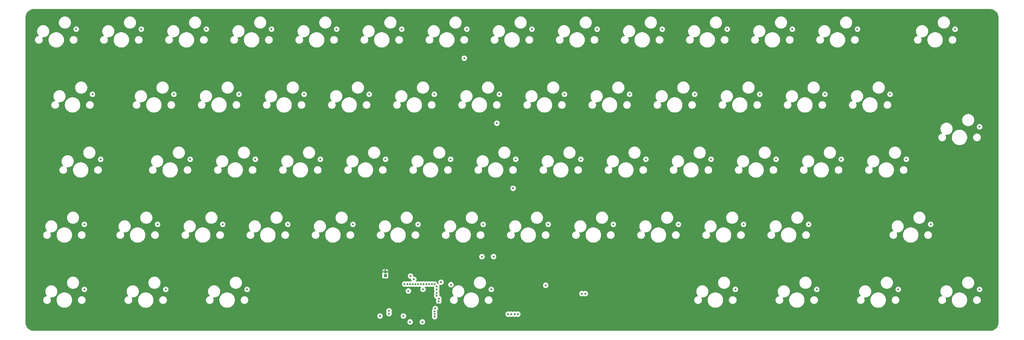
<source format=gbr>
%TF.GenerationSoftware,KiCad,Pcbnew,8.0.3*%
%TF.CreationDate,2024-08-17T23:38:57+08:00*%
%TF.ProjectId,PH60_Rev3,50483630-5f52-4657-9633-2e6b69636164,rev?*%
%TF.SameCoordinates,Original*%
%TF.FileFunction,Copper,L1,Top*%
%TF.FilePolarity,Positive*%
%FSLAX46Y46*%
G04 Gerber Fmt 4.6, Leading zero omitted, Abs format (unit mm)*
G04 Created by KiCad (PCBNEW 8.0.3) date 2024-08-17 23:38:57*
%MOMM*%
%LPD*%
G01*
G04 APERTURE LIST*
%TA.AperFunction,ComponentPad*%
%ADD10R,0.850000X0.850000*%
%TD*%
%TA.AperFunction,ComponentPad*%
%ADD11O,0.850000X0.850000*%
%TD*%
%TA.AperFunction,ViaPad*%
%ADD12C,0.600000*%
%TD*%
G04 APERTURE END LIST*
D10*
%TO.P,J2,1,Pin_1*%
%TO.N,/~{USB_BOOT}*%
X105800000Y-78500000D03*
D11*
%TO.P,J2,2,Pin_2*%
%TO.N,GND*%
X105800000Y-77500000D03*
%TD*%
D12*
%TO.N,GND*%
X106900000Y-91750000D03*
X121457108Y-86942892D03*
X103250000Y-82850000D03*
X128050000Y-89450000D03*
X101300000Y-89450000D03*
X165350000Y-83850000D03*
X141750000Y-86900000D03*
X152750000Y-79200000D03*
X115650000Y-87550000D03*
X113200000Y-75500000D03*
%TO.N,+3V3*%
X111100000Y-90400000D03*
X114150000Y-79650000D03*
X112571700Y-83078300D03*
X116650000Y-92150000D03*
X152750000Y-81400000D03*
X120435209Y-88221732D03*
X113050000Y-92150000D03*
X104250000Y-90400000D03*
X143650000Y-89850000D03*
X113200000Y-78700000D03*
X142700000Y-89850000D03*
X116850000Y-82586240D03*
X144600000Y-89850000D03*
%TO.N,+1V1*%
X141750000Y-89850000D03*
X120250000Y-89000000D03*
%TO.N,row_0*%
X121467748Y-85284431D03*
X128950000Y-14900000D03*
%TO.N,row_1*%
X121444692Y-86084101D03*
X138450000Y-33950000D03*
%TO.N,row_2*%
X120850000Y-82598528D03*
X137500000Y-73000000D03*
X143200000Y-53000000D03*
X120250000Y-89800003D03*
X125023525Y-81223525D03*
%TO.N,row_3*%
X120250000Y-90600006D03*
X122100000Y-80500000D03*
X134100000Y-73025000D03*
X120850000Y-81750000D03*
%TO.N,/USB_D+*%
X106900000Y-88900000D03*
X164350000Y-83850000D03*
%TO.N,/USB_D-*%
X106900000Y-89700003D03*
X163350000Y-83850000D03*
%TO.N,col_0*%
X111449985Y-81050000D03*
X17750000Y-63550000D03*
X17750000Y-82600000D03*
X22525000Y-44500000D03*
X20150000Y-25450000D03*
X15375000Y-6400000D03*
%TO.N,col_1*%
X48725000Y-44500000D03*
X39200000Y-63550000D03*
X43950000Y-25450000D03*
X41575000Y-82600000D03*
X112249988Y-81050000D03*
X34425000Y-6400000D03*
%TO.N,col_2*%
X53475000Y-6400000D03*
X58250000Y-63550000D03*
X65375000Y-82600000D03*
X67775000Y-44500000D03*
X113049991Y-81050000D03*
X63000000Y-25450000D03*
%TO.N,col_3*%
X113849994Y-81050000D03*
X82050000Y-25450000D03*
X72525000Y-6400000D03*
X77300000Y-63550000D03*
X86825000Y-44500000D03*
%TO.N,col_4*%
X91575000Y-6400000D03*
X101100000Y-25450000D03*
X96350000Y-63550000D03*
X105875000Y-44500000D03*
X114649997Y-81050000D03*
%TO.N,col_5*%
X124925000Y-44500000D03*
X115400000Y-63550000D03*
X110625000Y-6400000D03*
X115450000Y-81050000D03*
X120150000Y-25450000D03*
%TO.N,col_6*%
X134450000Y-63550000D03*
X139200000Y-25450000D03*
X143975000Y-44500000D03*
X129675000Y-6400000D03*
X136825000Y-82600000D03*
X116250003Y-81050000D03*
%TO.N,col_7*%
X117050006Y-81050000D03*
X148725000Y-6400000D03*
X163025000Y-44500000D03*
X158250000Y-25450000D03*
X153500000Y-63550000D03*
%TO.N,col_8*%
X167800000Y-6400000D03*
X117850009Y-81050000D03*
X182075000Y-44500000D03*
X172550000Y-63550000D03*
X177300000Y-25450000D03*
%TO.N,col_9*%
X118650012Y-81050000D03*
X186850000Y-6400000D03*
X208250000Y-82600000D03*
X201125000Y-44500000D03*
X191600000Y-63550000D03*
X196350000Y-25450000D03*
%TO.N,col_10*%
X205875000Y-6400000D03*
X220175000Y-44500000D03*
X232075000Y-82600000D03*
X210650000Y-63550000D03*
X119450015Y-81050000D03*
X215400000Y-25450000D03*
%TO.N,col_11*%
X224925000Y-6400000D03*
X234450000Y-25450000D03*
X255900000Y-82600000D03*
X239225000Y-44500000D03*
X120250018Y-81050000D03*
X229700000Y-63550000D03*
%TO.N,col_12*%
X243975000Y-6400000D03*
X253500000Y-25450000D03*
X120850000Y-83699991D03*
%TO.N,col_13*%
X279700000Y-82600000D03*
X272550000Y-6400000D03*
X265400000Y-63550000D03*
X120850000Y-84499994D03*
X279700000Y-34975000D03*
X258275000Y-44500000D03*
%TD*%
%TA.AperFunction,Conductor*%
%TO.N,GND*%
G36*
X282753736Y-500726D02*
G01*
X283043796Y-518271D01*
X283058659Y-520076D01*
X283340798Y-571780D01*
X283355335Y-575363D01*
X283629172Y-660695D01*
X283643163Y-666000D01*
X283904743Y-783727D01*
X283917989Y-790680D01*
X284163465Y-939075D01*
X284175776Y-947573D01*
X284401573Y-1124473D01*
X284412781Y-1134403D01*
X284615596Y-1337218D01*
X284625526Y-1348426D01*
X284745481Y-1501538D01*
X284802422Y-1574217D01*
X284810928Y-1586540D01*
X284959316Y-1832004D01*
X284966275Y-1845263D01*
X285083997Y-2106831D01*
X285089306Y-2120832D01*
X285174635Y-2394663D01*
X285178219Y-2409201D01*
X285229923Y-2691340D01*
X285231728Y-2706205D01*
X285249274Y-2996263D01*
X285249500Y-3003750D01*
X285249500Y-92246249D01*
X285249274Y-92253736D01*
X285231728Y-92543794D01*
X285229923Y-92558659D01*
X285178219Y-92840798D01*
X285174635Y-92855336D01*
X285089306Y-93129167D01*
X285083997Y-93143168D01*
X284966275Y-93404736D01*
X284959316Y-93417995D01*
X284810928Y-93663459D01*
X284802422Y-93675782D01*
X284625526Y-93901573D01*
X284615596Y-93912781D01*
X284412781Y-94115596D01*
X284401573Y-94125526D01*
X284175782Y-94302422D01*
X284163459Y-94310928D01*
X283917995Y-94459316D01*
X283904736Y-94466275D01*
X283643168Y-94583997D01*
X283629167Y-94589306D01*
X283355336Y-94674635D01*
X283340798Y-94678219D01*
X283058659Y-94729923D01*
X283043794Y-94731728D01*
X282753736Y-94749274D01*
X282746249Y-94749500D01*
X3003751Y-94749500D01*
X2996264Y-94749274D01*
X2706205Y-94731728D01*
X2691340Y-94729923D01*
X2409201Y-94678219D01*
X2394663Y-94674635D01*
X2120832Y-94589306D01*
X2106831Y-94583997D01*
X1845263Y-94466275D01*
X1832004Y-94459316D01*
X1586540Y-94310928D01*
X1574217Y-94302422D01*
X1348426Y-94125526D01*
X1337218Y-94115596D01*
X1134403Y-93912781D01*
X1124473Y-93901573D01*
X947573Y-93675776D01*
X939075Y-93663465D01*
X790680Y-93417989D01*
X783727Y-93404743D01*
X666000Y-93143163D01*
X660693Y-93129167D01*
X575364Y-92855336D01*
X571780Y-92840798D01*
X520076Y-92558659D01*
X518271Y-92543794D01*
X500726Y-92253736D01*
X500500Y-92246249D01*
X500500Y-92149996D01*
X112244435Y-92149996D01*
X112244435Y-92150003D01*
X112264630Y-92329249D01*
X112264631Y-92329254D01*
X112324211Y-92499523D01*
X112352029Y-92543794D01*
X112420184Y-92652262D01*
X112547738Y-92779816D01*
X112700478Y-92875789D01*
X112870745Y-92935368D01*
X112870750Y-92935369D01*
X113049996Y-92955565D01*
X113050000Y-92955565D01*
X113050004Y-92955565D01*
X113229249Y-92935369D01*
X113229252Y-92935368D01*
X113229255Y-92935368D01*
X113399522Y-92875789D01*
X113552262Y-92779816D01*
X113679816Y-92652262D01*
X113775789Y-92499522D01*
X113835368Y-92329255D01*
X113844298Y-92250000D01*
X113855565Y-92150003D01*
X113855565Y-92149996D01*
X115844435Y-92149996D01*
X115844435Y-92150003D01*
X115864630Y-92329249D01*
X115864631Y-92329254D01*
X115924211Y-92499523D01*
X115952029Y-92543794D01*
X116020184Y-92652262D01*
X116147738Y-92779816D01*
X116300478Y-92875789D01*
X116470745Y-92935368D01*
X116470750Y-92935369D01*
X116649996Y-92955565D01*
X116650000Y-92955565D01*
X116650004Y-92955565D01*
X116829249Y-92935369D01*
X116829252Y-92935368D01*
X116829255Y-92935368D01*
X116999522Y-92875789D01*
X117152262Y-92779816D01*
X117279816Y-92652262D01*
X117375789Y-92499522D01*
X117435368Y-92329255D01*
X117444298Y-92250000D01*
X117455565Y-92150003D01*
X117455565Y-92149996D01*
X117435369Y-91970750D01*
X117435368Y-91970745D01*
X117375788Y-91800476D01*
X117279815Y-91647737D01*
X117152262Y-91520184D01*
X116999523Y-91424211D01*
X116829254Y-91364631D01*
X116829249Y-91364630D01*
X116650004Y-91344435D01*
X116649996Y-91344435D01*
X116470750Y-91364630D01*
X116470745Y-91364631D01*
X116300476Y-91424211D01*
X116147737Y-91520184D01*
X116020184Y-91647737D01*
X115924211Y-91800476D01*
X115864631Y-91970745D01*
X115864630Y-91970750D01*
X115844435Y-92149996D01*
X113855565Y-92149996D01*
X113835369Y-91970750D01*
X113835368Y-91970745D01*
X113775788Y-91800476D01*
X113679815Y-91647737D01*
X113552262Y-91520184D01*
X113399523Y-91424211D01*
X113229254Y-91364631D01*
X113229249Y-91364630D01*
X113050004Y-91344435D01*
X113049996Y-91344435D01*
X112870750Y-91364630D01*
X112870745Y-91364631D01*
X112700476Y-91424211D01*
X112547737Y-91520184D01*
X112420184Y-91647737D01*
X112324211Y-91800476D01*
X112264631Y-91970745D01*
X112264630Y-91970750D01*
X112244435Y-92149996D01*
X500500Y-92149996D01*
X500500Y-90399996D01*
X103444435Y-90399996D01*
X103444435Y-90400003D01*
X103464630Y-90579249D01*
X103464631Y-90579254D01*
X103524211Y-90749523D01*
X103542897Y-90779261D01*
X103620184Y-90902262D01*
X103747738Y-91029816D01*
X103838080Y-91086582D01*
X103863044Y-91102268D01*
X103900478Y-91125789D01*
X104070745Y-91185368D01*
X104070750Y-91185369D01*
X104249996Y-91205565D01*
X104250000Y-91205565D01*
X104250004Y-91205565D01*
X104429249Y-91185369D01*
X104429252Y-91185368D01*
X104429255Y-91185368D01*
X104599522Y-91125789D01*
X104752262Y-91029816D01*
X104879816Y-90902262D01*
X104975789Y-90749522D01*
X105035368Y-90579255D01*
X105035759Y-90575788D01*
X105055565Y-90400003D01*
X105055565Y-90399996D01*
X105035369Y-90220750D01*
X105035368Y-90220745D01*
X104975788Y-90050476D01*
X104879815Y-89897737D01*
X104752262Y-89770184D01*
X104599523Y-89674211D01*
X104429254Y-89614631D01*
X104429249Y-89614630D01*
X104250004Y-89594435D01*
X104249996Y-89594435D01*
X104070750Y-89614630D01*
X104070745Y-89614631D01*
X103900476Y-89674211D01*
X103747737Y-89770184D01*
X103620184Y-89897737D01*
X103524211Y-90050476D01*
X103464631Y-90220745D01*
X103464630Y-90220750D01*
X103444435Y-90399996D01*
X500500Y-90399996D01*
X500500Y-88899996D01*
X106094435Y-88899996D01*
X106094435Y-88900003D01*
X106114630Y-89079249D01*
X106114633Y-89079262D01*
X106176510Y-89256094D01*
X106174366Y-89256843D01*
X106183960Y-89315161D01*
X106175612Y-89343595D01*
X106176510Y-89343909D01*
X106114633Y-89520740D01*
X106114630Y-89520753D01*
X106094435Y-89699999D01*
X106094435Y-89700006D01*
X106114630Y-89879252D01*
X106114631Y-89879257D01*
X106174211Y-90049526D01*
X106237045Y-90149525D01*
X106270184Y-90202265D01*
X106397738Y-90329819D01*
X106433456Y-90352262D01*
X106542442Y-90420743D01*
X106550478Y-90425792D01*
X106704867Y-90479815D01*
X106720745Y-90485371D01*
X106720750Y-90485372D01*
X106899996Y-90505568D01*
X106900000Y-90505568D01*
X106900004Y-90505568D01*
X107079249Y-90485372D01*
X107079252Y-90485371D01*
X107079255Y-90485371D01*
X107249522Y-90425792D01*
X107290576Y-90399996D01*
X110294435Y-90399996D01*
X110294435Y-90400003D01*
X110314630Y-90579249D01*
X110314631Y-90579254D01*
X110374211Y-90749523D01*
X110392897Y-90779261D01*
X110470184Y-90902262D01*
X110597738Y-91029816D01*
X110688080Y-91086582D01*
X110713044Y-91102268D01*
X110750478Y-91125789D01*
X110920745Y-91185368D01*
X110920750Y-91185369D01*
X111099996Y-91205565D01*
X111100000Y-91205565D01*
X111100004Y-91205565D01*
X111279249Y-91185369D01*
X111279252Y-91185368D01*
X111279255Y-91185368D01*
X111449522Y-91125789D01*
X111602262Y-91029816D01*
X111729816Y-90902262D01*
X111825789Y-90749522D01*
X111885368Y-90579255D01*
X111885759Y-90575788D01*
X111905565Y-90400003D01*
X111905565Y-90399996D01*
X111885369Y-90220750D01*
X111885368Y-90220745D01*
X111825788Y-90050476D01*
X111729815Y-89897737D01*
X111602262Y-89770184D01*
X111449523Y-89674211D01*
X111279254Y-89614631D01*
X111279249Y-89614630D01*
X111100004Y-89594435D01*
X111099996Y-89594435D01*
X110920750Y-89614630D01*
X110920745Y-89614631D01*
X110750476Y-89674211D01*
X110597737Y-89770184D01*
X110470184Y-89897737D01*
X110374211Y-90050476D01*
X110314631Y-90220745D01*
X110314630Y-90220750D01*
X110294435Y-90399996D01*
X107290576Y-90399996D01*
X107402262Y-90329819D01*
X107529816Y-90202265D01*
X107625789Y-90049525D01*
X107685368Y-89879258D01*
X107685369Y-89879252D01*
X107705565Y-89700006D01*
X107705565Y-89699999D01*
X107685369Y-89520753D01*
X107685368Y-89520748D01*
X107623489Y-89343908D01*
X107625635Y-89343156D01*
X107616037Y-89284857D01*
X107624391Y-89256410D01*
X107623489Y-89256095D01*
X107685366Y-89079262D01*
X107685369Y-89079249D01*
X107694299Y-88999996D01*
X119444435Y-88999996D01*
X119444435Y-89000003D01*
X119464630Y-89179249D01*
X119464633Y-89179262D01*
X119526510Y-89356094D01*
X119524366Y-89356843D01*
X119533960Y-89415161D01*
X119525612Y-89443595D01*
X119526510Y-89443909D01*
X119464633Y-89620740D01*
X119464630Y-89620753D01*
X119444435Y-89799999D01*
X119444435Y-89800006D01*
X119464630Y-89979252D01*
X119464633Y-89979265D01*
X119526510Y-90156097D01*
X119524366Y-90156846D01*
X119533960Y-90215164D01*
X119525612Y-90243598D01*
X119526510Y-90243912D01*
X119464633Y-90420743D01*
X119464630Y-90420756D01*
X119444435Y-90600002D01*
X119444435Y-90600009D01*
X119464630Y-90779255D01*
X119464631Y-90779260D01*
X119524211Y-90949529D01*
X119574659Y-91029816D01*
X119620184Y-91102268D01*
X119747738Y-91229822D01*
X119900478Y-91325795D01*
X120011462Y-91364630D01*
X120070745Y-91385374D01*
X120070750Y-91385375D01*
X120249996Y-91405571D01*
X120250000Y-91405571D01*
X120250004Y-91405571D01*
X120429249Y-91385375D01*
X120429252Y-91385374D01*
X120429255Y-91385374D01*
X120599522Y-91325795D01*
X120752262Y-91229822D01*
X120879816Y-91102268D01*
X120975789Y-90949528D01*
X121035368Y-90779261D01*
X121055565Y-90600006D01*
X121053226Y-90579249D01*
X121035369Y-90420756D01*
X121035368Y-90420751D01*
X120973489Y-90243911D01*
X120975635Y-90243159D01*
X120966037Y-90184860D01*
X120974391Y-90156413D01*
X120973489Y-90156098D01*
X121035366Y-89979265D01*
X121035369Y-89979252D01*
X121049933Y-89849996D01*
X140944435Y-89849996D01*
X140944435Y-89850003D01*
X140964630Y-90029249D01*
X140964631Y-90029254D01*
X141024211Y-90199523D01*
X141106081Y-90329818D01*
X141120184Y-90352262D01*
X141247738Y-90479816D01*
X141400478Y-90575789D01*
X141469695Y-90600009D01*
X141570745Y-90635368D01*
X141570750Y-90635369D01*
X141749996Y-90655565D01*
X141750000Y-90655565D01*
X141750004Y-90655565D01*
X141929249Y-90635369D01*
X141929252Y-90635368D01*
X141929255Y-90635368D01*
X142099522Y-90575789D01*
X142159030Y-90538397D01*
X142226263Y-90519397D01*
X142290969Y-90538397D01*
X142350478Y-90575789D01*
X142419695Y-90600009D01*
X142520745Y-90635368D01*
X142520750Y-90635369D01*
X142699996Y-90655565D01*
X142700000Y-90655565D01*
X142700004Y-90655565D01*
X142879249Y-90635369D01*
X142879252Y-90635368D01*
X142879255Y-90635368D01*
X143049522Y-90575789D01*
X143109030Y-90538397D01*
X143176263Y-90519397D01*
X143240969Y-90538397D01*
X143300478Y-90575789D01*
X143369695Y-90600009D01*
X143470745Y-90635368D01*
X143470750Y-90635369D01*
X143649996Y-90655565D01*
X143650000Y-90655565D01*
X143650004Y-90655565D01*
X143829249Y-90635369D01*
X143829252Y-90635368D01*
X143829255Y-90635368D01*
X143999522Y-90575789D01*
X144059030Y-90538397D01*
X144126263Y-90519397D01*
X144190969Y-90538397D01*
X144250478Y-90575789D01*
X144319695Y-90600009D01*
X144420745Y-90635368D01*
X144420750Y-90635369D01*
X144599996Y-90655565D01*
X144600000Y-90655565D01*
X144600004Y-90655565D01*
X144779249Y-90635369D01*
X144779252Y-90635368D01*
X144779255Y-90635368D01*
X144949522Y-90575789D01*
X145102262Y-90479816D01*
X145229816Y-90352262D01*
X145325789Y-90199522D01*
X145385368Y-90029255D01*
X145385369Y-90029249D01*
X145405565Y-89850003D01*
X145405565Y-89849996D01*
X145385369Y-89670750D01*
X145385368Y-89670745D01*
X145365733Y-89614631D01*
X145325789Y-89500478D01*
X145229816Y-89347738D01*
X145102262Y-89220184D01*
X145075000Y-89203054D01*
X144949523Y-89124211D01*
X144779254Y-89064631D01*
X144779249Y-89064630D01*
X144600004Y-89044435D01*
X144599996Y-89044435D01*
X144420750Y-89064630D01*
X144420745Y-89064631D01*
X144250474Y-89124212D01*
X144190971Y-89161600D01*
X144123734Y-89180600D01*
X144059029Y-89161600D01*
X143999525Y-89124212D01*
X143829254Y-89064631D01*
X143829249Y-89064630D01*
X143650004Y-89044435D01*
X143649996Y-89044435D01*
X143470750Y-89064630D01*
X143470745Y-89064631D01*
X143300474Y-89124212D01*
X143240971Y-89161600D01*
X143173734Y-89180600D01*
X143109029Y-89161600D01*
X143049525Y-89124212D01*
X142879254Y-89064631D01*
X142879249Y-89064630D01*
X142700004Y-89044435D01*
X142699996Y-89044435D01*
X142520750Y-89064630D01*
X142520745Y-89064631D01*
X142350474Y-89124212D01*
X142290971Y-89161600D01*
X142223734Y-89180600D01*
X142159029Y-89161600D01*
X142099525Y-89124212D01*
X141929254Y-89064631D01*
X141929249Y-89064630D01*
X141750004Y-89044435D01*
X141749996Y-89044435D01*
X141570750Y-89064630D01*
X141570745Y-89064631D01*
X141400476Y-89124211D01*
X141247737Y-89220184D01*
X141120184Y-89347737D01*
X141024211Y-89500476D01*
X140964631Y-89670745D01*
X140964630Y-89670750D01*
X140944435Y-89849996D01*
X121049933Y-89849996D01*
X121055565Y-89800006D01*
X121055565Y-89799999D01*
X121035369Y-89620753D01*
X121035368Y-89620748D01*
X120973489Y-89443908D01*
X120975635Y-89443156D01*
X120966037Y-89384857D01*
X120974391Y-89356410D01*
X120973489Y-89356095D01*
X121035366Y-89179262D01*
X121035369Y-89179249D01*
X121055565Y-89000003D01*
X121055565Y-88999996D01*
X121035239Y-88819595D01*
X121047294Y-88750773D01*
X121061515Y-88728395D01*
X121065018Y-88724000D01*
X121065025Y-88723994D01*
X121160998Y-88571254D01*
X121220577Y-88400987D01*
X121220943Y-88397738D01*
X121240774Y-88221735D01*
X121240774Y-88221728D01*
X121220578Y-88042482D01*
X121220577Y-88042477D01*
X121197140Y-87975499D01*
X121160998Y-87872210D01*
X121153727Y-87860639D01*
X121065024Y-87719469D01*
X120937471Y-87591916D01*
X120784732Y-87495943D01*
X120614463Y-87436363D01*
X120614458Y-87436362D01*
X120435213Y-87416167D01*
X120435205Y-87416167D01*
X120255959Y-87436362D01*
X120255954Y-87436363D01*
X120085685Y-87495943D01*
X119932946Y-87591916D01*
X119805393Y-87719469D01*
X119709420Y-87872208D01*
X119649840Y-88042477D01*
X119649839Y-88042482D01*
X119629644Y-88221728D01*
X119629644Y-88221736D01*
X119649969Y-88402137D01*
X119637914Y-88470959D01*
X119623701Y-88493326D01*
X119620188Y-88497730D01*
X119524211Y-88650476D01*
X119464631Y-88820745D01*
X119464630Y-88820750D01*
X119444435Y-88999996D01*
X107694299Y-88999996D01*
X107705565Y-88900003D01*
X107705565Y-88899996D01*
X107685369Y-88720750D01*
X107685368Y-88720745D01*
X107625789Y-88550478D01*
X107529816Y-88397738D01*
X107402262Y-88270184D01*
X107325156Y-88221735D01*
X107249523Y-88174211D01*
X107079254Y-88114631D01*
X107079249Y-88114630D01*
X106900004Y-88094435D01*
X106899996Y-88094435D01*
X106720750Y-88114630D01*
X106720745Y-88114631D01*
X106550476Y-88174211D01*
X106397737Y-88270184D01*
X106270184Y-88397737D01*
X106174211Y-88550476D01*
X106114631Y-88720745D01*
X106114630Y-88720750D01*
X106094435Y-88899996D01*
X500500Y-88899996D01*
X500500Y-85636421D01*
X5700750Y-85636421D01*
X5700750Y-85813578D01*
X5728464Y-85988556D01*
X5783206Y-86157039D01*
X5783207Y-86157042D01*
X5837375Y-86263350D01*
X5863636Y-86314890D01*
X5967767Y-86458214D01*
X6093036Y-86583483D01*
X6236360Y-86687614D01*
X6304827Y-86722500D01*
X6394207Y-86768042D01*
X6394210Y-86768043D01*
X6478451Y-86795414D01*
X6562695Y-86822786D01*
X6737671Y-86850500D01*
X6737672Y-86850500D01*
X6914828Y-86850500D01*
X6914829Y-86850500D01*
X7089805Y-86822786D01*
X7258292Y-86768042D01*
X7416140Y-86687614D01*
X7559464Y-86583483D01*
X7684733Y-86458214D01*
X7788864Y-86314890D01*
X7869292Y-86157042D01*
X7924036Y-85988555D01*
X7951750Y-85813579D01*
X7951750Y-85636421D01*
X7942415Y-85577486D01*
X9655750Y-85577486D01*
X9655750Y-85872513D01*
X9660008Y-85904851D01*
X9694257Y-86164993D01*
X9766236Y-86433623D01*
X9770611Y-86449951D01*
X9770614Y-86449961D01*
X9883504Y-86722500D01*
X9883508Y-86722510D01*
X10031011Y-86977993D01*
X10210602Y-87212040D01*
X10210608Y-87212047D01*
X10419202Y-87420641D01*
X10419209Y-87420647D01*
X10653256Y-87600238D01*
X10908739Y-87747741D01*
X10908740Y-87747741D01*
X10908743Y-87747743D01*
X11181298Y-87860639D01*
X11466257Y-87936993D01*
X11758744Y-87975500D01*
X11758751Y-87975500D01*
X12053749Y-87975500D01*
X12053756Y-87975500D01*
X12346243Y-87936993D01*
X12631202Y-87860639D01*
X12903757Y-87747743D01*
X13159244Y-87600238D01*
X13393292Y-87420646D01*
X13601896Y-87212042D01*
X13781488Y-86977994D01*
X13928993Y-86722507D01*
X14041889Y-86449952D01*
X14118243Y-86164993D01*
X14156750Y-85872506D01*
X14156750Y-85636421D01*
X15860750Y-85636421D01*
X15860750Y-85813578D01*
X15888464Y-85988556D01*
X15943206Y-86157039D01*
X15943207Y-86157042D01*
X15997375Y-86263350D01*
X16023636Y-86314890D01*
X16127767Y-86458214D01*
X16253036Y-86583483D01*
X16396360Y-86687614D01*
X16464827Y-86722500D01*
X16554207Y-86768042D01*
X16554210Y-86768043D01*
X16638451Y-86795414D01*
X16722695Y-86822786D01*
X16897671Y-86850500D01*
X16897672Y-86850500D01*
X17074828Y-86850500D01*
X17074829Y-86850500D01*
X17249805Y-86822786D01*
X17418292Y-86768042D01*
X17576140Y-86687614D01*
X17719464Y-86583483D01*
X17844733Y-86458214D01*
X17948864Y-86314890D01*
X18029292Y-86157042D01*
X18084036Y-85988555D01*
X18111750Y-85813579D01*
X18111750Y-85636421D01*
X29513250Y-85636421D01*
X29513250Y-85813578D01*
X29540964Y-85988556D01*
X29595706Y-86157039D01*
X29595707Y-86157042D01*
X29649875Y-86263350D01*
X29676136Y-86314890D01*
X29780267Y-86458214D01*
X29905536Y-86583483D01*
X30048860Y-86687614D01*
X30117327Y-86722500D01*
X30206707Y-86768042D01*
X30206710Y-86768043D01*
X30290951Y-86795414D01*
X30375195Y-86822786D01*
X30550171Y-86850500D01*
X30550172Y-86850500D01*
X30727328Y-86850500D01*
X30727329Y-86850500D01*
X30902305Y-86822786D01*
X31070792Y-86768042D01*
X31228640Y-86687614D01*
X31371964Y-86583483D01*
X31497233Y-86458214D01*
X31601364Y-86314890D01*
X31681792Y-86157042D01*
X31736536Y-85988555D01*
X31764250Y-85813579D01*
X31764250Y-85636421D01*
X31754915Y-85577486D01*
X33468250Y-85577486D01*
X33468250Y-85872513D01*
X33472508Y-85904851D01*
X33506757Y-86164993D01*
X33578736Y-86433623D01*
X33583111Y-86449951D01*
X33583114Y-86449961D01*
X33696004Y-86722500D01*
X33696008Y-86722510D01*
X33843511Y-86977993D01*
X34023102Y-87212040D01*
X34023108Y-87212047D01*
X34231702Y-87420641D01*
X34231709Y-87420647D01*
X34465756Y-87600238D01*
X34721239Y-87747741D01*
X34721240Y-87747741D01*
X34721243Y-87747743D01*
X34993798Y-87860639D01*
X35278757Y-87936993D01*
X35571244Y-87975500D01*
X35571251Y-87975500D01*
X35866249Y-87975500D01*
X35866256Y-87975500D01*
X36158743Y-87936993D01*
X36443702Y-87860639D01*
X36716257Y-87747743D01*
X36971744Y-87600238D01*
X37205792Y-87420646D01*
X37414396Y-87212042D01*
X37593988Y-86977994D01*
X37741493Y-86722507D01*
X37854389Y-86449952D01*
X37930743Y-86164993D01*
X37969250Y-85872506D01*
X37969250Y-85636421D01*
X39673250Y-85636421D01*
X39673250Y-85813578D01*
X39700964Y-85988556D01*
X39755706Y-86157039D01*
X39755707Y-86157042D01*
X39809875Y-86263350D01*
X39836136Y-86314890D01*
X39940267Y-86458214D01*
X40065536Y-86583483D01*
X40208860Y-86687614D01*
X40277327Y-86722500D01*
X40366707Y-86768042D01*
X40366710Y-86768043D01*
X40450951Y-86795414D01*
X40535195Y-86822786D01*
X40710171Y-86850500D01*
X40710172Y-86850500D01*
X40887328Y-86850500D01*
X40887329Y-86850500D01*
X41062305Y-86822786D01*
X41230792Y-86768042D01*
X41388640Y-86687614D01*
X41531964Y-86583483D01*
X41657233Y-86458214D01*
X41761364Y-86314890D01*
X41841792Y-86157042D01*
X41896536Y-85988555D01*
X41924250Y-85813579D01*
X41924250Y-85636421D01*
X53325750Y-85636421D01*
X53325750Y-85813578D01*
X53353464Y-85988556D01*
X53408206Y-86157039D01*
X53408207Y-86157042D01*
X53462375Y-86263350D01*
X53488636Y-86314890D01*
X53592767Y-86458214D01*
X53718036Y-86583483D01*
X53861360Y-86687614D01*
X53929827Y-86722500D01*
X54019207Y-86768042D01*
X54019210Y-86768043D01*
X54103451Y-86795414D01*
X54187695Y-86822786D01*
X54362671Y-86850500D01*
X54362672Y-86850500D01*
X54539828Y-86850500D01*
X54539829Y-86850500D01*
X54714805Y-86822786D01*
X54883292Y-86768042D01*
X55041140Y-86687614D01*
X55184464Y-86583483D01*
X55309733Y-86458214D01*
X55413864Y-86314890D01*
X55494292Y-86157042D01*
X55549036Y-85988555D01*
X55576750Y-85813579D01*
X55576750Y-85636421D01*
X55567415Y-85577486D01*
X57280750Y-85577486D01*
X57280750Y-85872513D01*
X57285008Y-85904851D01*
X57319257Y-86164993D01*
X57391236Y-86433623D01*
X57395611Y-86449951D01*
X57395614Y-86449961D01*
X57508504Y-86722500D01*
X57508508Y-86722510D01*
X57656011Y-86977993D01*
X57835602Y-87212040D01*
X57835608Y-87212047D01*
X58044202Y-87420641D01*
X58044209Y-87420647D01*
X58278256Y-87600238D01*
X58533739Y-87747741D01*
X58533740Y-87747741D01*
X58533743Y-87747743D01*
X58806298Y-87860639D01*
X59091257Y-87936993D01*
X59383744Y-87975500D01*
X59383751Y-87975500D01*
X59678749Y-87975500D01*
X59678756Y-87975500D01*
X59971243Y-87936993D01*
X60256202Y-87860639D01*
X60528757Y-87747743D01*
X60784244Y-87600238D01*
X61018292Y-87420646D01*
X61226896Y-87212042D01*
X61406488Y-86977994D01*
X61553993Y-86722507D01*
X61666889Y-86449952D01*
X61743243Y-86164993D01*
X61781750Y-85872506D01*
X61781750Y-85636421D01*
X63485750Y-85636421D01*
X63485750Y-85813578D01*
X63513464Y-85988556D01*
X63568206Y-86157039D01*
X63568207Y-86157042D01*
X63622375Y-86263350D01*
X63648636Y-86314890D01*
X63752767Y-86458214D01*
X63878036Y-86583483D01*
X64021360Y-86687614D01*
X64089827Y-86722500D01*
X64179207Y-86768042D01*
X64179210Y-86768043D01*
X64263451Y-86795414D01*
X64347695Y-86822786D01*
X64522671Y-86850500D01*
X64522672Y-86850500D01*
X64699828Y-86850500D01*
X64699829Y-86850500D01*
X64874805Y-86822786D01*
X65043292Y-86768042D01*
X65201140Y-86687614D01*
X65344464Y-86583483D01*
X65469733Y-86458214D01*
X65573864Y-86314890D01*
X65654292Y-86157042D01*
X65709036Y-85988555D01*
X65736750Y-85813579D01*
X65736750Y-85636421D01*
X65709036Y-85461445D01*
X65681664Y-85377201D01*
X65654293Y-85292960D01*
X65654292Y-85292957D01*
X65573863Y-85135109D01*
X65570013Y-85129810D01*
X65469733Y-84991786D01*
X65344464Y-84866517D01*
X65201140Y-84762386D01*
X65043292Y-84681957D01*
X65043289Y-84681956D01*
X64874806Y-84627214D01*
X64787317Y-84613357D01*
X64699829Y-84599500D01*
X64522671Y-84599500D01*
X64464345Y-84608738D01*
X64347693Y-84627214D01*
X64179210Y-84681956D01*
X64179207Y-84681957D01*
X64021359Y-84762386D01*
X63939588Y-84821796D01*
X63878036Y-84866517D01*
X63878034Y-84866519D01*
X63878033Y-84866519D01*
X63752769Y-84991783D01*
X63752769Y-84991784D01*
X63752767Y-84991786D01*
X63708046Y-85053338D01*
X63648636Y-85135109D01*
X63568207Y-85292957D01*
X63568206Y-85292960D01*
X63513464Y-85461443D01*
X63485750Y-85636421D01*
X61781750Y-85636421D01*
X61781750Y-85577494D01*
X61743243Y-85285007D01*
X61666889Y-85000048D01*
X61665865Y-84997577D01*
X61611579Y-84866519D01*
X61553993Y-84727493D01*
X61527703Y-84681958D01*
X61406488Y-84472006D01*
X61226897Y-84237959D01*
X61226891Y-84237952D01*
X61018297Y-84029358D01*
X61018290Y-84029352D01*
X60784243Y-83849761D01*
X60528760Y-83702258D01*
X60528750Y-83702254D01*
X60256211Y-83589364D01*
X60256204Y-83589362D01*
X60256202Y-83589361D01*
X59971243Y-83513007D01*
X59922363Y-83506571D01*
X59678763Y-83474500D01*
X59678756Y-83474500D01*
X59383744Y-83474500D01*
X59383736Y-83474500D01*
X59105335Y-83511153D01*
X59091257Y-83513007D01*
X58839137Y-83580562D01*
X58806298Y-83589361D01*
X58806288Y-83589364D01*
X58533749Y-83702254D01*
X58533739Y-83702258D01*
X58278256Y-83849761D01*
X58044209Y-84029352D01*
X58044202Y-84029358D01*
X57835608Y-84237952D01*
X57835602Y-84237959D01*
X57656011Y-84472006D01*
X57508508Y-84727489D01*
X57508504Y-84727499D01*
X57395614Y-85000038D01*
X57395611Y-85000048D01*
X57319412Y-85284431D01*
X57319258Y-85285004D01*
X57319256Y-85285015D01*
X57280750Y-85577486D01*
X55567415Y-85577486D01*
X55549036Y-85461445D01*
X55521664Y-85377201D01*
X55494293Y-85292960D01*
X55494290Y-85292952D01*
X55411763Y-85130987D01*
X55398866Y-85062317D01*
X55425142Y-84997577D01*
X55482248Y-84957319D01*
X55538431Y-84951752D01*
X55597814Y-84959570D01*
X55604862Y-84960498D01*
X55604878Y-84960500D01*
X55604885Y-84960500D01*
X55837615Y-84960500D01*
X55837622Y-84960500D01*
X56068376Y-84930121D01*
X56293190Y-84869882D01*
X56351203Y-84845852D01*
X56508210Y-84780819D01*
X56508213Y-84780817D01*
X56508219Y-84780815D01*
X56709782Y-84664442D01*
X56894431Y-84522756D01*
X57059006Y-84358181D01*
X57200692Y-84173532D01*
X57317065Y-83971969D01*
X57353559Y-83883865D01*
X57406129Y-83756947D01*
X57406128Y-83756947D01*
X57406132Y-83756940D01*
X57466371Y-83532126D01*
X57496750Y-83301372D01*
X57496750Y-83068628D01*
X57466371Y-82837874D01*
X57406132Y-82613060D01*
X57400724Y-82600003D01*
X57400721Y-82599996D01*
X64569435Y-82599996D01*
X64569435Y-82600003D01*
X64589630Y-82779249D01*
X64589631Y-82779254D01*
X64649211Y-82949523D01*
X64733261Y-83083287D01*
X64745184Y-83102262D01*
X64872738Y-83229816D01*
X64963080Y-83286582D01*
X65003577Y-83312028D01*
X65025478Y-83325789D01*
X65156421Y-83371608D01*
X65195745Y-83385368D01*
X65195750Y-83385369D01*
X65374996Y-83405565D01*
X65375000Y-83405565D01*
X65375004Y-83405565D01*
X65554249Y-83385369D01*
X65554252Y-83385368D01*
X65554255Y-83385368D01*
X65724522Y-83325789D01*
X65877262Y-83229816D01*
X66004816Y-83102262D01*
X66019875Y-83078296D01*
X111766135Y-83078296D01*
X111766135Y-83078303D01*
X111786330Y-83257549D01*
X111786331Y-83257554D01*
X111845911Y-83427823D01*
X111941884Y-83580562D01*
X112069438Y-83708116D01*
X112222178Y-83804089D01*
X112352701Y-83849761D01*
X112392445Y-83863668D01*
X112392450Y-83863669D01*
X112571696Y-83883865D01*
X112571700Y-83883865D01*
X112571704Y-83883865D01*
X112750949Y-83863669D01*
X112750952Y-83863668D01*
X112750955Y-83863668D01*
X112921222Y-83804089D01*
X113073962Y-83708116D01*
X113201516Y-83580562D01*
X113297489Y-83427822D01*
X113357068Y-83257555D01*
X113357069Y-83257549D01*
X113377265Y-83078303D01*
X113377265Y-83078296D01*
X113357069Y-82899050D01*
X113357068Y-82899045D01*
X113335663Y-82837874D01*
X113297489Y-82728778D01*
X113201516Y-82576038D01*
X113073962Y-82448484D01*
X113027473Y-82419273D01*
X112921223Y-82352511D01*
X112750954Y-82292931D01*
X112750949Y-82292930D01*
X112571704Y-82272735D01*
X112571696Y-82272735D01*
X112392450Y-82292930D01*
X112392445Y-82292931D01*
X112222176Y-82352511D01*
X112069437Y-82448484D01*
X111941884Y-82576037D01*
X111845911Y-82728776D01*
X111786331Y-82899045D01*
X111786330Y-82899050D01*
X111766135Y-83078296D01*
X66019875Y-83078296D01*
X66100789Y-82949522D01*
X66160368Y-82779255D01*
X66160535Y-82777777D01*
X66180565Y-82600003D01*
X66180565Y-82599996D01*
X66160369Y-82420750D01*
X66160368Y-82420745D01*
X66128574Y-82329882D01*
X66100789Y-82250478D01*
X66094717Y-82240815D01*
X66059878Y-82185368D01*
X66004816Y-82097738D01*
X65877262Y-81970184D01*
X65812124Y-81929255D01*
X65724523Y-81874211D01*
X65554254Y-81814631D01*
X65554249Y-81814630D01*
X65375004Y-81794435D01*
X65374996Y-81794435D01*
X65195750Y-81814630D01*
X65195745Y-81814631D01*
X65025476Y-81874211D01*
X64872737Y-81970184D01*
X64745184Y-82097737D01*
X64649211Y-82250476D01*
X64589631Y-82420745D01*
X64589630Y-82420750D01*
X64569435Y-82599996D01*
X57400721Y-82599996D01*
X57317069Y-82398039D01*
X57317061Y-82398023D01*
X57200696Y-82196475D01*
X57200692Y-82196468D01*
X57114376Y-82083979D01*
X57059007Y-82011820D01*
X57059001Y-82011813D01*
X56894436Y-81847248D01*
X56894429Y-81847242D01*
X56709790Y-81705564D01*
X56709788Y-81705562D01*
X56709782Y-81705558D01*
X56709777Y-81705555D01*
X56709774Y-81705553D01*
X56508226Y-81589188D01*
X56508210Y-81589180D01*
X56293197Y-81500120D01*
X56068372Y-81439878D01*
X55837632Y-81409501D01*
X55837627Y-81409500D01*
X55837622Y-81409500D01*
X55604878Y-81409500D01*
X55604872Y-81409500D01*
X55604867Y-81409501D01*
X55374127Y-81439878D01*
X55149302Y-81500120D01*
X54934289Y-81589180D01*
X54934273Y-81589188D01*
X54732725Y-81705553D01*
X54732709Y-81705564D01*
X54548070Y-81847242D01*
X54548063Y-81847248D01*
X54383498Y-82011813D01*
X54383492Y-82011820D01*
X54241814Y-82196459D01*
X54241803Y-82196475D01*
X54125438Y-82398023D01*
X54125430Y-82398039D01*
X54036370Y-82613052D01*
X53976128Y-82837877D01*
X53945751Y-83068617D01*
X53945750Y-83068634D01*
X53945750Y-83301365D01*
X53945751Y-83301382D01*
X53973611Y-83513006D01*
X53976129Y-83532126D01*
X54021108Y-83699991D01*
X54036370Y-83756947D01*
X54125430Y-83971960D01*
X54125438Y-83971976D01*
X54241803Y-84173524D01*
X54241814Y-84173540D01*
X54383492Y-84358179D01*
X54383498Y-84358186D01*
X54416886Y-84391574D01*
X54450371Y-84452897D01*
X54445387Y-84522589D01*
X54403515Y-84578522D01*
X54348603Y-84601728D01*
X54187693Y-84627214D01*
X54019210Y-84681956D01*
X54019207Y-84681957D01*
X53861359Y-84762386D01*
X53779588Y-84821796D01*
X53718036Y-84866517D01*
X53718034Y-84866519D01*
X53718033Y-84866519D01*
X53592769Y-84991783D01*
X53592769Y-84991784D01*
X53592767Y-84991786D01*
X53548046Y-85053338D01*
X53488636Y-85135109D01*
X53408207Y-85292957D01*
X53408206Y-85292960D01*
X53353464Y-85461443D01*
X53325750Y-85636421D01*
X41924250Y-85636421D01*
X41896536Y-85461445D01*
X41869164Y-85377201D01*
X41841793Y-85292960D01*
X41841792Y-85292957D01*
X41761363Y-85135109D01*
X41757513Y-85129810D01*
X41657233Y-84991786D01*
X41531964Y-84866517D01*
X41388640Y-84762386D01*
X41230792Y-84681957D01*
X41230789Y-84681956D01*
X41062306Y-84627214D01*
X40974817Y-84613357D01*
X40887329Y-84599500D01*
X40710171Y-84599500D01*
X40651845Y-84608738D01*
X40535193Y-84627214D01*
X40366710Y-84681956D01*
X40366707Y-84681957D01*
X40208859Y-84762386D01*
X40127088Y-84821796D01*
X40065536Y-84866517D01*
X40065534Y-84866519D01*
X40065533Y-84866519D01*
X39940269Y-84991783D01*
X39940269Y-84991784D01*
X39940267Y-84991786D01*
X39895546Y-85053338D01*
X39836136Y-85135109D01*
X39755707Y-85292957D01*
X39755706Y-85292960D01*
X39700964Y-85461443D01*
X39673250Y-85636421D01*
X37969250Y-85636421D01*
X37969250Y-85577494D01*
X37930743Y-85285007D01*
X37854389Y-85000048D01*
X37853365Y-84997577D01*
X37799079Y-84866519D01*
X37741493Y-84727493D01*
X37715203Y-84681958D01*
X37593988Y-84472006D01*
X37414397Y-84237959D01*
X37414391Y-84237952D01*
X37205797Y-84029358D01*
X37205790Y-84029352D01*
X36971743Y-83849761D01*
X36716260Y-83702258D01*
X36716250Y-83702254D01*
X36443711Y-83589364D01*
X36443704Y-83589362D01*
X36443702Y-83589361D01*
X36158743Y-83513007D01*
X36109863Y-83506571D01*
X35866263Y-83474500D01*
X35866256Y-83474500D01*
X35571244Y-83474500D01*
X35571236Y-83474500D01*
X35292835Y-83511153D01*
X35278757Y-83513007D01*
X35026637Y-83580562D01*
X34993798Y-83589361D01*
X34993788Y-83589364D01*
X34721249Y-83702254D01*
X34721239Y-83702258D01*
X34465756Y-83849761D01*
X34231709Y-84029352D01*
X34231702Y-84029358D01*
X34023108Y-84237952D01*
X34023102Y-84237959D01*
X33843511Y-84472006D01*
X33696008Y-84727489D01*
X33696004Y-84727499D01*
X33583114Y-85000038D01*
X33583111Y-85000048D01*
X33506912Y-85284431D01*
X33506758Y-85285004D01*
X33506756Y-85285015D01*
X33468250Y-85577486D01*
X31754915Y-85577486D01*
X31736536Y-85461445D01*
X31709164Y-85377201D01*
X31681793Y-85292960D01*
X31681790Y-85292952D01*
X31599263Y-85130987D01*
X31586366Y-85062317D01*
X31612642Y-84997577D01*
X31669748Y-84957319D01*
X31725931Y-84951752D01*
X31785314Y-84959570D01*
X31792362Y-84960498D01*
X31792378Y-84960500D01*
X31792385Y-84960500D01*
X32025115Y-84960500D01*
X32025122Y-84960500D01*
X32255876Y-84930121D01*
X32480690Y-84869882D01*
X32538703Y-84845852D01*
X32695710Y-84780819D01*
X32695713Y-84780817D01*
X32695719Y-84780815D01*
X32897282Y-84664442D01*
X33081931Y-84522756D01*
X33246506Y-84358181D01*
X33388192Y-84173532D01*
X33504565Y-83971969D01*
X33541059Y-83883865D01*
X33593629Y-83756947D01*
X33593628Y-83756947D01*
X33593632Y-83756940D01*
X33653871Y-83532126D01*
X33684250Y-83301372D01*
X33684250Y-83068628D01*
X33653871Y-82837874D01*
X33593632Y-82613060D01*
X33588224Y-82600003D01*
X33588221Y-82599996D01*
X40769435Y-82599996D01*
X40769435Y-82600003D01*
X40789630Y-82779249D01*
X40789631Y-82779254D01*
X40849211Y-82949523D01*
X40933261Y-83083287D01*
X40945184Y-83102262D01*
X41072738Y-83229816D01*
X41163080Y-83286582D01*
X41203577Y-83312028D01*
X41225478Y-83325789D01*
X41356421Y-83371608D01*
X41395745Y-83385368D01*
X41395750Y-83385369D01*
X41574996Y-83405565D01*
X41575000Y-83405565D01*
X41575004Y-83405565D01*
X41754249Y-83385369D01*
X41754252Y-83385368D01*
X41754255Y-83385368D01*
X41924522Y-83325789D01*
X42077262Y-83229816D01*
X42204816Y-83102262D01*
X42300789Y-82949522D01*
X42360368Y-82779255D01*
X42360535Y-82777777D01*
X42380565Y-82600003D01*
X42380565Y-82599996D01*
X42360369Y-82420750D01*
X42360368Y-82420745D01*
X42328574Y-82329882D01*
X42300789Y-82250478D01*
X42294717Y-82240815D01*
X42259878Y-82185368D01*
X42204816Y-82097738D01*
X42077262Y-81970184D01*
X42012124Y-81929255D01*
X41924523Y-81874211D01*
X41754254Y-81814631D01*
X41754249Y-81814630D01*
X41575004Y-81794435D01*
X41574996Y-81794435D01*
X41395750Y-81814630D01*
X41395745Y-81814631D01*
X41225476Y-81874211D01*
X41072737Y-81970184D01*
X40945184Y-82097737D01*
X40849211Y-82250476D01*
X40789631Y-82420745D01*
X40789630Y-82420750D01*
X40769435Y-82599996D01*
X33588221Y-82599996D01*
X33504569Y-82398039D01*
X33504561Y-82398023D01*
X33388196Y-82196475D01*
X33388192Y-82196468D01*
X33301876Y-82083979D01*
X33246507Y-82011820D01*
X33246501Y-82011813D01*
X33081936Y-81847248D01*
X33081929Y-81847242D01*
X32897290Y-81705564D01*
X32897288Y-81705562D01*
X32897282Y-81705558D01*
X32897277Y-81705555D01*
X32897274Y-81705553D01*
X32695726Y-81589188D01*
X32695710Y-81589180D01*
X32480697Y-81500120D01*
X32255872Y-81439878D01*
X32025132Y-81409501D01*
X32025127Y-81409500D01*
X32025122Y-81409500D01*
X31792378Y-81409500D01*
X31792372Y-81409500D01*
X31792367Y-81409501D01*
X31561627Y-81439878D01*
X31336802Y-81500120D01*
X31121789Y-81589180D01*
X31121773Y-81589188D01*
X30920225Y-81705553D01*
X30920209Y-81705564D01*
X30735570Y-81847242D01*
X30735563Y-81847248D01*
X30570998Y-82011813D01*
X30570992Y-82011820D01*
X30429314Y-82196459D01*
X30429303Y-82196475D01*
X30312938Y-82398023D01*
X30312930Y-82398039D01*
X30223870Y-82613052D01*
X30163628Y-82837877D01*
X30133251Y-83068617D01*
X30133250Y-83068634D01*
X30133250Y-83301365D01*
X30133251Y-83301382D01*
X30161111Y-83513006D01*
X30163629Y-83532126D01*
X30208608Y-83699991D01*
X30223870Y-83756947D01*
X30312930Y-83971960D01*
X30312938Y-83971976D01*
X30429303Y-84173524D01*
X30429314Y-84173540D01*
X30570992Y-84358179D01*
X30570998Y-84358186D01*
X30604386Y-84391574D01*
X30637871Y-84452897D01*
X30632887Y-84522589D01*
X30591015Y-84578522D01*
X30536103Y-84601728D01*
X30375193Y-84627214D01*
X30206710Y-84681956D01*
X30206707Y-84681957D01*
X30048859Y-84762386D01*
X29967088Y-84821796D01*
X29905536Y-84866517D01*
X29905534Y-84866519D01*
X29905533Y-84866519D01*
X29780269Y-84991783D01*
X29780269Y-84991784D01*
X29780267Y-84991786D01*
X29735546Y-85053338D01*
X29676136Y-85135109D01*
X29595707Y-85292957D01*
X29595706Y-85292960D01*
X29540964Y-85461443D01*
X29513250Y-85636421D01*
X18111750Y-85636421D01*
X18084036Y-85461445D01*
X18056664Y-85377201D01*
X18029293Y-85292960D01*
X18029292Y-85292957D01*
X17948863Y-85135109D01*
X17945013Y-85129810D01*
X17844733Y-84991786D01*
X17719464Y-84866517D01*
X17576140Y-84762386D01*
X17418292Y-84681957D01*
X17418289Y-84681956D01*
X17249806Y-84627214D01*
X17162317Y-84613357D01*
X17074829Y-84599500D01*
X16897671Y-84599500D01*
X16839345Y-84608738D01*
X16722693Y-84627214D01*
X16554210Y-84681956D01*
X16554207Y-84681957D01*
X16396359Y-84762386D01*
X16314588Y-84821796D01*
X16253036Y-84866517D01*
X16253034Y-84866519D01*
X16253033Y-84866519D01*
X16127769Y-84991783D01*
X16127769Y-84991784D01*
X16127767Y-84991786D01*
X16083046Y-85053338D01*
X16023636Y-85135109D01*
X15943207Y-85292957D01*
X15943206Y-85292960D01*
X15888464Y-85461443D01*
X15860750Y-85636421D01*
X14156750Y-85636421D01*
X14156750Y-85577494D01*
X14118243Y-85285007D01*
X14041889Y-85000048D01*
X14040865Y-84997577D01*
X13986579Y-84866519D01*
X13928993Y-84727493D01*
X13902703Y-84681958D01*
X13781488Y-84472006D01*
X13601897Y-84237959D01*
X13601891Y-84237952D01*
X13393297Y-84029358D01*
X13393290Y-84029352D01*
X13159243Y-83849761D01*
X12903760Y-83702258D01*
X12903750Y-83702254D01*
X12631211Y-83589364D01*
X12631204Y-83589362D01*
X12631202Y-83589361D01*
X12346243Y-83513007D01*
X12297363Y-83506571D01*
X12053763Y-83474500D01*
X12053756Y-83474500D01*
X11758744Y-83474500D01*
X11758736Y-83474500D01*
X11480335Y-83511153D01*
X11466257Y-83513007D01*
X11214137Y-83580562D01*
X11181298Y-83589361D01*
X11181288Y-83589364D01*
X10908749Y-83702254D01*
X10908739Y-83702258D01*
X10653256Y-83849761D01*
X10419209Y-84029352D01*
X10419202Y-84029358D01*
X10210608Y-84237952D01*
X10210602Y-84237959D01*
X10031011Y-84472006D01*
X9883508Y-84727489D01*
X9883504Y-84727499D01*
X9770614Y-85000038D01*
X9770611Y-85000048D01*
X9694412Y-85284431D01*
X9694258Y-85285004D01*
X9694256Y-85285015D01*
X9655750Y-85577486D01*
X7942415Y-85577486D01*
X7924036Y-85461445D01*
X7896664Y-85377201D01*
X7869293Y-85292960D01*
X7869290Y-85292952D01*
X7786763Y-85130987D01*
X7773866Y-85062317D01*
X7800142Y-84997577D01*
X7857248Y-84957319D01*
X7913431Y-84951752D01*
X7972814Y-84959570D01*
X7979862Y-84960498D01*
X7979878Y-84960500D01*
X7979885Y-84960500D01*
X8212615Y-84960500D01*
X8212622Y-84960500D01*
X8443376Y-84930121D01*
X8668190Y-84869882D01*
X8726203Y-84845852D01*
X8883210Y-84780819D01*
X8883213Y-84780817D01*
X8883219Y-84780815D01*
X9084782Y-84664442D01*
X9269431Y-84522756D01*
X9434006Y-84358181D01*
X9575692Y-84173532D01*
X9692065Y-83971969D01*
X9728559Y-83883865D01*
X9781129Y-83756947D01*
X9781128Y-83756947D01*
X9781132Y-83756940D01*
X9841371Y-83532126D01*
X9871750Y-83301372D01*
X9871750Y-83068628D01*
X9841371Y-82837874D01*
X9781132Y-82613060D01*
X9775724Y-82600003D01*
X9775721Y-82599996D01*
X16944435Y-82599996D01*
X16944435Y-82600003D01*
X16964630Y-82779249D01*
X16964631Y-82779254D01*
X17024211Y-82949523D01*
X17108261Y-83083287D01*
X17120184Y-83102262D01*
X17247738Y-83229816D01*
X17338080Y-83286582D01*
X17378577Y-83312028D01*
X17400478Y-83325789D01*
X17531421Y-83371608D01*
X17570745Y-83385368D01*
X17570750Y-83385369D01*
X17749996Y-83405565D01*
X17750000Y-83405565D01*
X17750004Y-83405565D01*
X17929249Y-83385369D01*
X17929252Y-83385368D01*
X17929255Y-83385368D01*
X18099522Y-83325789D01*
X18252262Y-83229816D01*
X18379816Y-83102262D01*
X18475789Y-82949522D01*
X18535368Y-82779255D01*
X18535535Y-82777777D01*
X18555565Y-82600003D01*
X18555565Y-82599996D01*
X18535369Y-82420750D01*
X18535368Y-82420745D01*
X18503574Y-82329882D01*
X18475789Y-82250478D01*
X18469717Y-82240815D01*
X18434878Y-82185368D01*
X18379816Y-82097738D01*
X18252262Y-81970184D01*
X18187124Y-81929255D01*
X18099523Y-81874211D01*
X17929254Y-81814631D01*
X17929249Y-81814630D01*
X17750004Y-81794435D01*
X17749996Y-81794435D01*
X17570750Y-81814630D01*
X17570745Y-81814631D01*
X17400476Y-81874211D01*
X17247737Y-81970184D01*
X17120184Y-82097737D01*
X17024211Y-82250476D01*
X16964631Y-82420745D01*
X16964630Y-82420750D01*
X16944435Y-82599996D01*
X9775721Y-82599996D01*
X9692069Y-82398039D01*
X9692061Y-82398023D01*
X9575696Y-82196475D01*
X9575692Y-82196468D01*
X9489376Y-82083979D01*
X9434007Y-82011820D01*
X9434001Y-82011813D01*
X9269436Y-81847248D01*
X9269429Y-81847242D01*
X9084790Y-81705564D01*
X9084788Y-81705562D01*
X9084782Y-81705558D01*
X9084777Y-81705555D01*
X9084774Y-81705553D01*
X8883226Y-81589188D01*
X8883210Y-81589180D01*
X8668197Y-81500120D01*
X8443372Y-81439878D01*
X8212632Y-81409501D01*
X8212627Y-81409500D01*
X8212622Y-81409500D01*
X7979878Y-81409500D01*
X7979872Y-81409500D01*
X7979867Y-81409501D01*
X7749127Y-81439878D01*
X7524302Y-81500120D01*
X7309289Y-81589180D01*
X7309273Y-81589188D01*
X7107725Y-81705553D01*
X7107709Y-81705564D01*
X6923070Y-81847242D01*
X6923063Y-81847248D01*
X6758498Y-82011813D01*
X6758492Y-82011820D01*
X6616814Y-82196459D01*
X6616803Y-82196475D01*
X6500438Y-82398023D01*
X6500430Y-82398039D01*
X6411370Y-82613052D01*
X6351128Y-82837877D01*
X6320751Y-83068617D01*
X6320750Y-83068634D01*
X6320750Y-83301365D01*
X6320751Y-83301382D01*
X6348611Y-83513006D01*
X6351129Y-83532126D01*
X6396108Y-83699991D01*
X6411370Y-83756947D01*
X6500430Y-83971960D01*
X6500438Y-83971976D01*
X6616803Y-84173524D01*
X6616814Y-84173540D01*
X6758492Y-84358179D01*
X6758498Y-84358186D01*
X6791886Y-84391574D01*
X6825371Y-84452897D01*
X6820387Y-84522589D01*
X6778515Y-84578522D01*
X6723603Y-84601728D01*
X6562693Y-84627214D01*
X6394210Y-84681956D01*
X6394207Y-84681957D01*
X6236359Y-84762386D01*
X6154588Y-84821796D01*
X6093036Y-84866517D01*
X6093034Y-84866519D01*
X6093033Y-84866519D01*
X5967769Y-84991783D01*
X5967769Y-84991784D01*
X5967767Y-84991786D01*
X5923046Y-85053338D01*
X5863636Y-85135109D01*
X5783207Y-85292957D01*
X5783206Y-85292960D01*
X5728464Y-85461443D01*
X5700750Y-85636421D01*
X500500Y-85636421D01*
X500500Y-80528634D01*
X12670750Y-80528634D01*
X12670750Y-80761365D01*
X12670751Y-80761382D01*
X12698310Y-80970718D01*
X12701129Y-80992126D01*
X12716764Y-81050478D01*
X12761370Y-81216947D01*
X12850430Y-81431960D01*
X12850438Y-81431976D01*
X12966803Y-81633524D01*
X12966814Y-81633540D01*
X13108492Y-81818179D01*
X13108498Y-81818186D01*
X13273063Y-81982751D01*
X13273070Y-81982757D01*
X13334399Y-82029816D01*
X13457718Y-82124442D01*
X13457725Y-82124446D01*
X13659273Y-82240811D01*
X13659289Y-82240819D01*
X13874302Y-82329879D01*
X13874304Y-82329879D01*
X13874310Y-82329882D01*
X14099124Y-82390121D01*
X14329878Y-82420500D01*
X14329885Y-82420500D01*
X14562615Y-82420500D01*
X14562622Y-82420500D01*
X14793376Y-82390121D01*
X15018190Y-82329882D01*
X15156157Y-82272735D01*
X15233210Y-82240819D01*
X15233213Y-82240817D01*
X15233219Y-82240815D01*
X15434782Y-82124442D01*
X15619431Y-81982756D01*
X15784006Y-81818181D01*
X15925692Y-81633532D01*
X16042065Y-81431969D01*
X16051372Y-81409501D01*
X16131129Y-81216947D01*
X16131128Y-81216947D01*
X16131132Y-81216940D01*
X16191371Y-80992126D01*
X16221750Y-80761372D01*
X16221750Y-80528634D01*
X36483250Y-80528634D01*
X36483250Y-80761365D01*
X36483251Y-80761382D01*
X36510810Y-80970718D01*
X36513629Y-80992126D01*
X36529264Y-81050478D01*
X36573870Y-81216947D01*
X36662930Y-81431960D01*
X36662938Y-81431976D01*
X36779303Y-81633524D01*
X36779314Y-81633540D01*
X36920992Y-81818179D01*
X36920998Y-81818186D01*
X37085563Y-81982751D01*
X37085570Y-81982757D01*
X37146899Y-82029816D01*
X37270218Y-82124442D01*
X37270225Y-82124446D01*
X37471773Y-82240811D01*
X37471789Y-82240819D01*
X37686802Y-82329879D01*
X37686804Y-82329879D01*
X37686810Y-82329882D01*
X37911624Y-82390121D01*
X38142378Y-82420500D01*
X38142385Y-82420500D01*
X38375115Y-82420500D01*
X38375122Y-82420500D01*
X38605876Y-82390121D01*
X38830690Y-82329882D01*
X38968657Y-82272735D01*
X39045710Y-82240819D01*
X39045713Y-82240817D01*
X39045719Y-82240815D01*
X39247282Y-82124442D01*
X39431931Y-81982756D01*
X39596506Y-81818181D01*
X39738192Y-81633532D01*
X39854565Y-81431969D01*
X39863872Y-81409501D01*
X39943629Y-81216947D01*
X39943628Y-81216947D01*
X39943632Y-81216940D01*
X40003871Y-80992126D01*
X40034250Y-80761372D01*
X40034250Y-80528634D01*
X60295750Y-80528634D01*
X60295750Y-80761365D01*
X60295751Y-80761382D01*
X60323310Y-80970718D01*
X60326129Y-80992126D01*
X60341764Y-81050478D01*
X60386370Y-81216947D01*
X60475430Y-81431960D01*
X60475438Y-81431976D01*
X60591803Y-81633524D01*
X60591814Y-81633540D01*
X60733492Y-81818179D01*
X60733498Y-81818186D01*
X60898063Y-81982751D01*
X60898070Y-81982757D01*
X60959399Y-82029816D01*
X61082718Y-82124442D01*
X61082725Y-82124446D01*
X61284273Y-82240811D01*
X61284289Y-82240819D01*
X61499302Y-82329879D01*
X61499304Y-82329879D01*
X61499310Y-82329882D01*
X61724124Y-82390121D01*
X61954878Y-82420500D01*
X61954885Y-82420500D01*
X62187615Y-82420500D01*
X62187622Y-82420500D01*
X62418376Y-82390121D01*
X62643190Y-82329882D01*
X62781157Y-82272735D01*
X62858210Y-82240819D01*
X62858213Y-82240817D01*
X62858219Y-82240815D01*
X63059782Y-82124442D01*
X63244431Y-81982756D01*
X63409006Y-81818181D01*
X63550692Y-81633532D01*
X63667065Y-81431969D01*
X63676372Y-81409501D01*
X63756129Y-81216947D01*
X63756128Y-81216947D01*
X63756132Y-81216940D01*
X63800865Y-81049996D01*
X110644420Y-81049996D01*
X110644420Y-81050003D01*
X110664615Y-81229249D01*
X110664616Y-81229254D01*
X110724196Y-81399523D01*
X110744588Y-81431976D01*
X110820169Y-81552262D01*
X110947723Y-81679816D01*
X110988683Y-81705553D01*
X111100225Y-81775640D01*
X111100463Y-81775789D01*
X111221627Y-81818186D01*
X111270730Y-81835368D01*
X111270735Y-81835369D01*
X111449981Y-81855565D01*
X111449985Y-81855565D01*
X111449989Y-81855565D01*
X111629234Y-81835369D01*
X111629236Y-81835368D01*
X111629240Y-81835368D01*
X111629243Y-81835366D01*
X111629247Y-81835366D01*
X111806080Y-81773489D01*
X111806831Y-81775637D01*
X111865113Y-81766035D01*
X111893577Y-81774391D01*
X111893893Y-81773489D01*
X112070733Y-81835368D01*
X112070738Y-81835369D01*
X112249984Y-81855565D01*
X112249988Y-81855565D01*
X112249992Y-81855565D01*
X112429237Y-81835369D01*
X112429239Y-81835368D01*
X112429243Y-81835368D01*
X112429246Y-81835366D01*
X112429250Y-81835366D01*
X112606083Y-81773489D01*
X112606834Y-81775637D01*
X112665116Y-81766035D01*
X112693580Y-81774391D01*
X112693896Y-81773489D01*
X112870736Y-81835368D01*
X112870741Y-81835369D01*
X113049987Y-81855565D01*
X113049991Y-81855565D01*
X113049995Y-81855565D01*
X113229240Y-81835369D01*
X113229242Y-81835368D01*
X113229246Y-81835368D01*
X113229249Y-81835366D01*
X113229253Y-81835366D01*
X113406086Y-81773489D01*
X113406837Y-81775637D01*
X113465119Y-81766035D01*
X113493583Y-81774391D01*
X113493899Y-81773489D01*
X113670739Y-81835368D01*
X113670744Y-81835369D01*
X113849990Y-81855565D01*
X113849994Y-81855565D01*
X113849998Y-81855565D01*
X114029243Y-81835369D01*
X114029245Y-81835368D01*
X114029249Y-81835368D01*
X114029252Y-81835366D01*
X114029256Y-81835366D01*
X114206089Y-81773489D01*
X114206840Y-81775637D01*
X114265122Y-81766035D01*
X114293586Y-81774391D01*
X114293902Y-81773489D01*
X114470742Y-81835368D01*
X114470747Y-81835369D01*
X114649993Y-81855565D01*
X114649997Y-81855565D01*
X114650001Y-81855565D01*
X114829246Y-81835369D01*
X114829248Y-81835368D01*
X114829252Y-81835368D01*
X114829255Y-81835366D01*
X114829259Y-81835366D01*
X115006092Y-81773489D01*
X115006843Y-81775637D01*
X115065125Y-81766035D01*
X115093589Y-81774391D01*
X115093905Y-81773489D01*
X115270745Y-81835368D01*
X115270750Y-81835369D01*
X115449996Y-81855565D01*
X115450000Y-81855565D01*
X115450004Y-81855565D01*
X115629249Y-81835369D01*
X115629251Y-81835368D01*
X115629255Y-81835368D01*
X115629258Y-81835366D01*
X115629262Y-81835366D01*
X115806095Y-81773489D01*
X115806846Y-81775637D01*
X115865128Y-81766035D01*
X115893592Y-81774391D01*
X115893908Y-81773489D01*
X116070748Y-81835368D01*
X116070753Y-81835369D01*
X116172616Y-81846846D01*
X116237030Y-81873912D01*
X116276585Y-81931507D01*
X116278723Y-82001344D01*
X116246416Y-82057746D01*
X116220183Y-82083979D01*
X116124211Y-82236716D01*
X116064631Y-82406985D01*
X116064630Y-82406990D01*
X116044435Y-82586236D01*
X116044435Y-82586243D01*
X116064630Y-82765489D01*
X116064631Y-82765494D01*
X116124211Y-82935763D01*
X116216907Y-83083286D01*
X116220184Y-83088502D01*
X116347738Y-83216056D01*
X116500478Y-83312029D01*
X116670745Y-83371608D01*
X116670750Y-83371609D01*
X116849996Y-83391805D01*
X116850000Y-83391805D01*
X116850004Y-83391805D01*
X117029249Y-83371609D01*
X117029252Y-83371608D01*
X117029255Y-83371608D01*
X117199522Y-83312029D01*
X117352262Y-83216056D01*
X117479816Y-83088502D01*
X117575789Y-82935762D01*
X117635368Y-82765495D01*
X117639505Y-82728778D01*
X117655565Y-82586243D01*
X117655565Y-82586236D01*
X117635369Y-82406990D01*
X117635368Y-82406985D01*
X117580089Y-82249007D01*
X117575789Y-82236718D01*
X117479816Y-82083978D01*
X117378771Y-81982933D01*
X117345286Y-81921610D01*
X117350270Y-81851918D01*
X117392142Y-81795985D01*
X117457606Y-81771568D01*
X117507407Y-81778211D01*
X117670746Y-81835366D01*
X117670752Y-81835367D01*
X117670754Y-81835368D01*
X117670755Y-81835368D01*
X117670759Y-81835369D01*
X117850005Y-81855565D01*
X117850009Y-81855565D01*
X117850013Y-81855565D01*
X118029258Y-81835369D01*
X118029260Y-81835368D01*
X118029264Y-81835368D01*
X118029267Y-81835366D01*
X118029271Y-81835366D01*
X118206104Y-81773489D01*
X118206855Y-81775637D01*
X118265137Y-81766035D01*
X118293601Y-81774391D01*
X118293917Y-81773489D01*
X118470757Y-81835368D01*
X118470762Y-81835369D01*
X118650008Y-81855565D01*
X118650012Y-81855565D01*
X118650016Y-81855565D01*
X118829261Y-81835369D01*
X118829263Y-81835368D01*
X118829267Y-81835368D01*
X118829270Y-81835366D01*
X118829274Y-81835366D01*
X119006107Y-81773489D01*
X119006858Y-81775637D01*
X119065140Y-81766035D01*
X119093604Y-81774391D01*
X119093920Y-81773489D01*
X119270760Y-81835368D01*
X119270765Y-81835369D01*
X119450011Y-81855565D01*
X119450015Y-81855565D01*
X119450019Y-81855565D01*
X119629264Y-81835369D01*
X119629266Y-81835368D01*
X119629270Y-81835368D01*
X119629273Y-81835366D01*
X119629277Y-81835366D01*
X119806110Y-81773489D01*
X119806862Y-81775640D01*
X119865126Y-81766032D01*
X119893606Y-81774392D01*
X119893923Y-81773489D01*
X119979825Y-81803548D01*
X120036601Y-81844270D01*
X120062090Y-81906703D01*
X120064630Y-81929249D01*
X120064631Y-81929254D01*
X120064632Y-81929255D01*
X120099820Y-82029816D01*
X120124211Y-82099522D01*
X120129724Y-82108297D01*
X120148720Y-82175534D01*
X120129724Y-82240231D01*
X120124209Y-82249007D01*
X120064633Y-82419265D01*
X120064630Y-82419278D01*
X120044435Y-82598524D01*
X120044435Y-82598531D01*
X120064630Y-82777777D01*
X120064631Y-82777782D01*
X120124211Y-82948051D01*
X120209186Y-83083287D01*
X120228186Y-83150524D01*
X120209186Y-83215231D01*
X120124211Y-83350467D01*
X120064631Y-83520736D01*
X120064630Y-83520741D01*
X120044435Y-83699987D01*
X120044435Y-83699994D01*
X120064630Y-83879240D01*
X120064633Y-83879253D01*
X120126510Y-84056085D01*
X120124366Y-84056834D01*
X120133960Y-84115152D01*
X120125612Y-84143586D01*
X120126510Y-84143900D01*
X120064633Y-84320731D01*
X120064630Y-84320744D01*
X120044435Y-84499990D01*
X120044435Y-84499997D01*
X120064630Y-84679243D01*
X120064631Y-84679248D01*
X120124211Y-84849517D01*
X120177867Y-84934909D01*
X120220184Y-85002256D01*
X120347738Y-85129810D01*
X120500478Y-85225783D01*
X120588399Y-85256547D01*
X120645174Y-85297268D01*
X120670664Y-85359706D01*
X120682378Y-85463680D01*
X120682380Y-85463688D01*
X120736605Y-85618654D01*
X120740166Y-85688432D01*
X120724559Y-85725576D01*
X120718902Y-85734579D01*
X120659325Y-85904838D01*
X120659322Y-85904851D01*
X120639127Y-86084097D01*
X120639127Y-86084104D01*
X120659322Y-86263350D01*
X120659323Y-86263355D01*
X120718903Y-86433624D01*
X120813064Y-86583480D01*
X120814876Y-86586363D01*
X120942430Y-86713917D01*
X121095170Y-86809890D01*
X121132022Y-86822785D01*
X121265437Y-86869469D01*
X121265442Y-86869470D01*
X121444688Y-86889666D01*
X121444692Y-86889666D01*
X121444696Y-86889666D01*
X121623941Y-86869470D01*
X121623944Y-86869469D01*
X121623947Y-86869469D01*
X121794214Y-86809890D01*
X121946954Y-86713917D01*
X122074508Y-86586363D01*
X122170481Y-86433623D01*
X122230060Y-86263356D01*
X122250257Y-86084101D01*
X122230060Y-85904846D01*
X122230059Y-85904844D01*
X122230058Y-85904838D01*
X122175835Y-85749878D01*
X122172273Y-85680099D01*
X122187884Y-85642949D01*
X122191986Y-85636421D01*
X124763250Y-85636421D01*
X124763250Y-85813578D01*
X124790964Y-85988556D01*
X124845706Y-86157039D01*
X124845707Y-86157042D01*
X124899875Y-86263350D01*
X124926136Y-86314890D01*
X125030267Y-86458214D01*
X125155536Y-86583483D01*
X125298860Y-86687614D01*
X125367327Y-86722500D01*
X125456707Y-86768042D01*
X125456710Y-86768043D01*
X125540951Y-86795414D01*
X125625195Y-86822786D01*
X125800171Y-86850500D01*
X125800172Y-86850500D01*
X125977328Y-86850500D01*
X125977329Y-86850500D01*
X126152305Y-86822786D01*
X126320792Y-86768042D01*
X126478640Y-86687614D01*
X126621964Y-86583483D01*
X126747233Y-86458214D01*
X126851364Y-86314890D01*
X126931792Y-86157042D01*
X126986536Y-85988555D01*
X127014250Y-85813579D01*
X127014250Y-85636421D01*
X127004915Y-85577486D01*
X128718250Y-85577486D01*
X128718250Y-85872513D01*
X128722508Y-85904851D01*
X128756757Y-86164993D01*
X128828736Y-86433623D01*
X128833111Y-86449951D01*
X128833114Y-86449961D01*
X128946004Y-86722500D01*
X128946008Y-86722510D01*
X129093511Y-86977993D01*
X129273102Y-87212040D01*
X129273108Y-87212047D01*
X129481702Y-87420641D01*
X129481709Y-87420647D01*
X129715756Y-87600238D01*
X129971239Y-87747741D01*
X129971240Y-87747741D01*
X129971243Y-87747743D01*
X130243798Y-87860639D01*
X130528757Y-87936993D01*
X130821244Y-87975500D01*
X130821251Y-87975500D01*
X131116249Y-87975500D01*
X131116256Y-87975500D01*
X131408743Y-87936993D01*
X131693702Y-87860639D01*
X131966257Y-87747743D01*
X132221744Y-87600238D01*
X132455792Y-87420646D01*
X132664396Y-87212042D01*
X132843988Y-86977994D01*
X132991493Y-86722507D01*
X133104389Y-86449952D01*
X133180743Y-86164993D01*
X133219250Y-85872506D01*
X133219250Y-85636421D01*
X134923250Y-85636421D01*
X134923250Y-85813578D01*
X134950964Y-85988556D01*
X135005706Y-86157039D01*
X135005707Y-86157042D01*
X135059875Y-86263350D01*
X135086136Y-86314890D01*
X135190267Y-86458214D01*
X135315536Y-86583483D01*
X135458860Y-86687614D01*
X135527327Y-86722500D01*
X135616707Y-86768042D01*
X135616710Y-86768043D01*
X135700951Y-86795414D01*
X135785195Y-86822786D01*
X135960171Y-86850500D01*
X135960172Y-86850500D01*
X136137328Y-86850500D01*
X136137329Y-86850500D01*
X136312305Y-86822786D01*
X136480792Y-86768042D01*
X136638640Y-86687614D01*
X136781964Y-86583483D01*
X136907233Y-86458214D01*
X137011364Y-86314890D01*
X137091792Y-86157042D01*
X137146536Y-85988555D01*
X137174250Y-85813579D01*
X137174250Y-85636421D01*
X196200750Y-85636421D01*
X196200750Y-85813578D01*
X196228464Y-85988556D01*
X196283206Y-86157039D01*
X196283207Y-86157042D01*
X196337375Y-86263350D01*
X196363636Y-86314890D01*
X196467767Y-86458214D01*
X196593036Y-86583483D01*
X196736360Y-86687614D01*
X196804827Y-86722500D01*
X196894207Y-86768042D01*
X196894210Y-86768043D01*
X196978451Y-86795414D01*
X197062695Y-86822786D01*
X197237671Y-86850500D01*
X197237672Y-86850500D01*
X197414828Y-86850500D01*
X197414829Y-86850500D01*
X197589805Y-86822786D01*
X197758292Y-86768042D01*
X197916140Y-86687614D01*
X198059464Y-86583483D01*
X198184733Y-86458214D01*
X198288864Y-86314890D01*
X198369292Y-86157042D01*
X198424036Y-85988555D01*
X198451750Y-85813579D01*
X198451750Y-85636421D01*
X198442415Y-85577486D01*
X200155750Y-85577486D01*
X200155750Y-85872513D01*
X200160008Y-85904851D01*
X200194257Y-86164993D01*
X200266236Y-86433623D01*
X200270611Y-86449951D01*
X200270614Y-86449961D01*
X200383504Y-86722500D01*
X200383508Y-86722510D01*
X200531011Y-86977993D01*
X200710602Y-87212040D01*
X200710608Y-87212047D01*
X200919202Y-87420641D01*
X200919209Y-87420647D01*
X201153256Y-87600238D01*
X201408739Y-87747741D01*
X201408740Y-87747741D01*
X201408743Y-87747743D01*
X201681298Y-87860639D01*
X201966257Y-87936993D01*
X202258744Y-87975500D01*
X202258751Y-87975500D01*
X202553749Y-87975500D01*
X202553756Y-87975500D01*
X202846243Y-87936993D01*
X203131202Y-87860639D01*
X203403757Y-87747743D01*
X203659244Y-87600238D01*
X203893292Y-87420646D01*
X204101896Y-87212042D01*
X204281488Y-86977994D01*
X204428993Y-86722507D01*
X204541889Y-86449952D01*
X204618243Y-86164993D01*
X204656750Y-85872506D01*
X204656750Y-85636421D01*
X206360750Y-85636421D01*
X206360750Y-85813578D01*
X206388464Y-85988556D01*
X206443206Y-86157039D01*
X206443207Y-86157042D01*
X206497375Y-86263350D01*
X206523636Y-86314890D01*
X206627767Y-86458214D01*
X206753036Y-86583483D01*
X206896360Y-86687614D01*
X206964827Y-86722500D01*
X207054207Y-86768042D01*
X207054210Y-86768043D01*
X207138451Y-86795414D01*
X207222695Y-86822786D01*
X207397671Y-86850500D01*
X207397672Y-86850500D01*
X207574828Y-86850500D01*
X207574829Y-86850500D01*
X207749805Y-86822786D01*
X207918292Y-86768042D01*
X208076140Y-86687614D01*
X208219464Y-86583483D01*
X208344733Y-86458214D01*
X208448864Y-86314890D01*
X208529292Y-86157042D01*
X208584036Y-85988555D01*
X208611750Y-85813579D01*
X208611750Y-85636421D01*
X220013250Y-85636421D01*
X220013250Y-85813578D01*
X220040964Y-85988556D01*
X220095706Y-86157039D01*
X220095707Y-86157042D01*
X220149875Y-86263350D01*
X220176136Y-86314890D01*
X220280267Y-86458214D01*
X220405536Y-86583483D01*
X220548860Y-86687614D01*
X220617327Y-86722500D01*
X220706707Y-86768042D01*
X220706710Y-86768043D01*
X220790951Y-86795414D01*
X220875195Y-86822786D01*
X221050171Y-86850500D01*
X221050172Y-86850500D01*
X221227328Y-86850500D01*
X221227329Y-86850500D01*
X221402305Y-86822786D01*
X221570792Y-86768042D01*
X221728640Y-86687614D01*
X221871964Y-86583483D01*
X221997233Y-86458214D01*
X222101364Y-86314890D01*
X222181792Y-86157042D01*
X222236536Y-85988555D01*
X222264250Y-85813579D01*
X222264250Y-85636421D01*
X222254915Y-85577486D01*
X223968250Y-85577486D01*
X223968250Y-85872513D01*
X223972508Y-85904851D01*
X224006757Y-86164993D01*
X224078736Y-86433623D01*
X224083111Y-86449951D01*
X224083114Y-86449961D01*
X224196004Y-86722500D01*
X224196008Y-86722510D01*
X224343511Y-86977993D01*
X224523102Y-87212040D01*
X224523108Y-87212047D01*
X224731702Y-87420641D01*
X224731709Y-87420647D01*
X224965756Y-87600238D01*
X225221239Y-87747741D01*
X225221240Y-87747741D01*
X225221243Y-87747743D01*
X225493798Y-87860639D01*
X225778757Y-87936993D01*
X226071244Y-87975500D01*
X226071251Y-87975500D01*
X226366249Y-87975500D01*
X226366256Y-87975500D01*
X226658743Y-87936993D01*
X226943702Y-87860639D01*
X227216257Y-87747743D01*
X227471744Y-87600238D01*
X227705792Y-87420646D01*
X227914396Y-87212042D01*
X228093988Y-86977994D01*
X228241493Y-86722507D01*
X228354389Y-86449952D01*
X228430743Y-86164993D01*
X228469250Y-85872506D01*
X228469250Y-85636421D01*
X230173250Y-85636421D01*
X230173250Y-85813578D01*
X230200964Y-85988556D01*
X230255706Y-86157039D01*
X230255707Y-86157042D01*
X230309875Y-86263350D01*
X230336136Y-86314890D01*
X230440267Y-86458214D01*
X230565536Y-86583483D01*
X230708860Y-86687614D01*
X230777327Y-86722500D01*
X230866707Y-86768042D01*
X230866710Y-86768043D01*
X230950951Y-86795414D01*
X231035195Y-86822786D01*
X231210171Y-86850500D01*
X231210172Y-86850500D01*
X231387328Y-86850500D01*
X231387329Y-86850500D01*
X231562305Y-86822786D01*
X231730792Y-86768042D01*
X231888640Y-86687614D01*
X232031964Y-86583483D01*
X232157233Y-86458214D01*
X232261364Y-86314890D01*
X232341792Y-86157042D01*
X232396536Y-85988555D01*
X232424250Y-85813579D01*
X232424250Y-85636421D01*
X243825750Y-85636421D01*
X243825750Y-85813578D01*
X243853464Y-85988556D01*
X243908206Y-86157039D01*
X243908207Y-86157042D01*
X243962375Y-86263350D01*
X243988636Y-86314890D01*
X244092767Y-86458214D01*
X244218036Y-86583483D01*
X244361360Y-86687614D01*
X244429827Y-86722500D01*
X244519207Y-86768042D01*
X244519210Y-86768043D01*
X244603451Y-86795414D01*
X244687695Y-86822786D01*
X244862671Y-86850500D01*
X244862672Y-86850500D01*
X245039828Y-86850500D01*
X245039829Y-86850500D01*
X245214805Y-86822786D01*
X245383292Y-86768042D01*
X245541140Y-86687614D01*
X245684464Y-86583483D01*
X245809733Y-86458214D01*
X245913864Y-86314890D01*
X245994292Y-86157042D01*
X246049036Y-85988555D01*
X246076750Y-85813579D01*
X246076750Y-85636421D01*
X246067415Y-85577486D01*
X247780750Y-85577486D01*
X247780750Y-85872513D01*
X247785008Y-85904851D01*
X247819257Y-86164993D01*
X247891236Y-86433623D01*
X247895611Y-86449951D01*
X247895614Y-86449961D01*
X248008504Y-86722500D01*
X248008508Y-86722510D01*
X248156011Y-86977993D01*
X248335602Y-87212040D01*
X248335608Y-87212047D01*
X248544202Y-87420641D01*
X248544209Y-87420647D01*
X248778256Y-87600238D01*
X249033739Y-87747741D01*
X249033740Y-87747741D01*
X249033743Y-87747743D01*
X249306298Y-87860639D01*
X249591257Y-87936993D01*
X249883744Y-87975500D01*
X249883751Y-87975500D01*
X250178749Y-87975500D01*
X250178756Y-87975500D01*
X250471243Y-87936993D01*
X250756202Y-87860639D01*
X251028757Y-87747743D01*
X251284244Y-87600238D01*
X251518292Y-87420646D01*
X251726896Y-87212042D01*
X251906488Y-86977994D01*
X252053993Y-86722507D01*
X252166889Y-86449952D01*
X252243243Y-86164993D01*
X252281750Y-85872506D01*
X252281750Y-85636421D01*
X253985750Y-85636421D01*
X253985750Y-85813578D01*
X254013464Y-85988556D01*
X254068206Y-86157039D01*
X254068207Y-86157042D01*
X254122375Y-86263350D01*
X254148636Y-86314890D01*
X254252767Y-86458214D01*
X254378036Y-86583483D01*
X254521360Y-86687614D01*
X254589827Y-86722500D01*
X254679207Y-86768042D01*
X254679210Y-86768043D01*
X254763451Y-86795414D01*
X254847695Y-86822786D01*
X255022671Y-86850500D01*
X255022672Y-86850500D01*
X255199828Y-86850500D01*
X255199829Y-86850500D01*
X255374805Y-86822786D01*
X255543292Y-86768042D01*
X255701140Y-86687614D01*
X255844464Y-86583483D01*
X255969733Y-86458214D01*
X256073864Y-86314890D01*
X256154292Y-86157042D01*
X256209036Y-85988555D01*
X256236750Y-85813579D01*
X256236750Y-85636421D01*
X267638250Y-85636421D01*
X267638250Y-85813578D01*
X267665964Y-85988556D01*
X267720706Y-86157039D01*
X267720707Y-86157042D01*
X267774875Y-86263350D01*
X267801136Y-86314890D01*
X267905267Y-86458214D01*
X268030536Y-86583483D01*
X268173860Y-86687614D01*
X268242327Y-86722500D01*
X268331707Y-86768042D01*
X268331710Y-86768043D01*
X268415951Y-86795414D01*
X268500195Y-86822786D01*
X268675171Y-86850500D01*
X268675172Y-86850500D01*
X268852328Y-86850500D01*
X268852329Y-86850500D01*
X269027305Y-86822786D01*
X269195792Y-86768042D01*
X269353640Y-86687614D01*
X269496964Y-86583483D01*
X269622233Y-86458214D01*
X269726364Y-86314890D01*
X269806792Y-86157042D01*
X269861536Y-85988555D01*
X269889250Y-85813579D01*
X269889250Y-85636421D01*
X269879915Y-85577486D01*
X271593250Y-85577486D01*
X271593250Y-85872513D01*
X271597508Y-85904851D01*
X271631757Y-86164993D01*
X271703736Y-86433623D01*
X271708111Y-86449951D01*
X271708114Y-86449961D01*
X271821004Y-86722500D01*
X271821008Y-86722510D01*
X271968511Y-86977993D01*
X272148102Y-87212040D01*
X272148108Y-87212047D01*
X272356702Y-87420641D01*
X272356709Y-87420647D01*
X272590756Y-87600238D01*
X272846239Y-87747741D01*
X272846240Y-87747741D01*
X272846243Y-87747743D01*
X273118798Y-87860639D01*
X273403757Y-87936993D01*
X273696244Y-87975500D01*
X273696251Y-87975500D01*
X273991249Y-87975500D01*
X273991256Y-87975500D01*
X274283743Y-87936993D01*
X274568702Y-87860639D01*
X274841257Y-87747743D01*
X275096744Y-87600238D01*
X275330792Y-87420646D01*
X275539396Y-87212042D01*
X275718988Y-86977994D01*
X275866493Y-86722507D01*
X275979389Y-86449952D01*
X276055743Y-86164993D01*
X276094250Y-85872506D01*
X276094250Y-85636421D01*
X277798250Y-85636421D01*
X277798250Y-85813578D01*
X277825964Y-85988556D01*
X277880706Y-86157039D01*
X277880707Y-86157042D01*
X277934875Y-86263350D01*
X277961136Y-86314890D01*
X278065267Y-86458214D01*
X278190536Y-86583483D01*
X278333860Y-86687614D01*
X278402327Y-86722500D01*
X278491707Y-86768042D01*
X278491710Y-86768043D01*
X278575951Y-86795414D01*
X278660195Y-86822786D01*
X278835171Y-86850500D01*
X278835172Y-86850500D01*
X279012328Y-86850500D01*
X279012329Y-86850500D01*
X279187305Y-86822786D01*
X279355792Y-86768042D01*
X279513640Y-86687614D01*
X279656964Y-86583483D01*
X279782233Y-86458214D01*
X279886364Y-86314890D01*
X279966792Y-86157042D01*
X280021536Y-85988555D01*
X280049250Y-85813579D01*
X280049250Y-85636421D01*
X280021536Y-85461445D01*
X279994164Y-85377201D01*
X279966793Y-85292960D01*
X279966792Y-85292957D01*
X279886363Y-85135109D01*
X279882513Y-85129810D01*
X279782233Y-84991786D01*
X279656964Y-84866517D01*
X279513640Y-84762386D01*
X279355792Y-84681957D01*
X279355789Y-84681956D01*
X279187306Y-84627214D01*
X279099817Y-84613357D01*
X279012329Y-84599500D01*
X278835171Y-84599500D01*
X278776845Y-84608738D01*
X278660193Y-84627214D01*
X278491710Y-84681956D01*
X278491707Y-84681957D01*
X278333859Y-84762386D01*
X278252088Y-84821796D01*
X278190536Y-84866517D01*
X278190534Y-84866519D01*
X278190533Y-84866519D01*
X278065269Y-84991783D01*
X278065269Y-84991784D01*
X278065267Y-84991786D01*
X278020546Y-85053338D01*
X277961136Y-85135109D01*
X277880707Y-85292957D01*
X277880706Y-85292960D01*
X277825964Y-85461443D01*
X277798250Y-85636421D01*
X276094250Y-85636421D01*
X276094250Y-85577494D01*
X276055743Y-85285007D01*
X275979389Y-85000048D01*
X275978365Y-84997577D01*
X275924079Y-84866519D01*
X275866493Y-84727493D01*
X275840203Y-84681958D01*
X275718988Y-84472006D01*
X275539397Y-84237959D01*
X275539391Y-84237952D01*
X275330797Y-84029358D01*
X275330790Y-84029352D01*
X275096743Y-83849761D01*
X274841260Y-83702258D01*
X274841250Y-83702254D01*
X274568711Y-83589364D01*
X274568704Y-83589362D01*
X274568702Y-83589361D01*
X274283743Y-83513007D01*
X274234863Y-83506571D01*
X273991263Y-83474500D01*
X273991256Y-83474500D01*
X273696244Y-83474500D01*
X273696236Y-83474500D01*
X273417835Y-83511153D01*
X273403757Y-83513007D01*
X273151637Y-83580562D01*
X273118798Y-83589361D01*
X273118788Y-83589364D01*
X272846249Y-83702254D01*
X272846239Y-83702258D01*
X272590756Y-83849761D01*
X272356709Y-84029352D01*
X272356702Y-84029358D01*
X272148108Y-84237952D01*
X272148102Y-84237959D01*
X271968511Y-84472006D01*
X271821008Y-84727489D01*
X271821004Y-84727499D01*
X271708114Y-85000038D01*
X271708111Y-85000048D01*
X271631912Y-85284431D01*
X271631758Y-85285004D01*
X271631756Y-85285015D01*
X271593250Y-85577486D01*
X269879915Y-85577486D01*
X269861536Y-85461445D01*
X269834164Y-85377201D01*
X269806793Y-85292960D01*
X269806790Y-85292952D01*
X269724263Y-85130987D01*
X269711366Y-85062317D01*
X269737642Y-84997577D01*
X269794748Y-84957319D01*
X269850931Y-84951752D01*
X269910314Y-84959570D01*
X269917362Y-84960498D01*
X269917378Y-84960500D01*
X269917385Y-84960500D01*
X270150115Y-84960500D01*
X270150122Y-84960500D01*
X270380876Y-84930121D01*
X270605690Y-84869882D01*
X270663703Y-84845852D01*
X270820710Y-84780819D01*
X270820713Y-84780817D01*
X270820719Y-84780815D01*
X271022282Y-84664442D01*
X271206931Y-84522756D01*
X271371506Y-84358181D01*
X271513192Y-84173532D01*
X271629565Y-83971969D01*
X271666059Y-83883865D01*
X271718629Y-83756947D01*
X271718628Y-83756947D01*
X271718632Y-83756940D01*
X271778871Y-83532126D01*
X271809250Y-83301372D01*
X271809250Y-83068628D01*
X271778871Y-82837874D01*
X271718632Y-82613060D01*
X271713224Y-82600003D01*
X271713221Y-82599996D01*
X278894435Y-82599996D01*
X278894435Y-82600003D01*
X278914630Y-82779249D01*
X278914631Y-82779254D01*
X278974211Y-82949523D01*
X279058261Y-83083287D01*
X279070184Y-83102262D01*
X279197738Y-83229816D01*
X279288080Y-83286582D01*
X279328577Y-83312028D01*
X279350478Y-83325789D01*
X279481421Y-83371608D01*
X279520745Y-83385368D01*
X279520750Y-83385369D01*
X279699996Y-83405565D01*
X279700000Y-83405565D01*
X279700004Y-83405565D01*
X279879249Y-83385369D01*
X279879252Y-83385368D01*
X279879255Y-83385368D01*
X280049522Y-83325789D01*
X280202262Y-83229816D01*
X280329816Y-83102262D01*
X280425789Y-82949522D01*
X280485368Y-82779255D01*
X280485535Y-82777777D01*
X280505565Y-82600003D01*
X280505565Y-82599996D01*
X280485369Y-82420750D01*
X280485368Y-82420745D01*
X280453574Y-82329882D01*
X280425789Y-82250478D01*
X280419717Y-82240815D01*
X280384878Y-82185368D01*
X280329816Y-82097738D01*
X280202262Y-81970184D01*
X280137124Y-81929255D01*
X280049523Y-81874211D01*
X279879254Y-81814631D01*
X279879249Y-81814630D01*
X279700004Y-81794435D01*
X279699996Y-81794435D01*
X279520750Y-81814630D01*
X279520745Y-81814631D01*
X279350476Y-81874211D01*
X279197737Y-81970184D01*
X279070184Y-82097737D01*
X278974211Y-82250476D01*
X278914631Y-82420745D01*
X278914630Y-82420750D01*
X278894435Y-82599996D01*
X271713221Y-82599996D01*
X271629569Y-82398039D01*
X271629561Y-82398023D01*
X271513196Y-82196475D01*
X271513192Y-82196468D01*
X271426876Y-82083979D01*
X271371507Y-82011820D01*
X271371501Y-82011813D01*
X271206936Y-81847248D01*
X271206929Y-81847242D01*
X271022290Y-81705564D01*
X271022288Y-81705562D01*
X271022282Y-81705558D01*
X271022277Y-81705555D01*
X271022274Y-81705553D01*
X270820726Y-81589188D01*
X270820710Y-81589180D01*
X270605697Y-81500120D01*
X270380872Y-81439878D01*
X270150132Y-81409501D01*
X270150127Y-81409500D01*
X270150122Y-81409500D01*
X269917378Y-81409500D01*
X269917372Y-81409500D01*
X269917367Y-81409501D01*
X269686627Y-81439878D01*
X269461802Y-81500120D01*
X269246789Y-81589180D01*
X269246773Y-81589188D01*
X269045225Y-81705553D01*
X269045209Y-81705564D01*
X268860570Y-81847242D01*
X268860563Y-81847248D01*
X268695998Y-82011813D01*
X268695992Y-82011820D01*
X268554314Y-82196459D01*
X268554303Y-82196475D01*
X268437938Y-82398023D01*
X268437930Y-82398039D01*
X268348870Y-82613052D01*
X268288628Y-82837877D01*
X268258251Y-83068617D01*
X268258250Y-83068634D01*
X268258250Y-83301365D01*
X268258251Y-83301382D01*
X268286111Y-83513006D01*
X268288629Y-83532126D01*
X268333608Y-83699991D01*
X268348870Y-83756947D01*
X268437930Y-83971960D01*
X268437938Y-83971976D01*
X268554303Y-84173524D01*
X268554314Y-84173540D01*
X268695992Y-84358179D01*
X268695998Y-84358186D01*
X268729386Y-84391574D01*
X268762871Y-84452897D01*
X268757887Y-84522589D01*
X268716015Y-84578522D01*
X268661103Y-84601728D01*
X268500193Y-84627214D01*
X268331710Y-84681956D01*
X268331707Y-84681957D01*
X268173859Y-84762386D01*
X268092088Y-84821796D01*
X268030536Y-84866517D01*
X268030534Y-84866519D01*
X268030533Y-84866519D01*
X267905269Y-84991783D01*
X267905269Y-84991784D01*
X267905267Y-84991786D01*
X267860546Y-85053338D01*
X267801136Y-85135109D01*
X267720707Y-85292957D01*
X267720706Y-85292960D01*
X267665964Y-85461443D01*
X267638250Y-85636421D01*
X256236750Y-85636421D01*
X256209036Y-85461445D01*
X256181664Y-85377201D01*
X256154293Y-85292960D01*
X256154292Y-85292957D01*
X256073863Y-85135109D01*
X256070013Y-85129810D01*
X255969733Y-84991786D01*
X255844464Y-84866517D01*
X255701140Y-84762386D01*
X255543292Y-84681957D01*
X255543289Y-84681956D01*
X255374806Y-84627214D01*
X255287317Y-84613357D01*
X255199829Y-84599500D01*
X255022671Y-84599500D01*
X254964345Y-84608738D01*
X254847693Y-84627214D01*
X254679210Y-84681956D01*
X254679207Y-84681957D01*
X254521359Y-84762386D01*
X254439588Y-84821796D01*
X254378036Y-84866517D01*
X254378034Y-84866519D01*
X254378033Y-84866519D01*
X254252769Y-84991783D01*
X254252769Y-84991784D01*
X254252767Y-84991786D01*
X254208046Y-85053338D01*
X254148636Y-85135109D01*
X254068207Y-85292957D01*
X254068206Y-85292960D01*
X254013464Y-85461443D01*
X253985750Y-85636421D01*
X252281750Y-85636421D01*
X252281750Y-85577494D01*
X252243243Y-85285007D01*
X252166889Y-85000048D01*
X252165865Y-84997577D01*
X252111579Y-84866519D01*
X252053993Y-84727493D01*
X252027703Y-84681958D01*
X251906488Y-84472006D01*
X251726897Y-84237959D01*
X251726891Y-84237952D01*
X251518297Y-84029358D01*
X251518290Y-84029352D01*
X251284243Y-83849761D01*
X251028760Y-83702258D01*
X251028750Y-83702254D01*
X250756211Y-83589364D01*
X250756204Y-83589362D01*
X250756202Y-83589361D01*
X250471243Y-83513007D01*
X250422363Y-83506571D01*
X250178763Y-83474500D01*
X250178756Y-83474500D01*
X249883744Y-83474500D01*
X249883736Y-83474500D01*
X249605335Y-83511153D01*
X249591257Y-83513007D01*
X249339137Y-83580562D01*
X249306298Y-83589361D01*
X249306288Y-83589364D01*
X249033749Y-83702254D01*
X249033739Y-83702258D01*
X248778256Y-83849761D01*
X248544209Y-84029352D01*
X248544202Y-84029358D01*
X248335608Y-84237952D01*
X248335602Y-84237959D01*
X248156011Y-84472006D01*
X248008508Y-84727489D01*
X248008504Y-84727499D01*
X247895614Y-85000038D01*
X247895611Y-85000048D01*
X247819412Y-85284431D01*
X247819258Y-85285004D01*
X247819256Y-85285015D01*
X247780750Y-85577486D01*
X246067415Y-85577486D01*
X246049036Y-85461445D01*
X246021664Y-85377201D01*
X245994293Y-85292960D01*
X245994290Y-85292952D01*
X245911763Y-85130987D01*
X245898866Y-85062317D01*
X245925142Y-84997577D01*
X245982248Y-84957319D01*
X246038431Y-84951752D01*
X246097814Y-84959570D01*
X246104862Y-84960498D01*
X246104878Y-84960500D01*
X246104885Y-84960500D01*
X246337615Y-84960500D01*
X246337622Y-84960500D01*
X246568376Y-84930121D01*
X246793190Y-84869882D01*
X246851203Y-84845852D01*
X247008210Y-84780819D01*
X247008213Y-84780817D01*
X247008219Y-84780815D01*
X247209782Y-84664442D01*
X247394431Y-84522756D01*
X247559006Y-84358181D01*
X247700692Y-84173532D01*
X247817065Y-83971969D01*
X247853559Y-83883865D01*
X247906129Y-83756947D01*
X247906128Y-83756947D01*
X247906132Y-83756940D01*
X247966371Y-83532126D01*
X247996750Y-83301372D01*
X247996750Y-83068628D01*
X247966371Y-82837874D01*
X247906132Y-82613060D01*
X247900724Y-82600003D01*
X247900721Y-82599996D01*
X255094435Y-82599996D01*
X255094435Y-82600003D01*
X255114630Y-82779249D01*
X255114631Y-82779254D01*
X255174211Y-82949523D01*
X255258261Y-83083287D01*
X255270184Y-83102262D01*
X255397738Y-83229816D01*
X255488080Y-83286582D01*
X255528577Y-83312028D01*
X255550478Y-83325789D01*
X255681421Y-83371608D01*
X255720745Y-83385368D01*
X255720750Y-83385369D01*
X255899996Y-83405565D01*
X255900000Y-83405565D01*
X255900004Y-83405565D01*
X256079249Y-83385369D01*
X256079252Y-83385368D01*
X256079255Y-83385368D01*
X256249522Y-83325789D01*
X256402262Y-83229816D01*
X256529816Y-83102262D01*
X256625789Y-82949522D01*
X256685368Y-82779255D01*
X256685535Y-82777777D01*
X256705565Y-82600003D01*
X256705565Y-82599996D01*
X256685369Y-82420750D01*
X256685368Y-82420745D01*
X256653574Y-82329882D01*
X256625789Y-82250478D01*
X256619717Y-82240815D01*
X256584878Y-82185368D01*
X256529816Y-82097738D01*
X256402262Y-81970184D01*
X256337124Y-81929255D01*
X256249523Y-81874211D01*
X256079254Y-81814631D01*
X256079249Y-81814630D01*
X255900004Y-81794435D01*
X255899996Y-81794435D01*
X255720750Y-81814630D01*
X255720745Y-81814631D01*
X255550476Y-81874211D01*
X255397737Y-81970184D01*
X255270184Y-82097737D01*
X255174211Y-82250476D01*
X255114631Y-82420745D01*
X255114630Y-82420750D01*
X255094435Y-82599996D01*
X247900721Y-82599996D01*
X247817069Y-82398039D01*
X247817061Y-82398023D01*
X247700696Y-82196475D01*
X247700692Y-82196468D01*
X247614376Y-82083979D01*
X247559007Y-82011820D01*
X247559001Y-82011813D01*
X247394436Y-81847248D01*
X247394429Y-81847242D01*
X247209790Y-81705564D01*
X247209788Y-81705562D01*
X247209782Y-81705558D01*
X247209777Y-81705555D01*
X247209774Y-81705553D01*
X247008226Y-81589188D01*
X247008210Y-81589180D01*
X246793197Y-81500120D01*
X246568372Y-81439878D01*
X246337632Y-81409501D01*
X246337627Y-81409500D01*
X246337622Y-81409500D01*
X246104878Y-81409500D01*
X246104872Y-81409500D01*
X246104867Y-81409501D01*
X245874127Y-81439878D01*
X245649302Y-81500120D01*
X245434289Y-81589180D01*
X245434273Y-81589188D01*
X245232725Y-81705553D01*
X245232709Y-81705564D01*
X245048070Y-81847242D01*
X245048063Y-81847248D01*
X244883498Y-82011813D01*
X244883492Y-82011820D01*
X244741814Y-82196459D01*
X244741803Y-82196475D01*
X244625438Y-82398023D01*
X244625430Y-82398039D01*
X244536370Y-82613052D01*
X244476128Y-82837877D01*
X244445751Y-83068617D01*
X244445750Y-83068634D01*
X244445750Y-83301365D01*
X244445751Y-83301382D01*
X244473611Y-83513006D01*
X244476129Y-83532126D01*
X244521108Y-83699991D01*
X244536370Y-83756947D01*
X244625430Y-83971960D01*
X244625438Y-83971976D01*
X244741803Y-84173524D01*
X244741814Y-84173540D01*
X244883492Y-84358179D01*
X244883498Y-84358186D01*
X244916886Y-84391574D01*
X244950371Y-84452897D01*
X244945387Y-84522589D01*
X244903515Y-84578522D01*
X244848603Y-84601728D01*
X244687693Y-84627214D01*
X244519210Y-84681956D01*
X244519207Y-84681957D01*
X244361359Y-84762386D01*
X244279588Y-84821796D01*
X244218036Y-84866517D01*
X244218034Y-84866519D01*
X244218033Y-84866519D01*
X244092769Y-84991783D01*
X244092769Y-84991784D01*
X244092767Y-84991786D01*
X244048046Y-85053338D01*
X243988636Y-85135109D01*
X243908207Y-85292957D01*
X243908206Y-85292960D01*
X243853464Y-85461443D01*
X243825750Y-85636421D01*
X232424250Y-85636421D01*
X232396536Y-85461445D01*
X232369164Y-85377201D01*
X232341793Y-85292960D01*
X232341792Y-85292957D01*
X232261363Y-85135109D01*
X232257513Y-85129810D01*
X232157233Y-84991786D01*
X232031964Y-84866517D01*
X231888640Y-84762386D01*
X231730792Y-84681957D01*
X231730789Y-84681956D01*
X231562306Y-84627214D01*
X231474817Y-84613357D01*
X231387329Y-84599500D01*
X231210171Y-84599500D01*
X231151845Y-84608738D01*
X231035193Y-84627214D01*
X230866710Y-84681956D01*
X230866707Y-84681957D01*
X230708859Y-84762386D01*
X230627088Y-84821796D01*
X230565536Y-84866517D01*
X230565534Y-84866519D01*
X230565533Y-84866519D01*
X230440269Y-84991783D01*
X230440269Y-84991784D01*
X230440267Y-84991786D01*
X230395546Y-85053338D01*
X230336136Y-85135109D01*
X230255707Y-85292957D01*
X230255706Y-85292960D01*
X230200964Y-85461443D01*
X230173250Y-85636421D01*
X228469250Y-85636421D01*
X228469250Y-85577494D01*
X228430743Y-85285007D01*
X228354389Y-85000048D01*
X228353365Y-84997577D01*
X228299079Y-84866519D01*
X228241493Y-84727493D01*
X228215203Y-84681958D01*
X228093988Y-84472006D01*
X227914397Y-84237959D01*
X227914391Y-84237952D01*
X227705797Y-84029358D01*
X227705790Y-84029352D01*
X227471743Y-83849761D01*
X227216260Y-83702258D01*
X227216250Y-83702254D01*
X226943711Y-83589364D01*
X226943704Y-83589362D01*
X226943702Y-83589361D01*
X226658743Y-83513007D01*
X226609863Y-83506571D01*
X226366263Y-83474500D01*
X226366256Y-83474500D01*
X226071244Y-83474500D01*
X226071236Y-83474500D01*
X225792835Y-83511153D01*
X225778757Y-83513007D01*
X225526637Y-83580562D01*
X225493798Y-83589361D01*
X225493788Y-83589364D01*
X225221249Y-83702254D01*
X225221239Y-83702258D01*
X224965756Y-83849761D01*
X224731709Y-84029352D01*
X224731702Y-84029358D01*
X224523108Y-84237952D01*
X224523102Y-84237959D01*
X224343511Y-84472006D01*
X224196008Y-84727489D01*
X224196004Y-84727499D01*
X224083114Y-85000038D01*
X224083111Y-85000048D01*
X224006912Y-85284431D01*
X224006758Y-85285004D01*
X224006756Y-85285015D01*
X223968250Y-85577486D01*
X222254915Y-85577486D01*
X222236536Y-85461445D01*
X222209164Y-85377201D01*
X222181793Y-85292960D01*
X222181790Y-85292952D01*
X222099263Y-85130987D01*
X222086366Y-85062317D01*
X222112642Y-84997577D01*
X222169748Y-84957319D01*
X222225931Y-84951752D01*
X222285314Y-84959570D01*
X222292362Y-84960498D01*
X222292378Y-84960500D01*
X222292385Y-84960500D01*
X222525115Y-84960500D01*
X222525122Y-84960500D01*
X222755876Y-84930121D01*
X222980690Y-84869882D01*
X223038703Y-84845852D01*
X223195710Y-84780819D01*
X223195713Y-84780817D01*
X223195719Y-84780815D01*
X223397282Y-84664442D01*
X223581931Y-84522756D01*
X223746506Y-84358181D01*
X223888192Y-84173532D01*
X224004565Y-83971969D01*
X224041059Y-83883865D01*
X224093629Y-83756947D01*
X224093628Y-83756947D01*
X224093632Y-83756940D01*
X224153871Y-83532126D01*
X224184250Y-83301372D01*
X224184250Y-83068628D01*
X224153871Y-82837874D01*
X224093632Y-82613060D01*
X224088224Y-82600003D01*
X224088221Y-82599996D01*
X231269435Y-82599996D01*
X231269435Y-82600003D01*
X231289630Y-82779249D01*
X231289631Y-82779254D01*
X231349211Y-82949523D01*
X231433261Y-83083287D01*
X231445184Y-83102262D01*
X231572738Y-83229816D01*
X231663080Y-83286582D01*
X231703577Y-83312028D01*
X231725478Y-83325789D01*
X231856421Y-83371608D01*
X231895745Y-83385368D01*
X231895750Y-83385369D01*
X232074996Y-83405565D01*
X232075000Y-83405565D01*
X232075004Y-83405565D01*
X232254249Y-83385369D01*
X232254252Y-83385368D01*
X232254255Y-83385368D01*
X232424522Y-83325789D01*
X232577262Y-83229816D01*
X232704816Y-83102262D01*
X232800789Y-82949522D01*
X232860368Y-82779255D01*
X232860535Y-82777777D01*
X232880565Y-82600003D01*
X232880565Y-82599996D01*
X232860369Y-82420750D01*
X232860368Y-82420745D01*
X232828574Y-82329882D01*
X232800789Y-82250478D01*
X232794717Y-82240815D01*
X232759878Y-82185368D01*
X232704816Y-82097738D01*
X232577262Y-81970184D01*
X232512124Y-81929255D01*
X232424523Y-81874211D01*
X232254254Y-81814631D01*
X232254249Y-81814630D01*
X232075004Y-81794435D01*
X232074996Y-81794435D01*
X231895750Y-81814630D01*
X231895745Y-81814631D01*
X231725476Y-81874211D01*
X231572737Y-81970184D01*
X231445184Y-82097737D01*
X231349211Y-82250476D01*
X231289631Y-82420745D01*
X231289630Y-82420750D01*
X231269435Y-82599996D01*
X224088221Y-82599996D01*
X224004569Y-82398039D01*
X224004561Y-82398023D01*
X223888196Y-82196475D01*
X223888192Y-82196468D01*
X223801876Y-82083979D01*
X223746507Y-82011820D01*
X223746501Y-82011813D01*
X223581936Y-81847248D01*
X223581929Y-81847242D01*
X223397290Y-81705564D01*
X223397288Y-81705562D01*
X223397282Y-81705558D01*
X223397277Y-81705555D01*
X223397274Y-81705553D01*
X223195726Y-81589188D01*
X223195710Y-81589180D01*
X222980697Y-81500120D01*
X222755872Y-81439878D01*
X222525132Y-81409501D01*
X222525127Y-81409500D01*
X222525122Y-81409500D01*
X222292378Y-81409500D01*
X222292372Y-81409500D01*
X222292367Y-81409501D01*
X222061627Y-81439878D01*
X221836802Y-81500120D01*
X221621789Y-81589180D01*
X221621773Y-81589188D01*
X221420225Y-81705553D01*
X221420209Y-81705564D01*
X221235570Y-81847242D01*
X221235563Y-81847248D01*
X221070998Y-82011813D01*
X221070992Y-82011820D01*
X220929314Y-82196459D01*
X220929303Y-82196475D01*
X220812938Y-82398023D01*
X220812930Y-82398039D01*
X220723870Y-82613052D01*
X220663628Y-82837877D01*
X220633251Y-83068617D01*
X220633250Y-83068634D01*
X220633250Y-83301365D01*
X220633251Y-83301382D01*
X220661111Y-83513006D01*
X220663629Y-83532126D01*
X220708608Y-83699991D01*
X220723870Y-83756947D01*
X220812930Y-83971960D01*
X220812938Y-83971976D01*
X220929303Y-84173524D01*
X220929314Y-84173540D01*
X221070992Y-84358179D01*
X221070998Y-84358186D01*
X221104386Y-84391574D01*
X221137871Y-84452897D01*
X221132887Y-84522589D01*
X221091015Y-84578522D01*
X221036103Y-84601728D01*
X220875193Y-84627214D01*
X220706710Y-84681956D01*
X220706707Y-84681957D01*
X220548859Y-84762386D01*
X220467088Y-84821796D01*
X220405536Y-84866517D01*
X220405534Y-84866519D01*
X220405533Y-84866519D01*
X220280269Y-84991783D01*
X220280269Y-84991784D01*
X220280267Y-84991786D01*
X220235546Y-85053338D01*
X220176136Y-85135109D01*
X220095707Y-85292957D01*
X220095706Y-85292960D01*
X220040964Y-85461443D01*
X220013250Y-85636421D01*
X208611750Y-85636421D01*
X208584036Y-85461445D01*
X208556664Y-85377201D01*
X208529293Y-85292960D01*
X208529292Y-85292957D01*
X208448863Y-85135109D01*
X208445013Y-85129810D01*
X208344733Y-84991786D01*
X208219464Y-84866517D01*
X208076140Y-84762386D01*
X207918292Y-84681957D01*
X207918289Y-84681956D01*
X207749806Y-84627214D01*
X207662317Y-84613357D01*
X207574829Y-84599500D01*
X207397671Y-84599500D01*
X207339345Y-84608738D01*
X207222693Y-84627214D01*
X207054210Y-84681956D01*
X207054207Y-84681957D01*
X206896359Y-84762386D01*
X206814588Y-84821796D01*
X206753036Y-84866517D01*
X206753034Y-84866519D01*
X206753033Y-84866519D01*
X206627769Y-84991783D01*
X206627769Y-84991784D01*
X206627767Y-84991786D01*
X206583046Y-85053338D01*
X206523636Y-85135109D01*
X206443207Y-85292957D01*
X206443206Y-85292960D01*
X206388464Y-85461443D01*
X206360750Y-85636421D01*
X204656750Y-85636421D01*
X204656750Y-85577494D01*
X204618243Y-85285007D01*
X204541889Y-85000048D01*
X204540865Y-84997577D01*
X204486579Y-84866519D01*
X204428993Y-84727493D01*
X204402703Y-84681958D01*
X204281488Y-84472006D01*
X204101897Y-84237959D01*
X204101891Y-84237952D01*
X203893297Y-84029358D01*
X203893290Y-84029352D01*
X203659243Y-83849761D01*
X203403760Y-83702258D01*
X203403750Y-83702254D01*
X203131211Y-83589364D01*
X203131204Y-83589362D01*
X203131202Y-83589361D01*
X202846243Y-83513007D01*
X202797363Y-83506571D01*
X202553763Y-83474500D01*
X202553756Y-83474500D01*
X202258744Y-83474500D01*
X202258736Y-83474500D01*
X201980335Y-83511153D01*
X201966257Y-83513007D01*
X201714137Y-83580562D01*
X201681298Y-83589361D01*
X201681288Y-83589364D01*
X201408749Y-83702254D01*
X201408739Y-83702258D01*
X201153256Y-83849761D01*
X200919209Y-84029352D01*
X200919202Y-84029358D01*
X200710608Y-84237952D01*
X200710602Y-84237959D01*
X200531011Y-84472006D01*
X200383508Y-84727489D01*
X200383504Y-84727499D01*
X200270614Y-85000038D01*
X200270611Y-85000048D01*
X200194412Y-85284431D01*
X200194258Y-85285004D01*
X200194256Y-85285015D01*
X200155750Y-85577486D01*
X198442415Y-85577486D01*
X198424036Y-85461445D01*
X198396664Y-85377201D01*
X198369293Y-85292960D01*
X198369290Y-85292952D01*
X198286763Y-85130987D01*
X198273866Y-85062317D01*
X198300142Y-84997577D01*
X198357248Y-84957319D01*
X198413431Y-84951752D01*
X198472814Y-84959570D01*
X198479862Y-84960498D01*
X198479878Y-84960500D01*
X198479885Y-84960500D01*
X198712615Y-84960500D01*
X198712622Y-84960500D01*
X198943376Y-84930121D01*
X199168190Y-84869882D01*
X199226203Y-84845852D01*
X199383210Y-84780819D01*
X199383213Y-84780817D01*
X199383219Y-84780815D01*
X199584782Y-84664442D01*
X199769431Y-84522756D01*
X199934006Y-84358181D01*
X200075692Y-84173532D01*
X200192065Y-83971969D01*
X200228559Y-83883865D01*
X200281129Y-83756947D01*
X200281128Y-83756947D01*
X200281132Y-83756940D01*
X200341371Y-83532126D01*
X200371750Y-83301372D01*
X200371750Y-83068628D01*
X200341371Y-82837874D01*
X200281132Y-82613060D01*
X200275724Y-82600003D01*
X200275721Y-82599996D01*
X207444435Y-82599996D01*
X207444435Y-82600003D01*
X207464630Y-82779249D01*
X207464631Y-82779254D01*
X207524211Y-82949523D01*
X207608261Y-83083287D01*
X207620184Y-83102262D01*
X207747738Y-83229816D01*
X207838080Y-83286582D01*
X207878577Y-83312028D01*
X207900478Y-83325789D01*
X208031421Y-83371608D01*
X208070745Y-83385368D01*
X208070750Y-83385369D01*
X208249996Y-83405565D01*
X208250000Y-83405565D01*
X208250004Y-83405565D01*
X208429249Y-83385369D01*
X208429252Y-83385368D01*
X208429255Y-83385368D01*
X208599522Y-83325789D01*
X208752262Y-83229816D01*
X208879816Y-83102262D01*
X208975789Y-82949522D01*
X209035368Y-82779255D01*
X209035535Y-82777777D01*
X209055565Y-82600003D01*
X209055565Y-82599996D01*
X209035369Y-82420750D01*
X209035368Y-82420745D01*
X209003574Y-82329882D01*
X208975789Y-82250478D01*
X208969717Y-82240815D01*
X208934878Y-82185368D01*
X208879816Y-82097738D01*
X208752262Y-81970184D01*
X208687124Y-81929255D01*
X208599523Y-81874211D01*
X208429254Y-81814631D01*
X208429249Y-81814630D01*
X208250004Y-81794435D01*
X208249996Y-81794435D01*
X208070750Y-81814630D01*
X208070745Y-81814631D01*
X207900476Y-81874211D01*
X207747737Y-81970184D01*
X207620184Y-82097737D01*
X207524211Y-82250476D01*
X207464631Y-82420745D01*
X207464630Y-82420750D01*
X207444435Y-82599996D01*
X200275721Y-82599996D01*
X200192069Y-82398039D01*
X200192061Y-82398023D01*
X200075696Y-82196475D01*
X200075692Y-82196468D01*
X199989376Y-82083979D01*
X199934007Y-82011820D01*
X199934001Y-82011813D01*
X199769436Y-81847248D01*
X199769429Y-81847242D01*
X199584790Y-81705564D01*
X199584788Y-81705562D01*
X199584782Y-81705558D01*
X199584777Y-81705555D01*
X199584774Y-81705553D01*
X199383226Y-81589188D01*
X199383210Y-81589180D01*
X199168197Y-81500120D01*
X198943372Y-81439878D01*
X198712632Y-81409501D01*
X198712627Y-81409500D01*
X198712622Y-81409500D01*
X198479878Y-81409500D01*
X198479872Y-81409500D01*
X198479867Y-81409501D01*
X198249127Y-81439878D01*
X198024302Y-81500120D01*
X197809289Y-81589180D01*
X197809273Y-81589188D01*
X197607725Y-81705553D01*
X197607709Y-81705564D01*
X197423070Y-81847242D01*
X197423063Y-81847248D01*
X197258498Y-82011813D01*
X197258492Y-82011820D01*
X197116814Y-82196459D01*
X197116803Y-82196475D01*
X197000438Y-82398023D01*
X197000430Y-82398039D01*
X196911370Y-82613052D01*
X196851128Y-82837877D01*
X196820751Y-83068617D01*
X196820750Y-83068634D01*
X196820750Y-83301365D01*
X196820751Y-83301382D01*
X196848611Y-83513006D01*
X196851129Y-83532126D01*
X196896108Y-83699991D01*
X196911370Y-83756947D01*
X197000430Y-83971960D01*
X197000438Y-83971976D01*
X197116803Y-84173524D01*
X197116814Y-84173540D01*
X197258492Y-84358179D01*
X197258498Y-84358186D01*
X197291886Y-84391574D01*
X197325371Y-84452897D01*
X197320387Y-84522589D01*
X197278515Y-84578522D01*
X197223603Y-84601728D01*
X197062693Y-84627214D01*
X196894210Y-84681956D01*
X196894207Y-84681957D01*
X196736359Y-84762386D01*
X196654588Y-84821796D01*
X196593036Y-84866517D01*
X196593034Y-84866519D01*
X196593033Y-84866519D01*
X196467769Y-84991783D01*
X196467769Y-84991784D01*
X196467767Y-84991786D01*
X196423046Y-85053338D01*
X196363636Y-85135109D01*
X196283207Y-85292957D01*
X196283206Y-85292960D01*
X196228464Y-85461443D01*
X196200750Y-85636421D01*
X137174250Y-85636421D01*
X137146536Y-85461445D01*
X137119164Y-85377201D01*
X137091793Y-85292960D01*
X137091792Y-85292957D01*
X137011363Y-85135109D01*
X137007513Y-85129810D01*
X136907233Y-84991786D01*
X136781964Y-84866517D01*
X136638640Y-84762386D01*
X136480792Y-84681957D01*
X136480789Y-84681956D01*
X136312306Y-84627214D01*
X136224817Y-84613357D01*
X136137329Y-84599500D01*
X135960171Y-84599500D01*
X135901845Y-84608738D01*
X135785193Y-84627214D01*
X135616710Y-84681956D01*
X135616707Y-84681957D01*
X135458859Y-84762386D01*
X135377088Y-84821796D01*
X135315536Y-84866517D01*
X135315534Y-84866519D01*
X135315533Y-84866519D01*
X135190269Y-84991783D01*
X135190269Y-84991784D01*
X135190267Y-84991786D01*
X135145546Y-85053338D01*
X135086136Y-85135109D01*
X135005707Y-85292957D01*
X135005706Y-85292960D01*
X134950964Y-85461443D01*
X134923250Y-85636421D01*
X133219250Y-85636421D01*
X133219250Y-85577494D01*
X133180743Y-85285007D01*
X133104389Y-85000048D01*
X133103365Y-84997577D01*
X133049079Y-84866519D01*
X132991493Y-84727493D01*
X132965203Y-84681958D01*
X132843988Y-84472006D01*
X132664397Y-84237959D01*
X132664391Y-84237952D01*
X132455797Y-84029358D01*
X132455790Y-84029352D01*
X132222049Y-83849996D01*
X162544435Y-83849996D01*
X162544435Y-83850003D01*
X162564630Y-84029249D01*
X162564631Y-84029254D01*
X162624211Y-84199523D01*
X162700372Y-84320731D01*
X162720184Y-84352262D01*
X162847738Y-84479816D01*
X163000478Y-84575789D01*
X163129987Y-84621106D01*
X163170745Y-84635368D01*
X163170750Y-84635369D01*
X163349996Y-84655565D01*
X163350000Y-84655565D01*
X163350004Y-84655565D01*
X163529249Y-84635369D01*
X163529252Y-84635368D01*
X163529255Y-84635368D01*
X163699522Y-84575789D01*
X163726812Y-84558642D01*
X163784027Y-84522691D01*
X163851264Y-84503690D01*
X163915973Y-84522691D01*
X164000475Y-84575788D01*
X164170745Y-84635368D01*
X164170750Y-84635369D01*
X164349996Y-84655565D01*
X164350000Y-84655565D01*
X164350004Y-84655565D01*
X164529249Y-84635369D01*
X164529252Y-84635368D01*
X164529255Y-84635368D01*
X164699522Y-84575789D01*
X164852262Y-84479816D01*
X164979816Y-84352262D01*
X165075789Y-84199522D01*
X165135368Y-84029255D01*
X165141824Y-83971960D01*
X165155565Y-83850003D01*
X165155565Y-83849996D01*
X165135369Y-83670750D01*
X165135368Y-83670745D01*
X165075789Y-83500478D01*
X164979816Y-83347738D01*
X164852262Y-83220184D01*
X164784027Y-83177309D01*
X164699523Y-83124211D01*
X164529254Y-83064631D01*
X164529249Y-83064630D01*
X164350004Y-83044435D01*
X164349996Y-83044435D01*
X164170750Y-83064630D01*
X164170737Y-83064633D01*
X164000479Y-83124209D01*
X163915971Y-83177309D01*
X163848734Y-83196309D01*
X163784029Y-83177309D01*
X163699520Y-83124209D01*
X163529262Y-83064633D01*
X163529249Y-83064630D01*
X163350004Y-83044435D01*
X163349996Y-83044435D01*
X163170750Y-83064630D01*
X163170745Y-83064631D01*
X163000476Y-83124211D01*
X162847737Y-83220184D01*
X162720184Y-83347737D01*
X162624211Y-83500476D01*
X162564631Y-83670745D01*
X162564630Y-83670750D01*
X162544435Y-83849996D01*
X132222049Y-83849996D01*
X132221743Y-83849761D01*
X131966260Y-83702258D01*
X131966250Y-83702254D01*
X131693711Y-83589364D01*
X131693704Y-83589362D01*
X131693702Y-83589361D01*
X131408743Y-83513007D01*
X131359863Y-83506571D01*
X131116263Y-83474500D01*
X131116256Y-83474500D01*
X130821244Y-83474500D01*
X130821236Y-83474500D01*
X130542835Y-83511153D01*
X130528757Y-83513007D01*
X130276637Y-83580562D01*
X130243798Y-83589361D01*
X130243788Y-83589364D01*
X129971249Y-83702254D01*
X129971239Y-83702258D01*
X129715756Y-83849761D01*
X129481709Y-84029352D01*
X129481702Y-84029358D01*
X129273108Y-84237952D01*
X129273102Y-84237959D01*
X129093511Y-84472006D01*
X128946008Y-84727489D01*
X128946004Y-84727499D01*
X128833114Y-85000038D01*
X128833111Y-85000048D01*
X128756912Y-85284431D01*
X128756758Y-85285004D01*
X128756756Y-85285015D01*
X128718250Y-85577486D01*
X127004915Y-85577486D01*
X126986536Y-85461445D01*
X126959164Y-85377201D01*
X126931793Y-85292960D01*
X126931790Y-85292952D01*
X126849263Y-85130987D01*
X126836366Y-85062317D01*
X126862642Y-84997577D01*
X126919748Y-84957319D01*
X126975931Y-84951752D01*
X127035314Y-84959570D01*
X127042362Y-84960498D01*
X127042378Y-84960500D01*
X127042385Y-84960500D01*
X127275115Y-84960500D01*
X127275122Y-84960500D01*
X127505876Y-84930121D01*
X127730690Y-84869882D01*
X127788703Y-84845852D01*
X127945710Y-84780819D01*
X127945713Y-84780817D01*
X127945719Y-84780815D01*
X128147282Y-84664442D01*
X128331931Y-84522756D01*
X128496506Y-84358181D01*
X128638192Y-84173532D01*
X128754565Y-83971969D01*
X128791059Y-83883865D01*
X128843629Y-83756947D01*
X128843628Y-83756947D01*
X128843632Y-83756940D01*
X128903871Y-83532126D01*
X128934250Y-83301372D01*
X128934250Y-83068628D01*
X128903871Y-82837874D01*
X128843632Y-82613060D01*
X128838224Y-82600003D01*
X128838221Y-82599996D01*
X136019435Y-82599996D01*
X136019435Y-82600003D01*
X136039630Y-82779249D01*
X136039631Y-82779254D01*
X136099211Y-82949523D01*
X136183261Y-83083287D01*
X136195184Y-83102262D01*
X136322738Y-83229816D01*
X136413080Y-83286582D01*
X136453577Y-83312028D01*
X136475478Y-83325789D01*
X136606421Y-83371608D01*
X136645745Y-83385368D01*
X136645750Y-83385369D01*
X136824996Y-83405565D01*
X136825000Y-83405565D01*
X136825004Y-83405565D01*
X137004249Y-83385369D01*
X137004252Y-83385368D01*
X137004255Y-83385368D01*
X137174522Y-83325789D01*
X137327262Y-83229816D01*
X137454816Y-83102262D01*
X137550789Y-82949522D01*
X137610368Y-82779255D01*
X137610535Y-82777777D01*
X137630565Y-82600003D01*
X137630565Y-82599996D01*
X137610369Y-82420750D01*
X137610368Y-82420745D01*
X137578574Y-82329882D01*
X137550789Y-82250478D01*
X137544717Y-82240815D01*
X137509878Y-82185368D01*
X137454816Y-82097738D01*
X137327262Y-81970184D01*
X137262124Y-81929255D01*
X137174523Y-81874211D01*
X137004254Y-81814631D01*
X137004249Y-81814630D01*
X136825004Y-81794435D01*
X136824996Y-81794435D01*
X136645750Y-81814630D01*
X136645745Y-81814631D01*
X136475476Y-81874211D01*
X136322737Y-81970184D01*
X136195184Y-82097737D01*
X136099211Y-82250476D01*
X136039631Y-82420745D01*
X136039630Y-82420750D01*
X136019435Y-82599996D01*
X128838221Y-82599996D01*
X128754569Y-82398039D01*
X128754561Y-82398023D01*
X128638196Y-82196475D01*
X128638192Y-82196468D01*
X128551876Y-82083979D01*
X128496507Y-82011820D01*
X128496501Y-82011813D01*
X128331936Y-81847248D01*
X128331929Y-81847242D01*
X128147290Y-81705564D01*
X128147288Y-81705562D01*
X128147282Y-81705558D01*
X128147277Y-81705555D01*
X128147274Y-81705553D01*
X127945726Y-81589188D01*
X127945710Y-81589180D01*
X127730697Y-81500120D01*
X127505872Y-81439878D01*
X127275132Y-81409501D01*
X127275127Y-81409500D01*
X127275122Y-81409500D01*
X127042378Y-81409500D01*
X127042372Y-81409500D01*
X127042367Y-81409501D01*
X126811627Y-81439878D01*
X126586802Y-81500120D01*
X126371789Y-81589180D01*
X126371773Y-81589188D01*
X126170225Y-81705553D01*
X126170209Y-81705564D01*
X125985570Y-81847242D01*
X125985563Y-81847248D01*
X125820998Y-82011813D01*
X125820992Y-82011820D01*
X125679314Y-82196459D01*
X125679303Y-82196475D01*
X125562938Y-82398023D01*
X125562930Y-82398039D01*
X125473870Y-82613052D01*
X125413628Y-82837877D01*
X125383251Y-83068617D01*
X125383250Y-83068634D01*
X125383250Y-83301365D01*
X125383251Y-83301382D01*
X125411111Y-83513006D01*
X125413629Y-83532126D01*
X125458608Y-83699991D01*
X125473870Y-83756947D01*
X125562930Y-83971960D01*
X125562938Y-83971976D01*
X125679303Y-84173524D01*
X125679314Y-84173540D01*
X125820992Y-84358179D01*
X125820998Y-84358186D01*
X125854386Y-84391574D01*
X125887871Y-84452897D01*
X125882887Y-84522589D01*
X125841015Y-84578522D01*
X125786103Y-84601728D01*
X125625193Y-84627214D01*
X125456710Y-84681956D01*
X125456707Y-84681957D01*
X125298859Y-84762386D01*
X125217088Y-84821796D01*
X125155536Y-84866517D01*
X125155534Y-84866519D01*
X125155533Y-84866519D01*
X125030269Y-84991783D01*
X125030269Y-84991784D01*
X125030267Y-84991786D01*
X124985546Y-85053338D01*
X124926136Y-85135109D01*
X124845707Y-85292957D01*
X124845706Y-85292960D01*
X124790964Y-85461443D01*
X124763250Y-85636421D01*
X122191986Y-85636421D01*
X122193537Y-85633953D01*
X122253116Y-85463686D01*
X122253117Y-85463680D01*
X122273313Y-85284434D01*
X122273313Y-85284427D01*
X122253117Y-85105181D01*
X122253116Y-85105176D01*
X122216330Y-85000048D01*
X122193537Y-84934909D01*
X122190528Y-84930121D01*
X122097563Y-84782168D01*
X121970010Y-84654615D01*
X121817272Y-84558643D01*
X121817268Y-84558641D01*
X121729348Y-84527876D01*
X121672572Y-84487154D01*
X121647083Y-84424717D01*
X121635369Y-84320744D01*
X121635368Y-84320739D01*
X121573489Y-84143899D01*
X121575635Y-84143147D01*
X121566037Y-84084848D01*
X121574391Y-84056401D01*
X121573489Y-84056086D01*
X121635366Y-83879253D01*
X121635369Y-83879240D01*
X121655565Y-83699994D01*
X121655565Y-83699987D01*
X121635369Y-83520741D01*
X121635368Y-83520736D01*
X121632664Y-83513008D01*
X121575789Y-83350469D01*
X121574072Y-83347737D01*
X121517407Y-83257555D01*
X121490812Y-83215230D01*
X121471813Y-83147995D01*
X121490813Y-83083287D01*
X121547087Y-82993728D01*
X121575788Y-82948052D01*
X121580088Y-82935763D01*
X121635368Y-82777783D01*
X121636753Y-82765494D01*
X121655565Y-82598531D01*
X121655565Y-82598524D01*
X121635369Y-82419278D01*
X121635368Y-82419273D01*
X121591159Y-82292931D01*
X121575789Y-82249006D01*
X121570281Y-82240240D01*
X121551278Y-82173004D01*
X121570281Y-82108288D01*
X121575788Y-82099523D01*
X121575789Y-82099522D01*
X121635368Y-81929255D01*
X121635369Y-81929249D01*
X121655565Y-81750003D01*
X121655565Y-81749996D01*
X121635369Y-81570750D01*
X121635368Y-81570745D01*
X121575788Y-81400475D01*
X121569496Y-81390462D01*
X121550495Y-81323225D01*
X121570862Y-81256390D01*
X121624130Y-81211176D01*
X121693386Y-81201937D01*
X121740462Y-81219496D01*
X121750475Y-81225788D01*
X121920745Y-81285368D01*
X121920750Y-81285369D01*
X122099996Y-81305565D01*
X122100000Y-81305565D01*
X122100004Y-81305565D01*
X122279249Y-81285369D01*
X122279252Y-81285368D01*
X122279255Y-81285368D01*
X122449522Y-81225789D01*
X122453131Y-81223521D01*
X124217960Y-81223521D01*
X124217960Y-81223528D01*
X124238155Y-81402774D01*
X124238156Y-81402779D01*
X124297736Y-81573048D01*
X124307876Y-81589185D01*
X124393709Y-81725787D01*
X124521263Y-81853341D01*
X124674003Y-81949314D01*
X124769575Y-81982756D01*
X124844270Y-82008893D01*
X124844275Y-82008894D01*
X125023521Y-82029090D01*
X125023525Y-82029090D01*
X125023529Y-82029090D01*
X125202774Y-82008894D01*
X125202777Y-82008893D01*
X125202780Y-82008893D01*
X125373047Y-81949314D01*
X125525787Y-81853341D01*
X125653341Y-81725787D01*
X125749314Y-81573047D01*
X125808893Y-81402780D01*
X125808894Y-81402774D01*
X125829090Y-81223528D01*
X125829090Y-81223521D01*
X125808894Y-81044275D01*
X125808893Y-81044270D01*
X125749313Y-80874001D01*
X125653340Y-80721262D01*
X125525787Y-80593709D01*
X125422222Y-80528634D01*
X131733250Y-80528634D01*
X131733250Y-80761365D01*
X131733251Y-80761382D01*
X131760810Y-80970718D01*
X131763629Y-80992126D01*
X131779264Y-81050478D01*
X131823870Y-81216947D01*
X131912930Y-81431960D01*
X131912938Y-81431976D01*
X132029303Y-81633524D01*
X132029314Y-81633540D01*
X132170992Y-81818179D01*
X132170998Y-81818186D01*
X132335563Y-81982751D01*
X132335570Y-81982757D01*
X132396899Y-82029816D01*
X132520218Y-82124442D01*
X132520225Y-82124446D01*
X132721773Y-82240811D01*
X132721789Y-82240819D01*
X132936802Y-82329879D01*
X132936804Y-82329879D01*
X132936810Y-82329882D01*
X133161624Y-82390121D01*
X133392378Y-82420500D01*
X133392385Y-82420500D01*
X133625115Y-82420500D01*
X133625122Y-82420500D01*
X133855876Y-82390121D01*
X134080690Y-82329882D01*
X134218657Y-82272735D01*
X134295710Y-82240819D01*
X134295713Y-82240817D01*
X134295719Y-82240815D01*
X134497282Y-82124442D01*
X134681931Y-81982756D01*
X134846506Y-81818181D01*
X134988192Y-81633532D01*
X135104565Y-81431969D01*
X135113872Y-81409501D01*
X135117809Y-81399996D01*
X151944435Y-81399996D01*
X151944435Y-81400003D01*
X151964630Y-81579249D01*
X151964631Y-81579254D01*
X152024211Y-81749523D01*
X152085614Y-81847244D01*
X152120184Y-81902262D01*
X152247738Y-82029816D01*
X152333935Y-82083977D01*
X152398340Y-82124446D01*
X152400478Y-82125789D01*
X152535411Y-82173004D01*
X152570745Y-82185368D01*
X152570750Y-82185369D01*
X152749996Y-82205565D01*
X152750000Y-82205565D01*
X152750004Y-82205565D01*
X152929249Y-82185369D01*
X152929252Y-82185368D01*
X152929255Y-82185368D01*
X153099522Y-82125789D01*
X153252262Y-82029816D01*
X153379816Y-81902262D01*
X153475789Y-81749522D01*
X153535368Y-81579255D01*
X153535369Y-81579249D01*
X153555565Y-81400003D01*
X153555565Y-81399996D01*
X153535369Y-81220750D01*
X153535368Y-81220745D01*
X153528787Y-81201937D01*
X153475789Y-81050478D01*
X153474270Y-81048061D01*
X153379815Y-80897737D01*
X153252262Y-80770184D01*
X153099523Y-80674211D01*
X152929254Y-80614631D01*
X152929249Y-80614630D01*
X152750004Y-80594435D01*
X152749996Y-80594435D01*
X152570750Y-80614630D01*
X152570745Y-80614631D01*
X152400476Y-80674211D01*
X152247737Y-80770184D01*
X152120184Y-80897737D01*
X152024211Y-81050476D01*
X151964631Y-81220745D01*
X151964630Y-81220750D01*
X151944435Y-81399996D01*
X135117809Y-81399996D01*
X135193629Y-81216947D01*
X135193628Y-81216947D01*
X135193632Y-81216940D01*
X135253871Y-80992126D01*
X135284250Y-80761372D01*
X135284250Y-80528634D01*
X203170750Y-80528634D01*
X203170750Y-80761365D01*
X203170751Y-80761382D01*
X203198310Y-80970718D01*
X203201129Y-80992126D01*
X203216764Y-81050478D01*
X203261370Y-81216947D01*
X203350430Y-81431960D01*
X203350438Y-81431976D01*
X203466803Y-81633524D01*
X203466814Y-81633540D01*
X203608492Y-81818179D01*
X203608498Y-81818186D01*
X203773063Y-81982751D01*
X203773070Y-81982757D01*
X203834399Y-82029816D01*
X203957718Y-82124442D01*
X203957725Y-82124446D01*
X204159273Y-82240811D01*
X204159289Y-82240819D01*
X204374302Y-82329879D01*
X204374304Y-82329879D01*
X204374310Y-82329882D01*
X204599124Y-82390121D01*
X204829878Y-82420500D01*
X204829885Y-82420500D01*
X205062615Y-82420500D01*
X205062622Y-82420500D01*
X205293376Y-82390121D01*
X205518190Y-82329882D01*
X205656157Y-82272735D01*
X205733210Y-82240819D01*
X205733213Y-82240817D01*
X205733219Y-82240815D01*
X205934782Y-82124442D01*
X206119431Y-81982756D01*
X206284006Y-81818181D01*
X206425692Y-81633532D01*
X206542065Y-81431969D01*
X206551372Y-81409501D01*
X206631129Y-81216947D01*
X206631128Y-81216947D01*
X206631132Y-81216940D01*
X206691371Y-80992126D01*
X206721750Y-80761372D01*
X206721750Y-80528634D01*
X226983250Y-80528634D01*
X226983250Y-80761365D01*
X226983251Y-80761382D01*
X227010810Y-80970718D01*
X227013629Y-80992126D01*
X227029264Y-81050478D01*
X227073870Y-81216947D01*
X227162930Y-81431960D01*
X227162938Y-81431976D01*
X227279303Y-81633524D01*
X227279314Y-81633540D01*
X227420992Y-81818179D01*
X227420998Y-81818186D01*
X227585563Y-81982751D01*
X227585570Y-81982757D01*
X227646899Y-82029816D01*
X227770218Y-82124442D01*
X227770225Y-82124446D01*
X227971773Y-82240811D01*
X227971789Y-82240819D01*
X228186802Y-82329879D01*
X228186804Y-82329879D01*
X228186810Y-82329882D01*
X228411624Y-82390121D01*
X228642378Y-82420500D01*
X228642385Y-82420500D01*
X228875115Y-82420500D01*
X228875122Y-82420500D01*
X229105876Y-82390121D01*
X229330690Y-82329882D01*
X229468657Y-82272735D01*
X229545710Y-82240819D01*
X229545713Y-82240817D01*
X229545719Y-82240815D01*
X229747282Y-82124442D01*
X229931931Y-81982756D01*
X230096506Y-81818181D01*
X230238192Y-81633532D01*
X230354565Y-81431969D01*
X230363872Y-81409501D01*
X230443629Y-81216947D01*
X230443628Y-81216947D01*
X230443632Y-81216940D01*
X230503871Y-80992126D01*
X230534250Y-80761372D01*
X230534250Y-80528634D01*
X250795750Y-80528634D01*
X250795750Y-80761365D01*
X250795751Y-80761382D01*
X250823310Y-80970718D01*
X250826129Y-80992126D01*
X250841764Y-81050478D01*
X250886370Y-81216947D01*
X250975430Y-81431960D01*
X250975438Y-81431976D01*
X251091803Y-81633524D01*
X251091814Y-81633540D01*
X251233492Y-81818179D01*
X251233498Y-81818186D01*
X251398063Y-81982751D01*
X251398070Y-81982757D01*
X251459399Y-82029816D01*
X251582718Y-82124442D01*
X251582725Y-82124446D01*
X251784273Y-82240811D01*
X251784289Y-82240819D01*
X251999302Y-82329879D01*
X251999304Y-82329879D01*
X251999310Y-82329882D01*
X252224124Y-82390121D01*
X252454878Y-82420500D01*
X252454885Y-82420500D01*
X252687615Y-82420500D01*
X252687622Y-82420500D01*
X252918376Y-82390121D01*
X253143190Y-82329882D01*
X253281157Y-82272735D01*
X253358210Y-82240819D01*
X253358213Y-82240817D01*
X253358219Y-82240815D01*
X253559782Y-82124442D01*
X253744431Y-81982756D01*
X253909006Y-81818181D01*
X254050692Y-81633532D01*
X254167065Y-81431969D01*
X254176372Y-81409501D01*
X254256129Y-81216947D01*
X254256128Y-81216947D01*
X254256132Y-81216940D01*
X254316371Y-80992126D01*
X254346750Y-80761372D01*
X254346750Y-80528634D01*
X274608250Y-80528634D01*
X274608250Y-80761365D01*
X274608251Y-80761382D01*
X274635810Y-80970718D01*
X274638629Y-80992126D01*
X274654264Y-81050478D01*
X274698870Y-81216947D01*
X274787930Y-81431960D01*
X274787938Y-81431976D01*
X274904303Y-81633524D01*
X274904314Y-81633540D01*
X275045992Y-81818179D01*
X275045998Y-81818186D01*
X275210563Y-81982751D01*
X275210570Y-81982757D01*
X275271899Y-82029816D01*
X275395218Y-82124442D01*
X275395225Y-82124446D01*
X275596773Y-82240811D01*
X275596789Y-82240819D01*
X275811802Y-82329879D01*
X275811804Y-82329879D01*
X275811810Y-82329882D01*
X276036624Y-82390121D01*
X276267378Y-82420500D01*
X276267385Y-82420500D01*
X276500115Y-82420500D01*
X276500122Y-82420500D01*
X276730876Y-82390121D01*
X276955690Y-82329882D01*
X277093657Y-82272735D01*
X277170710Y-82240819D01*
X277170713Y-82240817D01*
X277170719Y-82240815D01*
X277372282Y-82124442D01*
X277556931Y-81982756D01*
X277721506Y-81818181D01*
X277863192Y-81633532D01*
X277979565Y-81431969D01*
X277988872Y-81409501D01*
X278068629Y-81216947D01*
X278068628Y-81216947D01*
X278068632Y-81216940D01*
X278128871Y-80992126D01*
X278159250Y-80761372D01*
X278159250Y-80528628D01*
X278128871Y-80297874D01*
X278068632Y-80073060D01*
X278037433Y-79997737D01*
X277979569Y-79858039D01*
X277979561Y-79858023D01*
X277863196Y-79656475D01*
X277863192Y-79656468D01*
X277792265Y-79564034D01*
X277721507Y-79471820D01*
X277721501Y-79471813D01*
X277556936Y-79307248D01*
X277556929Y-79307242D01*
X277372290Y-79165564D01*
X277372288Y-79165562D01*
X277372282Y-79165558D01*
X277372277Y-79165555D01*
X277372274Y-79165553D01*
X277170726Y-79049188D01*
X277170710Y-79049180D01*
X276955697Y-78960120D01*
X276730872Y-78899878D01*
X276500132Y-78869501D01*
X276500127Y-78869500D01*
X276500122Y-78869500D01*
X276267378Y-78869500D01*
X276267372Y-78869500D01*
X276267367Y-78869501D01*
X276036627Y-78899878D01*
X275811802Y-78960120D01*
X275596789Y-79049180D01*
X275596773Y-79049188D01*
X275395225Y-79165553D01*
X275395209Y-79165564D01*
X275210570Y-79307242D01*
X275210563Y-79307248D01*
X275045998Y-79471813D01*
X275045992Y-79471820D01*
X274904314Y-79656459D01*
X274904303Y-79656475D01*
X274787938Y-79858023D01*
X274787930Y-79858039D01*
X274698870Y-80073052D01*
X274638628Y-80297877D01*
X274608251Y-80528617D01*
X274608250Y-80528634D01*
X254346750Y-80528634D01*
X254346750Y-80528628D01*
X254316371Y-80297874D01*
X254256132Y-80073060D01*
X254224933Y-79997737D01*
X254167069Y-79858039D01*
X254167061Y-79858023D01*
X254050696Y-79656475D01*
X254050692Y-79656468D01*
X253979765Y-79564034D01*
X253909007Y-79471820D01*
X253909001Y-79471813D01*
X253744436Y-79307248D01*
X253744429Y-79307242D01*
X253559790Y-79165564D01*
X253559788Y-79165562D01*
X253559782Y-79165558D01*
X253559777Y-79165555D01*
X253559774Y-79165553D01*
X253358226Y-79049188D01*
X253358210Y-79049180D01*
X253143197Y-78960120D01*
X252918372Y-78899878D01*
X252687632Y-78869501D01*
X252687627Y-78869500D01*
X252687622Y-78869500D01*
X252454878Y-78869500D01*
X252454872Y-78869500D01*
X252454867Y-78869501D01*
X252224127Y-78899878D01*
X251999302Y-78960120D01*
X251784289Y-79049180D01*
X251784273Y-79049188D01*
X251582725Y-79165553D01*
X251582709Y-79165564D01*
X251398070Y-79307242D01*
X251398063Y-79307248D01*
X251233498Y-79471813D01*
X251233492Y-79471820D01*
X251091814Y-79656459D01*
X251091803Y-79656475D01*
X250975438Y-79858023D01*
X250975430Y-79858039D01*
X250886370Y-80073052D01*
X250826128Y-80297877D01*
X250795751Y-80528617D01*
X250795750Y-80528634D01*
X230534250Y-80528634D01*
X230534250Y-80528628D01*
X230503871Y-80297874D01*
X230443632Y-80073060D01*
X230412433Y-79997737D01*
X230354569Y-79858039D01*
X230354561Y-79858023D01*
X230238196Y-79656475D01*
X230238192Y-79656468D01*
X230167265Y-79564034D01*
X230096507Y-79471820D01*
X230096501Y-79471813D01*
X229931936Y-79307248D01*
X229931929Y-79307242D01*
X229747290Y-79165564D01*
X229747288Y-79165562D01*
X229747282Y-79165558D01*
X229747277Y-79165555D01*
X229747274Y-79165553D01*
X229545726Y-79049188D01*
X229545710Y-79049180D01*
X229330697Y-78960120D01*
X229105872Y-78899878D01*
X228875132Y-78869501D01*
X228875127Y-78869500D01*
X228875122Y-78869500D01*
X228642378Y-78869500D01*
X228642372Y-78869500D01*
X228642367Y-78869501D01*
X228411627Y-78899878D01*
X228186802Y-78960120D01*
X227971789Y-79049180D01*
X227971773Y-79049188D01*
X227770225Y-79165553D01*
X227770209Y-79165564D01*
X227585570Y-79307242D01*
X227585563Y-79307248D01*
X227420998Y-79471813D01*
X227420992Y-79471820D01*
X227279314Y-79656459D01*
X227279303Y-79656475D01*
X227162938Y-79858023D01*
X227162930Y-79858039D01*
X227073870Y-80073052D01*
X227013628Y-80297877D01*
X226983251Y-80528617D01*
X226983250Y-80528634D01*
X206721750Y-80528634D01*
X206721750Y-80528628D01*
X206691371Y-80297874D01*
X206631132Y-80073060D01*
X206599933Y-79997737D01*
X206542069Y-79858039D01*
X206542061Y-79858023D01*
X206425696Y-79656475D01*
X206425692Y-79656468D01*
X206354765Y-79564034D01*
X206284007Y-79471820D01*
X206284001Y-79471813D01*
X206119436Y-79307248D01*
X206119429Y-79307242D01*
X205934790Y-79165564D01*
X205934788Y-79165562D01*
X205934782Y-79165558D01*
X205934777Y-79165555D01*
X205934774Y-79165553D01*
X205733226Y-79049188D01*
X205733210Y-79049180D01*
X205518197Y-78960120D01*
X205293372Y-78899878D01*
X205062632Y-78869501D01*
X205062627Y-78869500D01*
X205062622Y-78869500D01*
X204829878Y-78869500D01*
X204829872Y-78869500D01*
X204829867Y-78869501D01*
X204599127Y-78899878D01*
X204374302Y-78960120D01*
X204159289Y-79049180D01*
X204159273Y-79049188D01*
X203957725Y-79165553D01*
X203957709Y-79165564D01*
X203773070Y-79307242D01*
X203773063Y-79307248D01*
X203608498Y-79471813D01*
X203608492Y-79471820D01*
X203466814Y-79656459D01*
X203466803Y-79656475D01*
X203350438Y-79858023D01*
X203350430Y-79858039D01*
X203261370Y-80073052D01*
X203201128Y-80297877D01*
X203170751Y-80528617D01*
X203170750Y-80528634D01*
X135284250Y-80528634D01*
X135284250Y-80528628D01*
X135253871Y-80297874D01*
X135193632Y-80073060D01*
X135162433Y-79997737D01*
X135104569Y-79858039D01*
X135104561Y-79858023D01*
X134988196Y-79656475D01*
X134988192Y-79656468D01*
X134917265Y-79564034D01*
X134846507Y-79471820D01*
X134846501Y-79471813D01*
X134681936Y-79307248D01*
X134681929Y-79307242D01*
X134497290Y-79165564D01*
X134497288Y-79165562D01*
X134497282Y-79165558D01*
X134497277Y-79165555D01*
X134497274Y-79165553D01*
X134295726Y-79049188D01*
X134295710Y-79049180D01*
X134080697Y-78960120D01*
X133855872Y-78899878D01*
X133625132Y-78869501D01*
X133625127Y-78869500D01*
X133625122Y-78869500D01*
X133392378Y-78869500D01*
X133392372Y-78869500D01*
X133392367Y-78869501D01*
X133161627Y-78899878D01*
X132936802Y-78960120D01*
X132721789Y-79049180D01*
X132721773Y-79049188D01*
X132520225Y-79165553D01*
X132520209Y-79165564D01*
X132335570Y-79307242D01*
X132335563Y-79307248D01*
X132170998Y-79471813D01*
X132170992Y-79471820D01*
X132029314Y-79656459D01*
X132029303Y-79656475D01*
X131912938Y-79858023D01*
X131912930Y-79858039D01*
X131823870Y-80073052D01*
X131763628Y-80297877D01*
X131733251Y-80528617D01*
X131733250Y-80528634D01*
X125422222Y-80528634D01*
X125373048Y-80497736D01*
X125202779Y-80438156D01*
X125202774Y-80438155D01*
X125023529Y-80417960D01*
X125023521Y-80417960D01*
X124844275Y-80438155D01*
X124844270Y-80438156D01*
X124674001Y-80497736D01*
X124521262Y-80593709D01*
X124393709Y-80721262D01*
X124297736Y-80874001D01*
X124238156Y-81044270D01*
X124238155Y-81044275D01*
X124217960Y-81223521D01*
X122453131Y-81223521D01*
X122602262Y-81129816D01*
X122729816Y-81002262D01*
X122825789Y-80849522D01*
X122885368Y-80679255D01*
X122885369Y-80679249D01*
X122905565Y-80500003D01*
X122905565Y-80499996D01*
X122885369Y-80320750D01*
X122885368Y-80320745D01*
X122869197Y-80274530D01*
X122825789Y-80150478D01*
X122798668Y-80107316D01*
X122729815Y-79997737D01*
X122602262Y-79870184D01*
X122449523Y-79774211D01*
X122279254Y-79714631D01*
X122279249Y-79714630D01*
X122100004Y-79694435D01*
X122099996Y-79694435D01*
X121920750Y-79714630D01*
X121920745Y-79714631D01*
X121750476Y-79774211D01*
X121597737Y-79870184D01*
X121470184Y-79997737D01*
X121374211Y-80150476D01*
X121314631Y-80320745D01*
X121314630Y-80320750D01*
X121294435Y-80499996D01*
X121294435Y-80500003D01*
X121314630Y-80679249D01*
X121314631Y-80679254D01*
X121374212Y-80849525D01*
X121380504Y-80859539D01*
X121399504Y-80926776D01*
X121379136Y-80993611D01*
X121325867Y-81038824D01*
X121256611Y-81048061D01*
X121209539Y-81030504D01*
X121199529Y-81024214D01*
X121199523Y-81024211D01*
X121120191Y-80996451D01*
X121063415Y-80955729D01*
X121037927Y-80893293D01*
X121035387Y-80870749D01*
X121035386Y-80870745D01*
X120983080Y-80721263D01*
X120975807Y-80700478D01*
X120879834Y-80547738D01*
X120752280Y-80420184D01*
X120748741Y-80417960D01*
X120599541Y-80324211D01*
X120429272Y-80264631D01*
X120429267Y-80264630D01*
X120250022Y-80244435D01*
X120250014Y-80244435D01*
X120070768Y-80264630D01*
X120070755Y-80264633D01*
X119893924Y-80326510D01*
X119893175Y-80324369D01*
X119834839Y-80333958D01*
X119806423Y-80325611D01*
X119806109Y-80326510D01*
X119629277Y-80264633D01*
X119629264Y-80264630D01*
X119450019Y-80244435D01*
X119450011Y-80244435D01*
X119270765Y-80264630D01*
X119270752Y-80264633D01*
X119093921Y-80326510D01*
X119093172Y-80324369D01*
X119034836Y-80333958D01*
X119006420Y-80325611D01*
X119006106Y-80326510D01*
X118829274Y-80264633D01*
X118829261Y-80264630D01*
X118650016Y-80244435D01*
X118650008Y-80244435D01*
X118470762Y-80264630D01*
X118470749Y-80264633D01*
X118293918Y-80326510D01*
X118293169Y-80324369D01*
X118234833Y-80333958D01*
X118206417Y-80325611D01*
X118206103Y-80326510D01*
X118029271Y-80264633D01*
X118029258Y-80264630D01*
X117850013Y-80244435D01*
X117850005Y-80244435D01*
X117670759Y-80264630D01*
X117670746Y-80264633D01*
X117493915Y-80326510D01*
X117493166Y-80324369D01*
X117434830Y-80333958D01*
X117406414Y-80325611D01*
X117406100Y-80326510D01*
X117229268Y-80264633D01*
X117229255Y-80264630D01*
X117050010Y-80244435D01*
X117050002Y-80244435D01*
X116870756Y-80264630D01*
X116870743Y-80264633D01*
X116693912Y-80326510D01*
X116693163Y-80324369D01*
X116634827Y-80333958D01*
X116606411Y-80325611D01*
X116606097Y-80326510D01*
X116429265Y-80264633D01*
X116429252Y-80264630D01*
X116250007Y-80244435D01*
X116249999Y-80244435D01*
X116070753Y-80264630D01*
X116070740Y-80264633D01*
X115893909Y-80326510D01*
X115893160Y-80324369D01*
X115834824Y-80333958D01*
X115806408Y-80325611D01*
X115806094Y-80326510D01*
X115629262Y-80264633D01*
X115629249Y-80264630D01*
X115450004Y-80244435D01*
X115449996Y-80244435D01*
X115270750Y-80264630D01*
X115270737Y-80264633D01*
X115093906Y-80326510D01*
X115093157Y-80324369D01*
X115034821Y-80333958D01*
X115006405Y-80325611D01*
X115006091Y-80326510D01*
X114877610Y-80281552D01*
X114820834Y-80240830D01*
X114795087Y-80175878D01*
X114808543Y-80107316D01*
X114813561Y-80098557D01*
X114875789Y-79999522D01*
X114935368Y-79829255D01*
X114948283Y-79714630D01*
X114955565Y-79650003D01*
X114955565Y-79649996D01*
X114935369Y-79470750D01*
X114935368Y-79470745D01*
X114899695Y-79368797D01*
X114875789Y-79300478D01*
X114779816Y-79147738D01*
X114652262Y-79020184D01*
X114576972Y-78972876D01*
X114499523Y-78924211D01*
X114329254Y-78864631D01*
X114329249Y-78864630D01*
X114150004Y-78844435D01*
X114149998Y-78844435D01*
X114141732Y-78845366D01*
X114072911Y-78833308D01*
X114021533Y-78785957D01*
X114003912Y-78718345D01*
X114004632Y-78708272D01*
X114005565Y-78700000D01*
X113985368Y-78520745D01*
X113925789Y-78350478D01*
X113829816Y-78197738D01*
X113702262Y-78070184D01*
X113633750Y-78027135D01*
X113549523Y-77974211D01*
X113379254Y-77914631D01*
X113379249Y-77914630D01*
X113200004Y-77894435D01*
X113199996Y-77894435D01*
X113020750Y-77914630D01*
X113020745Y-77914631D01*
X112850476Y-77974211D01*
X112697737Y-78070184D01*
X112570184Y-78197737D01*
X112474211Y-78350476D01*
X112414631Y-78520745D01*
X112414630Y-78520750D01*
X112394435Y-78699996D01*
X112394435Y-78700003D01*
X112414630Y-78879249D01*
X112414631Y-78879254D01*
X112474211Y-79049523D01*
X112535924Y-79147738D01*
X112570184Y-79202262D01*
X112697738Y-79329816D01*
X112759774Y-79368796D01*
X112850014Y-79425498D01*
X112850478Y-79425789D01*
X112978955Y-79470745D01*
X113020745Y-79485368D01*
X113020750Y-79485369D01*
X113100131Y-79494312D01*
X113200000Y-79505565D01*
X113208259Y-79504634D01*
X113277080Y-79516687D01*
X113328461Y-79564034D01*
X113346087Y-79631644D01*
X113345366Y-79641732D01*
X113344435Y-79649998D01*
X113344435Y-79650003D01*
X113364630Y-79829249D01*
X113364631Y-79829254D01*
X113424211Y-79999524D01*
X113504147Y-80126739D01*
X113523148Y-80193976D01*
X113502781Y-80260811D01*
X113449513Y-80306026D01*
X113380257Y-80315264D01*
X113358200Y-80309754D01*
X113229248Y-80264632D01*
X113229240Y-80264630D01*
X113049995Y-80244435D01*
X113049987Y-80244435D01*
X112870741Y-80264630D01*
X112870728Y-80264633D01*
X112693897Y-80326510D01*
X112693148Y-80324369D01*
X112634812Y-80333958D01*
X112606396Y-80325611D01*
X112606082Y-80326510D01*
X112429250Y-80264633D01*
X112429237Y-80264630D01*
X112249992Y-80244435D01*
X112249984Y-80244435D01*
X112070738Y-80264630D01*
X112070725Y-80264633D01*
X111893894Y-80326510D01*
X111893145Y-80324369D01*
X111834809Y-80333958D01*
X111806393Y-80325611D01*
X111806079Y-80326510D01*
X111629247Y-80264633D01*
X111629234Y-80264630D01*
X111449989Y-80244435D01*
X111449981Y-80244435D01*
X111270735Y-80264630D01*
X111270730Y-80264631D01*
X111100461Y-80324211D01*
X110947722Y-80420184D01*
X110820169Y-80547737D01*
X110724196Y-80700476D01*
X110664616Y-80870745D01*
X110664615Y-80870750D01*
X110644420Y-81049996D01*
X63800865Y-81049996D01*
X63816371Y-80992126D01*
X63846750Y-80761372D01*
X63846750Y-80528628D01*
X63816371Y-80297874D01*
X63756132Y-80073060D01*
X63724933Y-79997737D01*
X63667069Y-79858039D01*
X63667061Y-79858023D01*
X63550696Y-79656475D01*
X63550692Y-79656468D01*
X63479765Y-79564034D01*
X63409007Y-79471820D01*
X63409001Y-79471813D01*
X63244436Y-79307248D01*
X63244429Y-79307242D01*
X63059790Y-79165564D01*
X63059788Y-79165562D01*
X63059782Y-79165558D01*
X63059777Y-79165555D01*
X63059774Y-79165553D01*
X62858226Y-79049188D01*
X62858210Y-79049180D01*
X62643197Y-78960120D01*
X62418372Y-78899878D01*
X62187632Y-78869501D01*
X62187627Y-78869500D01*
X62187622Y-78869500D01*
X61954878Y-78869500D01*
X61954872Y-78869500D01*
X61954867Y-78869501D01*
X61724127Y-78899878D01*
X61499302Y-78960120D01*
X61284289Y-79049180D01*
X61284273Y-79049188D01*
X61082725Y-79165553D01*
X61082709Y-79165564D01*
X60898070Y-79307242D01*
X60898063Y-79307248D01*
X60733498Y-79471813D01*
X60733492Y-79471820D01*
X60591814Y-79656459D01*
X60591803Y-79656475D01*
X60475438Y-79858023D01*
X60475430Y-79858039D01*
X60386370Y-80073052D01*
X60326128Y-80297877D01*
X60295751Y-80528617D01*
X60295750Y-80528634D01*
X40034250Y-80528634D01*
X40034250Y-80528628D01*
X40003871Y-80297874D01*
X39943632Y-80073060D01*
X39912433Y-79997737D01*
X39854569Y-79858039D01*
X39854561Y-79858023D01*
X39738196Y-79656475D01*
X39738192Y-79656468D01*
X39667265Y-79564034D01*
X39596507Y-79471820D01*
X39596501Y-79471813D01*
X39431936Y-79307248D01*
X39431929Y-79307242D01*
X39247290Y-79165564D01*
X39247288Y-79165562D01*
X39247282Y-79165558D01*
X39247277Y-79165555D01*
X39247274Y-79165553D01*
X39045726Y-79049188D01*
X39045710Y-79049180D01*
X38830697Y-78960120D01*
X38605872Y-78899878D01*
X38375132Y-78869501D01*
X38375127Y-78869500D01*
X38375122Y-78869500D01*
X38142378Y-78869500D01*
X38142372Y-78869500D01*
X38142367Y-78869501D01*
X37911627Y-78899878D01*
X37686802Y-78960120D01*
X37471789Y-79049180D01*
X37471773Y-79049188D01*
X37270225Y-79165553D01*
X37270209Y-79165564D01*
X37085570Y-79307242D01*
X37085563Y-79307248D01*
X36920998Y-79471813D01*
X36920992Y-79471820D01*
X36779314Y-79656459D01*
X36779303Y-79656475D01*
X36662938Y-79858023D01*
X36662930Y-79858039D01*
X36573870Y-80073052D01*
X36513628Y-80297877D01*
X36483251Y-80528617D01*
X36483250Y-80528634D01*
X16221750Y-80528634D01*
X16221750Y-80528628D01*
X16191371Y-80297874D01*
X16131132Y-80073060D01*
X16099933Y-79997737D01*
X16042069Y-79858039D01*
X16042061Y-79858023D01*
X15925696Y-79656475D01*
X15925692Y-79656468D01*
X15854765Y-79564034D01*
X15784007Y-79471820D01*
X15784001Y-79471813D01*
X15619436Y-79307248D01*
X15619429Y-79307242D01*
X15434790Y-79165564D01*
X15434788Y-79165562D01*
X15434782Y-79165558D01*
X15434777Y-79165555D01*
X15434774Y-79165553D01*
X15233226Y-79049188D01*
X15233210Y-79049180D01*
X15018197Y-78960120D01*
X14793372Y-78899878D01*
X14562632Y-78869501D01*
X14562627Y-78869500D01*
X14562622Y-78869500D01*
X14329878Y-78869500D01*
X14329872Y-78869500D01*
X14329867Y-78869501D01*
X14099127Y-78899878D01*
X13874302Y-78960120D01*
X13659289Y-79049180D01*
X13659273Y-79049188D01*
X13457725Y-79165553D01*
X13457709Y-79165564D01*
X13273070Y-79307242D01*
X13273063Y-79307248D01*
X13108498Y-79471813D01*
X13108492Y-79471820D01*
X12966814Y-79656459D01*
X12966803Y-79656475D01*
X12850438Y-79858023D01*
X12850430Y-79858039D01*
X12761370Y-80073052D01*
X12701128Y-80297877D01*
X12670751Y-80528617D01*
X12670750Y-80528634D01*
X500500Y-80528634D01*
X500500Y-78027135D01*
X104874500Y-78027135D01*
X104874500Y-78972870D01*
X104874501Y-78972876D01*
X104880908Y-79032483D01*
X104931202Y-79167328D01*
X104931206Y-79167335D01*
X105017452Y-79282544D01*
X105017455Y-79282547D01*
X105132664Y-79368793D01*
X105132671Y-79368797D01*
X105267517Y-79419091D01*
X105267516Y-79419091D01*
X105274444Y-79419835D01*
X105327127Y-79425500D01*
X106272872Y-79425499D01*
X106332483Y-79419091D01*
X106467331Y-79368796D01*
X106582546Y-79282546D01*
X106668796Y-79167331D01*
X106719091Y-79032483D01*
X106725500Y-78972873D01*
X106725499Y-78027128D01*
X106719091Y-77967517D01*
X106699365Y-77914630D01*
X106681619Y-77867049D01*
X106676635Y-77797357D01*
X106679870Y-77785397D01*
X106691371Y-77750000D01*
X106666454Y-77750000D01*
X106599415Y-77730315D01*
X106589797Y-77722564D01*
X106589645Y-77722768D01*
X106467335Y-77631206D01*
X106467328Y-77631202D01*
X106332482Y-77580908D01*
X106332483Y-77580908D01*
X106272883Y-77574501D01*
X106272881Y-77574500D01*
X106272873Y-77574500D01*
X106272864Y-77574500D01*
X106039739Y-77574500D01*
X106050000Y-77549728D01*
X106050000Y-77450272D01*
X106011940Y-77358386D01*
X105941614Y-77288060D01*
X105849728Y-77250000D01*
X106050000Y-77250000D01*
X106691372Y-77250000D01*
X106691371Y-77249999D01*
X106649683Y-77121693D01*
X106649682Y-77121692D01*
X106552463Y-76953305D01*
X106552464Y-76953305D01*
X106422360Y-76808809D01*
X106422357Y-76808807D01*
X106265051Y-76694516D01*
X106087412Y-76615426D01*
X106050000Y-76607473D01*
X106050000Y-77250000D01*
X105849728Y-77250000D01*
X105750272Y-77250000D01*
X105658386Y-77288060D01*
X105588060Y-77358386D01*
X105550000Y-77450272D01*
X105550000Y-77549728D01*
X105560261Y-77574500D01*
X105327129Y-77574500D01*
X105327123Y-77574501D01*
X105267516Y-77580908D01*
X105132671Y-77631202D01*
X105132664Y-77631206D01*
X105010355Y-77722768D01*
X105008680Y-77720531D01*
X104959904Y-77747166D01*
X104933546Y-77750000D01*
X104908628Y-77750000D01*
X104920129Y-77785399D01*
X104922124Y-77855240D01*
X104918380Y-77867048D01*
X104880909Y-77967514D01*
X104880908Y-77967516D01*
X104874501Y-78027116D01*
X104874501Y-78027123D01*
X104874500Y-78027135D01*
X500500Y-78027135D01*
X500500Y-77249999D01*
X104908628Y-77249999D01*
X104908628Y-77250000D01*
X105550000Y-77250000D01*
X105550000Y-76607473D01*
X105512585Y-76615426D01*
X105512580Y-76615428D01*
X105334953Y-76694513D01*
X105177643Y-76808806D01*
X105047535Y-76953305D01*
X104950317Y-77121692D01*
X104950316Y-77121693D01*
X104908628Y-77249999D01*
X500500Y-77249999D01*
X500500Y-73024996D01*
X133294435Y-73024996D01*
X133294435Y-73025003D01*
X133314630Y-73204249D01*
X133314631Y-73204254D01*
X133374211Y-73374523D01*
X133454475Y-73502262D01*
X133470184Y-73527262D01*
X133597738Y-73654816D01*
X133750478Y-73750789D01*
X133849299Y-73785368D01*
X133920745Y-73810368D01*
X133920750Y-73810369D01*
X134099996Y-73830565D01*
X134100000Y-73830565D01*
X134100004Y-73830565D01*
X134279249Y-73810369D01*
X134279252Y-73810368D01*
X134279255Y-73810368D01*
X134449522Y-73750789D01*
X134602262Y-73654816D01*
X134729816Y-73527262D01*
X134825789Y-73374522D01*
X134885368Y-73204255D01*
X134888185Y-73179254D01*
X134905565Y-73025003D01*
X134905565Y-73024996D01*
X134902748Y-72999996D01*
X136694435Y-72999996D01*
X136694435Y-73000003D01*
X136714630Y-73179249D01*
X136714631Y-73179254D01*
X136774211Y-73349523D01*
X136789920Y-73374523D01*
X136870184Y-73502262D01*
X136997738Y-73629816D01*
X137150478Y-73725789D01*
X137221924Y-73750789D01*
X137320745Y-73785368D01*
X137320750Y-73785369D01*
X137499996Y-73805565D01*
X137500000Y-73805565D01*
X137500004Y-73805565D01*
X137679249Y-73785369D01*
X137679252Y-73785368D01*
X137679255Y-73785368D01*
X137849522Y-73725789D01*
X138002262Y-73629816D01*
X138129816Y-73502262D01*
X138225789Y-73349522D01*
X138285368Y-73179255D01*
X138302748Y-73025003D01*
X138305565Y-73000003D01*
X138305565Y-72999996D01*
X138285369Y-72820750D01*
X138285368Y-72820745D01*
X138225788Y-72650476D01*
X138186582Y-72588080D01*
X138129816Y-72497738D01*
X138002262Y-72370184D01*
X137849523Y-72274211D01*
X137679254Y-72214631D01*
X137679249Y-72214630D01*
X137500004Y-72194435D01*
X137499996Y-72194435D01*
X137320750Y-72214630D01*
X137320745Y-72214631D01*
X137150476Y-72274211D01*
X136997737Y-72370184D01*
X136870184Y-72497737D01*
X136774211Y-72650476D01*
X136714631Y-72820745D01*
X136714630Y-72820750D01*
X136694435Y-72999996D01*
X134902748Y-72999996D01*
X134885369Y-72845750D01*
X134885368Y-72845745D01*
X134825788Y-72675476D01*
X134729815Y-72522737D01*
X134602262Y-72395184D01*
X134449523Y-72299211D01*
X134279254Y-72239631D01*
X134279249Y-72239630D01*
X134100004Y-72219435D01*
X134099996Y-72219435D01*
X133920750Y-72239630D01*
X133920745Y-72239631D01*
X133750476Y-72299211D01*
X133597737Y-72395184D01*
X133470184Y-72522737D01*
X133374211Y-72675476D01*
X133314631Y-72845745D01*
X133314630Y-72845750D01*
X133294435Y-73024996D01*
X500500Y-73024996D01*
X500500Y-66586421D01*
X5700750Y-66586421D01*
X5700750Y-66763578D01*
X5728464Y-66938556D01*
X5783206Y-67107039D01*
X5783207Y-67107042D01*
X5863636Y-67264890D01*
X5967767Y-67408214D01*
X6093036Y-67533483D01*
X6236360Y-67637614D01*
X6304827Y-67672500D01*
X6394207Y-67718042D01*
X6394210Y-67718043D01*
X6478451Y-67745414D01*
X6562695Y-67772786D01*
X6737671Y-67800500D01*
X6737672Y-67800500D01*
X6914828Y-67800500D01*
X6914829Y-67800500D01*
X7089805Y-67772786D01*
X7258292Y-67718042D01*
X7416140Y-67637614D01*
X7559464Y-67533483D01*
X7684733Y-67408214D01*
X7788864Y-67264890D01*
X7869292Y-67107042D01*
X7924036Y-66938555D01*
X7951750Y-66763579D01*
X7951750Y-66586421D01*
X7942415Y-66527486D01*
X9655750Y-66527486D01*
X9655750Y-66822513D01*
X9671028Y-66938555D01*
X9694257Y-67114993D01*
X9770611Y-67399951D01*
X9770614Y-67399961D01*
X9883504Y-67672500D01*
X9883508Y-67672510D01*
X10031011Y-67927993D01*
X10210602Y-68162040D01*
X10210608Y-68162047D01*
X10419202Y-68370641D01*
X10419209Y-68370647D01*
X10653256Y-68550238D01*
X10908739Y-68697741D01*
X10908740Y-68697741D01*
X10908743Y-68697743D01*
X11181298Y-68810639D01*
X11466257Y-68886993D01*
X11758744Y-68925500D01*
X11758751Y-68925500D01*
X12053749Y-68925500D01*
X12053756Y-68925500D01*
X12346243Y-68886993D01*
X12631202Y-68810639D01*
X12903757Y-68697743D01*
X13159244Y-68550238D01*
X13393292Y-68370646D01*
X13601896Y-68162042D01*
X13781488Y-67927994D01*
X13928993Y-67672507D01*
X14041889Y-67399952D01*
X14118243Y-67114993D01*
X14156750Y-66822506D01*
X14156750Y-66586421D01*
X15860750Y-66586421D01*
X15860750Y-66763578D01*
X15888464Y-66938556D01*
X15943206Y-67107039D01*
X15943207Y-67107042D01*
X16023636Y-67264890D01*
X16127767Y-67408214D01*
X16253036Y-67533483D01*
X16396360Y-67637614D01*
X16464827Y-67672500D01*
X16554207Y-67718042D01*
X16554210Y-67718043D01*
X16638451Y-67745414D01*
X16722695Y-67772786D01*
X16897671Y-67800500D01*
X16897672Y-67800500D01*
X17074828Y-67800500D01*
X17074829Y-67800500D01*
X17249805Y-67772786D01*
X17418292Y-67718042D01*
X17576140Y-67637614D01*
X17719464Y-67533483D01*
X17844733Y-67408214D01*
X17948864Y-67264890D01*
X18029292Y-67107042D01*
X18084036Y-66938555D01*
X18111750Y-66763579D01*
X18111750Y-66586421D01*
X27132000Y-66586421D01*
X27132000Y-66763578D01*
X27159714Y-66938556D01*
X27214456Y-67107039D01*
X27214457Y-67107042D01*
X27294886Y-67264890D01*
X27399017Y-67408214D01*
X27524286Y-67533483D01*
X27667610Y-67637614D01*
X27736077Y-67672500D01*
X27825457Y-67718042D01*
X27825460Y-67718043D01*
X27909701Y-67745414D01*
X27993945Y-67772786D01*
X28168921Y-67800500D01*
X28168922Y-67800500D01*
X28346078Y-67800500D01*
X28346079Y-67800500D01*
X28521055Y-67772786D01*
X28689542Y-67718042D01*
X28847390Y-67637614D01*
X28990714Y-67533483D01*
X29115983Y-67408214D01*
X29220114Y-67264890D01*
X29300542Y-67107042D01*
X29355286Y-66938555D01*
X29383000Y-66763579D01*
X29383000Y-66586421D01*
X29373665Y-66527486D01*
X31087000Y-66527486D01*
X31087000Y-66822513D01*
X31102278Y-66938555D01*
X31125507Y-67114993D01*
X31201861Y-67399951D01*
X31201864Y-67399961D01*
X31314754Y-67672500D01*
X31314758Y-67672510D01*
X31462261Y-67927993D01*
X31641852Y-68162040D01*
X31641858Y-68162047D01*
X31850452Y-68370641D01*
X31850459Y-68370647D01*
X32084506Y-68550238D01*
X32339989Y-68697741D01*
X32339990Y-68697741D01*
X32339993Y-68697743D01*
X32612548Y-68810639D01*
X32897507Y-68886993D01*
X33189994Y-68925500D01*
X33190001Y-68925500D01*
X33484999Y-68925500D01*
X33485006Y-68925500D01*
X33777493Y-68886993D01*
X34062452Y-68810639D01*
X34335007Y-68697743D01*
X34590494Y-68550238D01*
X34824542Y-68370646D01*
X35033146Y-68162042D01*
X35212738Y-67927994D01*
X35360243Y-67672507D01*
X35473139Y-67399952D01*
X35549493Y-67114993D01*
X35588000Y-66822506D01*
X35588000Y-66586421D01*
X37292000Y-66586421D01*
X37292000Y-66763578D01*
X37319714Y-66938556D01*
X37374456Y-67107039D01*
X37374457Y-67107042D01*
X37454886Y-67264890D01*
X37559017Y-67408214D01*
X37684286Y-67533483D01*
X37827610Y-67637614D01*
X37896077Y-67672500D01*
X37985457Y-67718042D01*
X37985460Y-67718043D01*
X38069701Y-67745414D01*
X38153945Y-67772786D01*
X38328921Y-67800500D01*
X38328922Y-67800500D01*
X38506078Y-67800500D01*
X38506079Y-67800500D01*
X38681055Y-67772786D01*
X38849542Y-67718042D01*
X39007390Y-67637614D01*
X39150714Y-67533483D01*
X39275983Y-67408214D01*
X39380114Y-67264890D01*
X39460542Y-67107042D01*
X39515286Y-66938555D01*
X39543000Y-66763579D01*
X39543000Y-66586421D01*
X46182000Y-66586421D01*
X46182000Y-66763578D01*
X46209714Y-66938556D01*
X46264456Y-67107039D01*
X46264457Y-67107042D01*
X46344886Y-67264890D01*
X46449017Y-67408214D01*
X46574286Y-67533483D01*
X46717610Y-67637614D01*
X46786077Y-67672500D01*
X46875457Y-67718042D01*
X46875460Y-67718043D01*
X46959701Y-67745414D01*
X47043945Y-67772786D01*
X47218921Y-67800500D01*
X47218922Y-67800500D01*
X47396078Y-67800500D01*
X47396079Y-67800500D01*
X47571055Y-67772786D01*
X47739542Y-67718042D01*
X47897390Y-67637614D01*
X48040714Y-67533483D01*
X48165983Y-67408214D01*
X48270114Y-67264890D01*
X48350542Y-67107042D01*
X48405286Y-66938555D01*
X48433000Y-66763579D01*
X48433000Y-66586421D01*
X48423665Y-66527486D01*
X50137000Y-66527486D01*
X50137000Y-66822513D01*
X50152278Y-66938555D01*
X50175507Y-67114993D01*
X50251861Y-67399951D01*
X50251864Y-67399961D01*
X50364754Y-67672500D01*
X50364758Y-67672510D01*
X50512261Y-67927993D01*
X50691852Y-68162040D01*
X50691858Y-68162047D01*
X50900452Y-68370641D01*
X50900459Y-68370647D01*
X51134506Y-68550238D01*
X51389989Y-68697741D01*
X51389990Y-68697741D01*
X51389993Y-68697743D01*
X51662548Y-68810639D01*
X51947507Y-68886993D01*
X52239994Y-68925500D01*
X52240001Y-68925500D01*
X52534999Y-68925500D01*
X52535006Y-68925500D01*
X52827493Y-68886993D01*
X53112452Y-68810639D01*
X53385007Y-68697743D01*
X53640494Y-68550238D01*
X53874542Y-68370646D01*
X54083146Y-68162042D01*
X54262738Y-67927994D01*
X54410243Y-67672507D01*
X54523139Y-67399952D01*
X54599493Y-67114993D01*
X54638000Y-66822506D01*
X54638000Y-66586421D01*
X56342000Y-66586421D01*
X56342000Y-66763578D01*
X56369714Y-66938556D01*
X56424456Y-67107039D01*
X56424457Y-67107042D01*
X56504886Y-67264890D01*
X56609017Y-67408214D01*
X56734286Y-67533483D01*
X56877610Y-67637614D01*
X56946077Y-67672500D01*
X57035457Y-67718042D01*
X57035460Y-67718043D01*
X57119701Y-67745414D01*
X57203945Y-67772786D01*
X57378921Y-67800500D01*
X57378922Y-67800500D01*
X57556078Y-67800500D01*
X57556079Y-67800500D01*
X57731055Y-67772786D01*
X57899542Y-67718042D01*
X58057390Y-67637614D01*
X58200714Y-67533483D01*
X58325983Y-67408214D01*
X58430114Y-67264890D01*
X58510542Y-67107042D01*
X58565286Y-66938555D01*
X58593000Y-66763579D01*
X58593000Y-66586421D01*
X65232000Y-66586421D01*
X65232000Y-66763578D01*
X65259714Y-66938556D01*
X65314456Y-67107039D01*
X65314457Y-67107042D01*
X65394886Y-67264890D01*
X65499017Y-67408214D01*
X65624286Y-67533483D01*
X65767610Y-67637614D01*
X65836077Y-67672500D01*
X65925457Y-67718042D01*
X65925460Y-67718043D01*
X66009701Y-67745414D01*
X66093945Y-67772786D01*
X66268921Y-67800500D01*
X66268922Y-67800500D01*
X66446078Y-67800500D01*
X66446079Y-67800500D01*
X66621055Y-67772786D01*
X66789542Y-67718042D01*
X66947390Y-67637614D01*
X67090714Y-67533483D01*
X67215983Y-67408214D01*
X67320114Y-67264890D01*
X67400542Y-67107042D01*
X67455286Y-66938555D01*
X67483000Y-66763579D01*
X67483000Y-66586421D01*
X67473665Y-66527486D01*
X69187000Y-66527486D01*
X69187000Y-66822513D01*
X69202278Y-66938555D01*
X69225507Y-67114993D01*
X69301861Y-67399951D01*
X69301864Y-67399961D01*
X69414754Y-67672500D01*
X69414758Y-67672510D01*
X69562261Y-67927993D01*
X69741852Y-68162040D01*
X69741858Y-68162047D01*
X69950452Y-68370641D01*
X69950459Y-68370647D01*
X70184506Y-68550238D01*
X70439989Y-68697741D01*
X70439990Y-68697741D01*
X70439993Y-68697743D01*
X70712548Y-68810639D01*
X70997507Y-68886993D01*
X71289994Y-68925500D01*
X71290001Y-68925500D01*
X71584999Y-68925500D01*
X71585006Y-68925500D01*
X71877493Y-68886993D01*
X72162452Y-68810639D01*
X72435007Y-68697743D01*
X72690494Y-68550238D01*
X72924542Y-68370646D01*
X73133146Y-68162042D01*
X73312738Y-67927994D01*
X73460243Y-67672507D01*
X73573139Y-67399952D01*
X73649493Y-67114993D01*
X73688000Y-66822506D01*
X73688000Y-66586421D01*
X75392000Y-66586421D01*
X75392000Y-66763578D01*
X75419714Y-66938556D01*
X75474456Y-67107039D01*
X75474457Y-67107042D01*
X75554886Y-67264890D01*
X75659017Y-67408214D01*
X75784286Y-67533483D01*
X75927610Y-67637614D01*
X75996077Y-67672500D01*
X76085457Y-67718042D01*
X76085460Y-67718043D01*
X76169701Y-67745414D01*
X76253945Y-67772786D01*
X76428921Y-67800500D01*
X76428922Y-67800500D01*
X76606078Y-67800500D01*
X76606079Y-67800500D01*
X76781055Y-67772786D01*
X76949542Y-67718042D01*
X77107390Y-67637614D01*
X77250714Y-67533483D01*
X77375983Y-67408214D01*
X77480114Y-67264890D01*
X77560542Y-67107042D01*
X77615286Y-66938555D01*
X77643000Y-66763579D01*
X77643000Y-66586421D01*
X84282000Y-66586421D01*
X84282000Y-66763578D01*
X84309714Y-66938556D01*
X84364456Y-67107039D01*
X84364457Y-67107042D01*
X84444886Y-67264890D01*
X84549017Y-67408214D01*
X84674286Y-67533483D01*
X84817610Y-67637614D01*
X84886077Y-67672500D01*
X84975457Y-67718042D01*
X84975460Y-67718043D01*
X85059701Y-67745414D01*
X85143945Y-67772786D01*
X85318921Y-67800500D01*
X85318922Y-67800500D01*
X85496078Y-67800500D01*
X85496079Y-67800500D01*
X85671055Y-67772786D01*
X85839542Y-67718042D01*
X85997390Y-67637614D01*
X86140714Y-67533483D01*
X86265983Y-67408214D01*
X86370114Y-67264890D01*
X86450542Y-67107042D01*
X86505286Y-66938555D01*
X86533000Y-66763579D01*
X86533000Y-66586421D01*
X86523665Y-66527486D01*
X88237000Y-66527486D01*
X88237000Y-66822513D01*
X88252278Y-66938555D01*
X88275507Y-67114993D01*
X88351861Y-67399951D01*
X88351864Y-67399961D01*
X88464754Y-67672500D01*
X88464758Y-67672510D01*
X88612261Y-67927993D01*
X88791852Y-68162040D01*
X88791858Y-68162047D01*
X89000452Y-68370641D01*
X89000459Y-68370647D01*
X89234506Y-68550238D01*
X89489989Y-68697741D01*
X89489990Y-68697741D01*
X89489993Y-68697743D01*
X89762548Y-68810639D01*
X90047507Y-68886993D01*
X90339994Y-68925500D01*
X90340001Y-68925500D01*
X90634999Y-68925500D01*
X90635006Y-68925500D01*
X90927493Y-68886993D01*
X91212452Y-68810639D01*
X91485007Y-68697743D01*
X91740494Y-68550238D01*
X91974542Y-68370646D01*
X92183146Y-68162042D01*
X92362738Y-67927994D01*
X92510243Y-67672507D01*
X92623139Y-67399952D01*
X92699493Y-67114993D01*
X92738000Y-66822506D01*
X92738000Y-66586421D01*
X94442000Y-66586421D01*
X94442000Y-66763578D01*
X94469714Y-66938556D01*
X94524456Y-67107039D01*
X94524457Y-67107042D01*
X94604886Y-67264890D01*
X94709017Y-67408214D01*
X94834286Y-67533483D01*
X94977610Y-67637614D01*
X95046077Y-67672500D01*
X95135457Y-67718042D01*
X95135460Y-67718043D01*
X95219701Y-67745414D01*
X95303945Y-67772786D01*
X95478921Y-67800500D01*
X95478922Y-67800500D01*
X95656078Y-67800500D01*
X95656079Y-67800500D01*
X95831055Y-67772786D01*
X95999542Y-67718042D01*
X96157390Y-67637614D01*
X96300714Y-67533483D01*
X96425983Y-67408214D01*
X96530114Y-67264890D01*
X96610542Y-67107042D01*
X96665286Y-66938555D01*
X96693000Y-66763579D01*
X96693000Y-66586421D01*
X103332000Y-66586421D01*
X103332000Y-66763578D01*
X103359714Y-66938556D01*
X103414456Y-67107039D01*
X103414457Y-67107042D01*
X103494886Y-67264890D01*
X103599017Y-67408214D01*
X103724286Y-67533483D01*
X103867610Y-67637614D01*
X103936077Y-67672500D01*
X104025457Y-67718042D01*
X104025460Y-67718043D01*
X104109701Y-67745414D01*
X104193945Y-67772786D01*
X104368921Y-67800500D01*
X104368922Y-67800500D01*
X104546078Y-67800500D01*
X104546079Y-67800500D01*
X104721055Y-67772786D01*
X104889542Y-67718042D01*
X105047390Y-67637614D01*
X105190714Y-67533483D01*
X105315983Y-67408214D01*
X105420114Y-67264890D01*
X105500542Y-67107042D01*
X105555286Y-66938555D01*
X105583000Y-66763579D01*
X105583000Y-66586421D01*
X105573665Y-66527486D01*
X107287000Y-66527486D01*
X107287000Y-66822513D01*
X107302278Y-66938555D01*
X107325507Y-67114993D01*
X107401861Y-67399951D01*
X107401864Y-67399961D01*
X107514754Y-67672500D01*
X107514758Y-67672510D01*
X107662261Y-67927993D01*
X107841852Y-68162040D01*
X107841858Y-68162047D01*
X108050452Y-68370641D01*
X108050459Y-68370647D01*
X108284506Y-68550238D01*
X108539989Y-68697741D01*
X108539990Y-68697741D01*
X108539993Y-68697743D01*
X108812548Y-68810639D01*
X109097507Y-68886993D01*
X109389994Y-68925500D01*
X109390001Y-68925500D01*
X109684999Y-68925500D01*
X109685006Y-68925500D01*
X109977493Y-68886993D01*
X110262452Y-68810639D01*
X110535007Y-68697743D01*
X110790494Y-68550238D01*
X111024542Y-68370646D01*
X111233146Y-68162042D01*
X111412738Y-67927994D01*
X111560243Y-67672507D01*
X111673139Y-67399952D01*
X111749493Y-67114993D01*
X111788000Y-66822506D01*
X111788000Y-66586421D01*
X113492000Y-66586421D01*
X113492000Y-66763578D01*
X113519714Y-66938556D01*
X113574456Y-67107039D01*
X113574457Y-67107042D01*
X113654886Y-67264890D01*
X113759017Y-67408214D01*
X113884286Y-67533483D01*
X114027610Y-67637614D01*
X114096077Y-67672500D01*
X114185457Y-67718042D01*
X114185460Y-67718043D01*
X114269701Y-67745414D01*
X114353945Y-67772786D01*
X114528921Y-67800500D01*
X114528922Y-67800500D01*
X114706078Y-67800500D01*
X114706079Y-67800500D01*
X114881055Y-67772786D01*
X115049542Y-67718042D01*
X115207390Y-67637614D01*
X115350714Y-67533483D01*
X115475983Y-67408214D01*
X115580114Y-67264890D01*
X115660542Y-67107042D01*
X115715286Y-66938555D01*
X115743000Y-66763579D01*
X115743000Y-66586421D01*
X122382000Y-66586421D01*
X122382000Y-66763578D01*
X122409714Y-66938556D01*
X122464456Y-67107039D01*
X122464457Y-67107042D01*
X122544886Y-67264890D01*
X122649017Y-67408214D01*
X122774286Y-67533483D01*
X122917610Y-67637614D01*
X122986077Y-67672500D01*
X123075457Y-67718042D01*
X123075460Y-67718043D01*
X123159701Y-67745414D01*
X123243945Y-67772786D01*
X123418921Y-67800500D01*
X123418922Y-67800500D01*
X123596078Y-67800500D01*
X123596079Y-67800500D01*
X123771055Y-67772786D01*
X123939542Y-67718042D01*
X124097390Y-67637614D01*
X124240714Y-67533483D01*
X124365983Y-67408214D01*
X124470114Y-67264890D01*
X124550542Y-67107042D01*
X124605286Y-66938555D01*
X124633000Y-66763579D01*
X124633000Y-66586421D01*
X124623665Y-66527486D01*
X126337000Y-66527486D01*
X126337000Y-66822513D01*
X126352278Y-66938555D01*
X126375507Y-67114993D01*
X126451861Y-67399951D01*
X126451864Y-67399961D01*
X126564754Y-67672500D01*
X126564758Y-67672510D01*
X126712261Y-67927993D01*
X126891852Y-68162040D01*
X126891858Y-68162047D01*
X127100452Y-68370641D01*
X127100459Y-68370647D01*
X127334506Y-68550238D01*
X127589989Y-68697741D01*
X127589990Y-68697741D01*
X127589993Y-68697743D01*
X127862548Y-68810639D01*
X128147507Y-68886993D01*
X128439994Y-68925500D01*
X128440001Y-68925500D01*
X128734999Y-68925500D01*
X128735006Y-68925500D01*
X129027493Y-68886993D01*
X129312452Y-68810639D01*
X129585007Y-68697743D01*
X129840494Y-68550238D01*
X130074542Y-68370646D01*
X130283146Y-68162042D01*
X130462738Y-67927994D01*
X130610243Y-67672507D01*
X130723139Y-67399952D01*
X130799493Y-67114993D01*
X130838000Y-66822506D01*
X130838000Y-66586421D01*
X132542000Y-66586421D01*
X132542000Y-66763578D01*
X132569714Y-66938556D01*
X132624456Y-67107039D01*
X132624457Y-67107042D01*
X132704886Y-67264890D01*
X132809017Y-67408214D01*
X132934286Y-67533483D01*
X133077610Y-67637614D01*
X133146077Y-67672500D01*
X133235457Y-67718042D01*
X133235460Y-67718043D01*
X133319701Y-67745414D01*
X133403945Y-67772786D01*
X133578921Y-67800500D01*
X133578922Y-67800500D01*
X133756078Y-67800500D01*
X133756079Y-67800500D01*
X133931055Y-67772786D01*
X134099542Y-67718042D01*
X134257390Y-67637614D01*
X134400714Y-67533483D01*
X134525983Y-67408214D01*
X134630114Y-67264890D01*
X134710542Y-67107042D01*
X134765286Y-66938555D01*
X134793000Y-66763579D01*
X134793000Y-66586421D01*
X141432000Y-66586421D01*
X141432000Y-66763578D01*
X141459714Y-66938556D01*
X141514456Y-67107039D01*
X141514457Y-67107042D01*
X141594886Y-67264890D01*
X141699017Y-67408214D01*
X141824286Y-67533483D01*
X141967610Y-67637614D01*
X142036077Y-67672500D01*
X142125457Y-67718042D01*
X142125460Y-67718043D01*
X142209701Y-67745414D01*
X142293945Y-67772786D01*
X142468921Y-67800500D01*
X142468922Y-67800500D01*
X142646078Y-67800500D01*
X142646079Y-67800500D01*
X142821055Y-67772786D01*
X142989542Y-67718042D01*
X143147390Y-67637614D01*
X143290714Y-67533483D01*
X143415983Y-67408214D01*
X143520114Y-67264890D01*
X143600542Y-67107042D01*
X143655286Y-66938555D01*
X143683000Y-66763579D01*
X143683000Y-66586421D01*
X143673665Y-66527486D01*
X145387000Y-66527486D01*
X145387000Y-66822513D01*
X145402278Y-66938555D01*
X145425507Y-67114993D01*
X145501861Y-67399951D01*
X145501864Y-67399961D01*
X145614754Y-67672500D01*
X145614758Y-67672510D01*
X145762261Y-67927993D01*
X145941852Y-68162040D01*
X145941858Y-68162047D01*
X146150452Y-68370641D01*
X146150459Y-68370647D01*
X146384506Y-68550238D01*
X146639989Y-68697741D01*
X146639990Y-68697741D01*
X146639993Y-68697743D01*
X146912548Y-68810639D01*
X147197507Y-68886993D01*
X147489994Y-68925500D01*
X147490001Y-68925500D01*
X147784999Y-68925500D01*
X147785006Y-68925500D01*
X148077493Y-68886993D01*
X148362452Y-68810639D01*
X148635007Y-68697743D01*
X148890494Y-68550238D01*
X149124542Y-68370646D01*
X149333146Y-68162042D01*
X149512738Y-67927994D01*
X149660243Y-67672507D01*
X149773139Y-67399952D01*
X149849493Y-67114993D01*
X149888000Y-66822506D01*
X149888000Y-66586421D01*
X151592000Y-66586421D01*
X151592000Y-66763578D01*
X151619714Y-66938556D01*
X151674456Y-67107039D01*
X151674457Y-67107042D01*
X151754886Y-67264890D01*
X151859017Y-67408214D01*
X151984286Y-67533483D01*
X152127610Y-67637614D01*
X152196077Y-67672500D01*
X152285457Y-67718042D01*
X152285460Y-67718043D01*
X152369701Y-67745414D01*
X152453945Y-67772786D01*
X152628921Y-67800500D01*
X152628922Y-67800500D01*
X152806078Y-67800500D01*
X152806079Y-67800500D01*
X152981055Y-67772786D01*
X153149542Y-67718042D01*
X153307390Y-67637614D01*
X153450714Y-67533483D01*
X153575983Y-67408214D01*
X153680114Y-67264890D01*
X153760542Y-67107042D01*
X153815286Y-66938555D01*
X153843000Y-66763579D01*
X153843000Y-66586421D01*
X160482000Y-66586421D01*
X160482000Y-66763578D01*
X160509714Y-66938556D01*
X160564456Y-67107039D01*
X160564457Y-67107042D01*
X160644886Y-67264890D01*
X160749017Y-67408214D01*
X160874286Y-67533483D01*
X161017610Y-67637614D01*
X161086077Y-67672500D01*
X161175457Y-67718042D01*
X161175460Y-67718043D01*
X161259701Y-67745414D01*
X161343945Y-67772786D01*
X161518921Y-67800500D01*
X161518922Y-67800500D01*
X161696078Y-67800500D01*
X161696079Y-67800500D01*
X161871055Y-67772786D01*
X162039542Y-67718042D01*
X162197390Y-67637614D01*
X162340714Y-67533483D01*
X162465983Y-67408214D01*
X162570114Y-67264890D01*
X162650542Y-67107042D01*
X162705286Y-66938555D01*
X162733000Y-66763579D01*
X162733000Y-66586421D01*
X162723665Y-66527486D01*
X164437000Y-66527486D01*
X164437000Y-66822513D01*
X164452278Y-66938555D01*
X164475507Y-67114993D01*
X164551861Y-67399951D01*
X164551864Y-67399961D01*
X164664754Y-67672500D01*
X164664758Y-67672510D01*
X164812261Y-67927993D01*
X164991852Y-68162040D01*
X164991858Y-68162047D01*
X165200452Y-68370641D01*
X165200459Y-68370647D01*
X165434506Y-68550238D01*
X165689989Y-68697741D01*
X165689990Y-68697741D01*
X165689993Y-68697743D01*
X165962548Y-68810639D01*
X166247507Y-68886993D01*
X166539994Y-68925500D01*
X166540001Y-68925500D01*
X166834999Y-68925500D01*
X166835006Y-68925500D01*
X167127493Y-68886993D01*
X167412452Y-68810639D01*
X167685007Y-68697743D01*
X167940494Y-68550238D01*
X168174542Y-68370646D01*
X168383146Y-68162042D01*
X168562738Y-67927994D01*
X168710243Y-67672507D01*
X168823139Y-67399952D01*
X168899493Y-67114993D01*
X168938000Y-66822506D01*
X168938000Y-66586421D01*
X170642000Y-66586421D01*
X170642000Y-66763578D01*
X170669714Y-66938556D01*
X170724456Y-67107039D01*
X170724457Y-67107042D01*
X170804886Y-67264890D01*
X170909017Y-67408214D01*
X171034286Y-67533483D01*
X171177610Y-67637614D01*
X171246077Y-67672500D01*
X171335457Y-67718042D01*
X171335460Y-67718043D01*
X171419701Y-67745414D01*
X171503945Y-67772786D01*
X171678921Y-67800500D01*
X171678922Y-67800500D01*
X171856078Y-67800500D01*
X171856079Y-67800500D01*
X172031055Y-67772786D01*
X172199542Y-67718042D01*
X172357390Y-67637614D01*
X172500714Y-67533483D01*
X172625983Y-67408214D01*
X172730114Y-67264890D01*
X172810542Y-67107042D01*
X172865286Y-66938555D01*
X172893000Y-66763579D01*
X172893000Y-66586421D01*
X179532000Y-66586421D01*
X179532000Y-66763578D01*
X179559714Y-66938556D01*
X179614456Y-67107039D01*
X179614457Y-67107042D01*
X179694886Y-67264890D01*
X179799017Y-67408214D01*
X179924286Y-67533483D01*
X180067610Y-67637614D01*
X180136077Y-67672500D01*
X180225457Y-67718042D01*
X180225460Y-67718043D01*
X180309701Y-67745414D01*
X180393945Y-67772786D01*
X180568921Y-67800500D01*
X180568922Y-67800500D01*
X180746078Y-67800500D01*
X180746079Y-67800500D01*
X180921055Y-67772786D01*
X181089542Y-67718042D01*
X181247390Y-67637614D01*
X181390714Y-67533483D01*
X181515983Y-67408214D01*
X181620114Y-67264890D01*
X181700542Y-67107042D01*
X181755286Y-66938555D01*
X181783000Y-66763579D01*
X181783000Y-66586421D01*
X181773665Y-66527486D01*
X183487000Y-66527486D01*
X183487000Y-66822513D01*
X183502278Y-66938555D01*
X183525507Y-67114993D01*
X183601861Y-67399951D01*
X183601864Y-67399961D01*
X183714754Y-67672500D01*
X183714758Y-67672510D01*
X183862261Y-67927993D01*
X184041852Y-68162040D01*
X184041858Y-68162047D01*
X184250452Y-68370641D01*
X184250459Y-68370647D01*
X184484506Y-68550238D01*
X184739989Y-68697741D01*
X184739990Y-68697741D01*
X184739993Y-68697743D01*
X185012548Y-68810639D01*
X185297507Y-68886993D01*
X185589994Y-68925500D01*
X185590001Y-68925500D01*
X185884999Y-68925500D01*
X185885006Y-68925500D01*
X186177493Y-68886993D01*
X186462452Y-68810639D01*
X186735007Y-68697743D01*
X186990494Y-68550238D01*
X187224542Y-68370646D01*
X187433146Y-68162042D01*
X187612738Y-67927994D01*
X187760243Y-67672507D01*
X187873139Y-67399952D01*
X187949493Y-67114993D01*
X187988000Y-66822506D01*
X187988000Y-66586421D01*
X189692000Y-66586421D01*
X189692000Y-66763578D01*
X189719714Y-66938556D01*
X189774456Y-67107039D01*
X189774457Y-67107042D01*
X189854886Y-67264890D01*
X189959017Y-67408214D01*
X190084286Y-67533483D01*
X190227610Y-67637614D01*
X190296077Y-67672500D01*
X190385457Y-67718042D01*
X190385460Y-67718043D01*
X190469701Y-67745414D01*
X190553945Y-67772786D01*
X190728921Y-67800500D01*
X190728922Y-67800500D01*
X190906078Y-67800500D01*
X190906079Y-67800500D01*
X191081055Y-67772786D01*
X191249542Y-67718042D01*
X191407390Y-67637614D01*
X191550714Y-67533483D01*
X191675983Y-67408214D01*
X191780114Y-67264890D01*
X191860542Y-67107042D01*
X191915286Y-66938555D01*
X191943000Y-66763579D01*
X191943000Y-66586421D01*
X198582000Y-66586421D01*
X198582000Y-66763578D01*
X198609714Y-66938556D01*
X198664456Y-67107039D01*
X198664457Y-67107042D01*
X198744886Y-67264890D01*
X198849017Y-67408214D01*
X198974286Y-67533483D01*
X199117610Y-67637614D01*
X199186077Y-67672500D01*
X199275457Y-67718042D01*
X199275460Y-67718043D01*
X199359701Y-67745414D01*
X199443945Y-67772786D01*
X199618921Y-67800500D01*
X199618922Y-67800500D01*
X199796078Y-67800500D01*
X199796079Y-67800500D01*
X199971055Y-67772786D01*
X200139542Y-67718042D01*
X200297390Y-67637614D01*
X200440714Y-67533483D01*
X200565983Y-67408214D01*
X200670114Y-67264890D01*
X200750542Y-67107042D01*
X200805286Y-66938555D01*
X200833000Y-66763579D01*
X200833000Y-66586421D01*
X200823665Y-66527486D01*
X202537000Y-66527486D01*
X202537000Y-66822513D01*
X202552278Y-66938555D01*
X202575507Y-67114993D01*
X202651861Y-67399951D01*
X202651864Y-67399961D01*
X202764754Y-67672500D01*
X202764758Y-67672510D01*
X202912261Y-67927993D01*
X203091852Y-68162040D01*
X203091858Y-68162047D01*
X203300452Y-68370641D01*
X203300459Y-68370647D01*
X203534506Y-68550238D01*
X203789989Y-68697741D01*
X203789990Y-68697741D01*
X203789993Y-68697743D01*
X204062548Y-68810639D01*
X204347507Y-68886993D01*
X204639994Y-68925500D01*
X204640001Y-68925500D01*
X204934999Y-68925500D01*
X204935006Y-68925500D01*
X205227493Y-68886993D01*
X205512452Y-68810639D01*
X205785007Y-68697743D01*
X206040494Y-68550238D01*
X206274542Y-68370646D01*
X206483146Y-68162042D01*
X206662738Y-67927994D01*
X206810243Y-67672507D01*
X206923139Y-67399952D01*
X206999493Y-67114993D01*
X207038000Y-66822506D01*
X207038000Y-66586421D01*
X208742000Y-66586421D01*
X208742000Y-66763578D01*
X208769714Y-66938556D01*
X208824456Y-67107039D01*
X208824457Y-67107042D01*
X208904886Y-67264890D01*
X209009017Y-67408214D01*
X209134286Y-67533483D01*
X209277610Y-67637614D01*
X209346077Y-67672500D01*
X209435457Y-67718042D01*
X209435460Y-67718043D01*
X209519701Y-67745414D01*
X209603945Y-67772786D01*
X209778921Y-67800500D01*
X209778922Y-67800500D01*
X209956078Y-67800500D01*
X209956079Y-67800500D01*
X210131055Y-67772786D01*
X210299542Y-67718042D01*
X210457390Y-67637614D01*
X210600714Y-67533483D01*
X210725983Y-67408214D01*
X210830114Y-67264890D01*
X210910542Y-67107042D01*
X210965286Y-66938555D01*
X210993000Y-66763579D01*
X210993000Y-66586421D01*
X217632000Y-66586421D01*
X217632000Y-66763578D01*
X217659714Y-66938556D01*
X217714456Y-67107039D01*
X217714457Y-67107042D01*
X217794886Y-67264890D01*
X217899017Y-67408214D01*
X218024286Y-67533483D01*
X218167610Y-67637614D01*
X218236077Y-67672500D01*
X218325457Y-67718042D01*
X218325460Y-67718043D01*
X218409701Y-67745414D01*
X218493945Y-67772786D01*
X218668921Y-67800500D01*
X218668922Y-67800500D01*
X218846078Y-67800500D01*
X218846079Y-67800500D01*
X219021055Y-67772786D01*
X219189542Y-67718042D01*
X219347390Y-67637614D01*
X219490714Y-67533483D01*
X219615983Y-67408214D01*
X219720114Y-67264890D01*
X219800542Y-67107042D01*
X219855286Y-66938555D01*
X219883000Y-66763579D01*
X219883000Y-66586421D01*
X219873665Y-66527486D01*
X221587000Y-66527486D01*
X221587000Y-66822513D01*
X221602278Y-66938555D01*
X221625507Y-67114993D01*
X221701861Y-67399951D01*
X221701864Y-67399961D01*
X221814754Y-67672500D01*
X221814758Y-67672510D01*
X221962261Y-67927993D01*
X222141852Y-68162040D01*
X222141858Y-68162047D01*
X222350452Y-68370641D01*
X222350459Y-68370647D01*
X222584506Y-68550238D01*
X222839989Y-68697741D01*
X222839990Y-68697741D01*
X222839993Y-68697743D01*
X223112548Y-68810639D01*
X223397507Y-68886993D01*
X223689994Y-68925500D01*
X223690001Y-68925500D01*
X223984999Y-68925500D01*
X223985006Y-68925500D01*
X224277493Y-68886993D01*
X224562452Y-68810639D01*
X224835007Y-68697743D01*
X225090494Y-68550238D01*
X225324542Y-68370646D01*
X225533146Y-68162042D01*
X225712738Y-67927994D01*
X225860243Y-67672507D01*
X225973139Y-67399952D01*
X226049493Y-67114993D01*
X226088000Y-66822506D01*
X226088000Y-66586421D01*
X227792000Y-66586421D01*
X227792000Y-66763578D01*
X227819714Y-66938556D01*
X227874456Y-67107039D01*
X227874457Y-67107042D01*
X227954886Y-67264890D01*
X228059017Y-67408214D01*
X228184286Y-67533483D01*
X228327610Y-67637614D01*
X228396077Y-67672500D01*
X228485457Y-67718042D01*
X228485460Y-67718043D01*
X228569701Y-67745414D01*
X228653945Y-67772786D01*
X228828921Y-67800500D01*
X228828922Y-67800500D01*
X229006078Y-67800500D01*
X229006079Y-67800500D01*
X229181055Y-67772786D01*
X229349542Y-67718042D01*
X229507390Y-67637614D01*
X229650714Y-67533483D01*
X229775983Y-67408214D01*
X229880114Y-67264890D01*
X229960542Y-67107042D01*
X230015286Y-66938555D01*
X230043000Y-66763579D01*
X230043000Y-66586421D01*
X253350750Y-66586421D01*
X253350750Y-66763578D01*
X253378464Y-66938556D01*
X253433206Y-67107039D01*
X253433207Y-67107042D01*
X253513636Y-67264890D01*
X253617767Y-67408214D01*
X253743036Y-67533483D01*
X253886360Y-67637614D01*
X253954827Y-67672500D01*
X254044207Y-67718042D01*
X254044210Y-67718043D01*
X254128451Y-67745414D01*
X254212695Y-67772786D01*
X254387671Y-67800500D01*
X254387672Y-67800500D01*
X254564828Y-67800500D01*
X254564829Y-67800500D01*
X254739805Y-67772786D01*
X254908292Y-67718042D01*
X255066140Y-67637614D01*
X255209464Y-67533483D01*
X255334733Y-67408214D01*
X255438864Y-67264890D01*
X255519292Y-67107042D01*
X255574036Y-66938555D01*
X255601750Y-66763579D01*
X255601750Y-66586421D01*
X255592415Y-66527486D01*
X257305750Y-66527486D01*
X257305750Y-66822513D01*
X257321028Y-66938555D01*
X257344257Y-67114993D01*
X257420611Y-67399951D01*
X257420614Y-67399961D01*
X257533504Y-67672500D01*
X257533508Y-67672510D01*
X257681011Y-67927993D01*
X257860602Y-68162040D01*
X257860608Y-68162047D01*
X258069202Y-68370641D01*
X258069209Y-68370647D01*
X258303256Y-68550238D01*
X258558739Y-68697741D01*
X258558740Y-68697741D01*
X258558743Y-68697743D01*
X258831298Y-68810639D01*
X259116257Y-68886993D01*
X259408744Y-68925500D01*
X259408751Y-68925500D01*
X259703749Y-68925500D01*
X259703756Y-68925500D01*
X259996243Y-68886993D01*
X260281202Y-68810639D01*
X260553757Y-68697743D01*
X260809244Y-68550238D01*
X261043292Y-68370646D01*
X261251896Y-68162042D01*
X261431488Y-67927994D01*
X261578993Y-67672507D01*
X261691889Y-67399952D01*
X261768243Y-67114993D01*
X261806750Y-66822506D01*
X261806750Y-66586421D01*
X263510750Y-66586421D01*
X263510750Y-66763578D01*
X263538464Y-66938556D01*
X263593206Y-67107039D01*
X263593207Y-67107042D01*
X263673636Y-67264890D01*
X263777767Y-67408214D01*
X263903036Y-67533483D01*
X264046360Y-67637614D01*
X264114827Y-67672500D01*
X264204207Y-67718042D01*
X264204210Y-67718043D01*
X264288451Y-67745414D01*
X264372695Y-67772786D01*
X264547671Y-67800500D01*
X264547672Y-67800500D01*
X264724828Y-67800500D01*
X264724829Y-67800500D01*
X264899805Y-67772786D01*
X265068292Y-67718042D01*
X265226140Y-67637614D01*
X265369464Y-67533483D01*
X265494733Y-67408214D01*
X265598864Y-67264890D01*
X265679292Y-67107042D01*
X265734036Y-66938555D01*
X265761750Y-66763579D01*
X265761750Y-66586421D01*
X265734036Y-66411445D01*
X265679292Y-66242958D01*
X265679292Y-66242957D01*
X265598863Y-66085109D01*
X265595868Y-66080987D01*
X265494733Y-65941786D01*
X265369464Y-65816517D01*
X265226140Y-65712386D01*
X265068292Y-65631957D01*
X265068289Y-65631956D01*
X264899806Y-65577214D01*
X264812317Y-65563357D01*
X264724829Y-65549500D01*
X264547671Y-65549500D01*
X264489345Y-65558738D01*
X264372693Y-65577214D01*
X264204210Y-65631956D01*
X264204207Y-65631957D01*
X264046359Y-65712386D01*
X263964588Y-65771796D01*
X263903036Y-65816517D01*
X263903034Y-65816519D01*
X263903033Y-65816519D01*
X263777769Y-65941783D01*
X263777769Y-65941784D01*
X263777767Y-65941786D01*
X263733046Y-66003338D01*
X263673636Y-66085109D01*
X263593207Y-66242957D01*
X263593206Y-66242960D01*
X263538464Y-66411443D01*
X263510750Y-66586421D01*
X261806750Y-66586421D01*
X261806750Y-66527494D01*
X261768243Y-66235007D01*
X261691889Y-65950048D01*
X261690865Y-65947577D01*
X261636579Y-65816519D01*
X261578993Y-65677493D01*
X261552703Y-65631958D01*
X261431488Y-65422006D01*
X261251897Y-65187959D01*
X261251891Y-65187952D01*
X261043297Y-64979358D01*
X261043290Y-64979352D01*
X260809243Y-64799761D01*
X260553760Y-64652258D01*
X260553750Y-64652254D01*
X260281211Y-64539364D01*
X260281204Y-64539362D01*
X260281202Y-64539361D01*
X259996243Y-64463007D01*
X259947363Y-64456571D01*
X259703763Y-64424500D01*
X259703756Y-64424500D01*
X259408744Y-64424500D01*
X259408736Y-64424500D01*
X259130335Y-64461153D01*
X259116257Y-64463007D01*
X258831298Y-64539361D01*
X258831288Y-64539364D01*
X258558749Y-64652254D01*
X258558739Y-64652258D01*
X258303256Y-64799761D01*
X258069209Y-64979352D01*
X258069202Y-64979358D01*
X257860608Y-65187952D01*
X257860602Y-65187959D01*
X257681011Y-65422006D01*
X257533508Y-65677489D01*
X257533504Y-65677499D01*
X257420614Y-65950038D01*
X257420611Y-65950048D01*
X257384422Y-66085110D01*
X257344258Y-66235004D01*
X257344256Y-66235015D01*
X257305750Y-66527486D01*
X255592415Y-66527486D01*
X255574036Y-66411445D01*
X255519292Y-66242958D01*
X255519290Y-66242952D01*
X255436763Y-66080987D01*
X255423866Y-66012317D01*
X255450142Y-65947577D01*
X255507248Y-65907319D01*
X255563431Y-65901752D01*
X255622814Y-65909570D01*
X255629862Y-65910498D01*
X255629878Y-65910500D01*
X255629885Y-65910500D01*
X255862615Y-65910500D01*
X255862622Y-65910500D01*
X256093376Y-65880121D01*
X256318190Y-65819882D01*
X256376203Y-65795852D01*
X256533210Y-65730819D01*
X256533213Y-65730817D01*
X256533219Y-65730815D01*
X256734782Y-65614442D01*
X256919431Y-65472756D01*
X257084006Y-65308181D01*
X257225692Y-65123532D01*
X257342065Y-64921969D01*
X257431132Y-64706940D01*
X257491371Y-64482126D01*
X257521750Y-64251372D01*
X257521750Y-64018628D01*
X257491371Y-63787874D01*
X257431132Y-63563060D01*
X257425724Y-63550003D01*
X257425721Y-63549996D01*
X264594435Y-63549996D01*
X264594435Y-63550003D01*
X264614630Y-63729249D01*
X264614631Y-63729254D01*
X264674211Y-63899523D01*
X264749043Y-64018617D01*
X264770184Y-64052262D01*
X264897738Y-64179816D01*
X264988080Y-64236582D01*
X265011634Y-64251382D01*
X265050478Y-64275789D01*
X265220745Y-64335368D01*
X265220750Y-64335369D01*
X265399996Y-64355565D01*
X265400000Y-64355565D01*
X265400004Y-64355565D01*
X265579249Y-64335369D01*
X265579252Y-64335368D01*
X265579255Y-64335368D01*
X265749522Y-64275789D01*
X265902262Y-64179816D01*
X266029816Y-64052262D01*
X266125789Y-63899522D01*
X266185368Y-63729255D01*
X266204094Y-63563060D01*
X266205565Y-63550003D01*
X266205565Y-63549996D01*
X266185369Y-63370750D01*
X266185368Y-63370745D01*
X266153574Y-63279882D01*
X266125789Y-63200478D01*
X266119717Y-63190815D01*
X266029815Y-63047737D01*
X265902262Y-62920184D01*
X265749523Y-62824211D01*
X265579254Y-62764631D01*
X265579249Y-62764630D01*
X265400004Y-62744435D01*
X265399996Y-62744435D01*
X265220750Y-62764630D01*
X265220745Y-62764631D01*
X265050476Y-62824211D01*
X264897737Y-62920184D01*
X264770184Y-63047737D01*
X264674211Y-63200476D01*
X264614631Y-63370745D01*
X264614630Y-63370750D01*
X264594435Y-63549996D01*
X257425721Y-63549996D01*
X257342069Y-63348039D01*
X257342061Y-63348023D01*
X257225696Y-63146475D01*
X257225692Y-63146468D01*
X257084006Y-62961819D01*
X257084001Y-62961813D01*
X256919436Y-62797248D01*
X256919429Y-62797242D01*
X256734790Y-62655564D01*
X256734788Y-62655562D01*
X256734782Y-62655558D01*
X256734777Y-62655555D01*
X256734774Y-62655553D01*
X256533226Y-62539188D01*
X256533210Y-62539180D01*
X256318197Y-62450120D01*
X256093372Y-62389878D01*
X255862632Y-62359501D01*
X255862627Y-62359500D01*
X255862622Y-62359500D01*
X255629878Y-62359500D01*
X255629872Y-62359500D01*
X255629867Y-62359501D01*
X255399127Y-62389878D01*
X255174302Y-62450120D01*
X254959289Y-62539180D01*
X254959273Y-62539188D01*
X254757725Y-62655553D01*
X254757709Y-62655564D01*
X254573070Y-62797242D01*
X254573063Y-62797248D01*
X254408498Y-62961813D01*
X254408492Y-62961820D01*
X254266814Y-63146459D01*
X254266803Y-63146475D01*
X254150438Y-63348023D01*
X254150430Y-63348039D01*
X254061370Y-63563052D01*
X254001128Y-63787877D01*
X253970751Y-64018617D01*
X253970750Y-64018634D01*
X253970750Y-64251365D01*
X253970751Y-64251382D01*
X254001128Y-64482122D01*
X254061370Y-64706947D01*
X254150430Y-64921960D01*
X254150438Y-64921976D01*
X254266803Y-65123524D01*
X254266814Y-65123540D01*
X254408492Y-65308179D01*
X254408498Y-65308186D01*
X254441886Y-65341574D01*
X254475371Y-65402897D01*
X254470387Y-65472589D01*
X254428515Y-65528522D01*
X254373603Y-65551728D01*
X254212693Y-65577214D01*
X254044210Y-65631956D01*
X254044207Y-65631957D01*
X253886359Y-65712386D01*
X253804588Y-65771796D01*
X253743036Y-65816517D01*
X253743034Y-65816519D01*
X253743033Y-65816519D01*
X253617769Y-65941783D01*
X253617769Y-65941784D01*
X253617767Y-65941786D01*
X253573046Y-66003338D01*
X253513636Y-66085109D01*
X253433207Y-66242957D01*
X253433206Y-66242960D01*
X253378464Y-66411443D01*
X253350750Y-66586421D01*
X230043000Y-66586421D01*
X230015286Y-66411445D01*
X229960542Y-66242958D01*
X229960542Y-66242957D01*
X229880113Y-66085109D01*
X229877118Y-66080987D01*
X229775983Y-65941786D01*
X229650714Y-65816517D01*
X229507390Y-65712386D01*
X229349542Y-65631957D01*
X229349539Y-65631956D01*
X229181056Y-65577214D01*
X229093567Y-65563357D01*
X229006079Y-65549500D01*
X228828921Y-65549500D01*
X228770595Y-65558738D01*
X228653943Y-65577214D01*
X228485460Y-65631956D01*
X228485457Y-65631957D01*
X228327609Y-65712386D01*
X228245838Y-65771796D01*
X228184286Y-65816517D01*
X228184284Y-65816519D01*
X228184283Y-65816519D01*
X228059019Y-65941783D01*
X228059019Y-65941784D01*
X228059017Y-65941786D01*
X228014296Y-66003338D01*
X227954886Y-66085109D01*
X227874457Y-66242957D01*
X227874456Y-66242960D01*
X227819714Y-66411443D01*
X227792000Y-66586421D01*
X226088000Y-66586421D01*
X226088000Y-66527494D01*
X226049493Y-66235007D01*
X225973139Y-65950048D01*
X225972115Y-65947577D01*
X225917829Y-65816519D01*
X225860243Y-65677493D01*
X225833953Y-65631958D01*
X225712738Y-65422006D01*
X225533147Y-65187959D01*
X225533141Y-65187952D01*
X225324547Y-64979358D01*
X225324540Y-64979352D01*
X225090493Y-64799761D01*
X224835010Y-64652258D01*
X224835000Y-64652254D01*
X224562461Y-64539364D01*
X224562454Y-64539362D01*
X224562452Y-64539361D01*
X224277493Y-64463007D01*
X224228613Y-64456571D01*
X223985013Y-64424500D01*
X223985006Y-64424500D01*
X223689994Y-64424500D01*
X223689986Y-64424500D01*
X223411585Y-64461153D01*
X223397507Y-64463007D01*
X223112548Y-64539361D01*
X223112538Y-64539364D01*
X222839999Y-64652254D01*
X222839989Y-64652258D01*
X222584506Y-64799761D01*
X222350459Y-64979352D01*
X222350452Y-64979358D01*
X222141858Y-65187952D01*
X222141852Y-65187959D01*
X221962261Y-65422006D01*
X221814758Y-65677489D01*
X221814754Y-65677499D01*
X221701864Y-65950038D01*
X221701861Y-65950048D01*
X221665672Y-66085110D01*
X221625508Y-66235004D01*
X221625506Y-66235015D01*
X221587000Y-66527486D01*
X219873665Y-66527486D01*
X219855286Y-66411445D01*
X219800542Y-66242958D01*
X219800540Y-66242952D01*
X219718013Y-66080987D01*
X219705116Y-66012317D01*
X219731392Y-65947577D01*
X219788498Y-65907319D01*
X219844681Y-65901752D01*
X219904064Y-65909570D01*
X219911112Y-65910498D01*
X219911128Y-65910500D01*
X219911135Y-65910500D01*
X220143865Y-65910500D01*
X220143872Y-65910500D01*
X220374626Y-65880121D01*
X220599440Y-65819882D01*
X220657453Y-65795852D01*
X220814460Y-65730819D01*
X220814463Y-65730817D01*
X220814469Y-65730815D01*
X221016032Y-65614442D01*
X221200681Y-65472756D01*
X221365256Y-65308181D01*
X221506942Y-65123532D01*
X221623315Y-64921969D01*
X221712382Y-64706940D01*
X221772621Y-64482126D01*
X221803000Y-64251372D01*
X221803000Y-64018628D01*
X221772621Y-63787874D01*
X221712382Y-63563060D01*
X221706974Y-63550003D01*
X221706971Y-63549996D01*
X228894435Y-63549996D01*
X228894435Y-63550003D01*
X228914630Y-63729249D01*
X228914631Y-63729254D01*
X228974211Y-63899523D01*
X229049043Y-64018617D01*
X229070184Y-64052262D01*
X229197738Y-64179816D01*
X229288080Y-64236582D01*
X229311634Y-64251382D01*
X229350478Y-64275789D01*
X229520745Y-64335368D01*
X229520750Y-64335369D01*
X229699996Y-64355565D01*
X229700000Y-64355565D01*
X229700004Y-64355565D01*
X229879249Y-64335369D01*
X229879252Y-64335368D01*
X229879255Y-64335368D01*
X230049522Y-64275789D01*
X230202262Y-64179816D01*
X230329816Y-64052262D01*
X230425789Y-63899522D01*
X230485368Y-63729255D01*
X230504094Y-63563060D01*
X230505565Y-63550003D01*
X230505565Y-63549996D01*
X230485369Y-63370750D01*
X230485368Y-63370745D01*
X230453574Y-63279882D01*
X230425789Y-63200478D01*
X230419717Y-63190815D01*
X230329815Y-63047737D01*
X230202262Y-62920184D01*
X230049523Y-62824211D01*
X229879254Y-62764631D01*
X229879249Y-62764630D01*
X229700004Y-62744435D01*
X229699996Y-62744435D01*
X229520750Y-62764630D01*
X229520745Y-62764631D01*
X229350476Y-62824211D01*
X229197737Y-62920184D01*
X229070184Y-63047737D01*
X228974211Y-63200476D01*
X228914631Y-63370745D01*
X228914630Y-63370750D01*
X228894435Y-63549996D01*
X221706971Y-63549996D01*
X221623319Y-63348039D01*
X221623311Y-63348023D01*
X221506946Y-63146475D01*
X221506942Y-63146468D01*
X221365256Y-62961819D01*
X221365251Y-62961813D01*
X221200686Y-62797248D01*
X221200679Y-62797242D01*
X221016040Y-62655564D01*
X221016038Y-62655562D01*
X221016032Y-62655558D01*
X221016027Y-62655555D01*
X221016024Y-62655553D01*
X220814476Y-62539188D01*
X220814460Y-62539180D01*
X220599447Y-62450120D01*
X220374622Y-62389878D01*
X220143882Y-62359501D01*
X220143877Y-62359500D01*
X220143872Y-62359500D01*
X219911128Y-62359500D01*
X219911122Y-62359500D01*
X219911117Y-62359501D01*
X219680377Y-62389878D01*
X219455552Y-62450120D01*
X219240539Y-62539180D01*
X219240523Y-62539188D01*
X219038975Y-62655553D01*
X219038959Y-62655564D01*
X218854320Y-62797242D01*
X218854313Y-62797248D01*
X218689748Y-62961813D01*
X218689742Y-62961820D01*
X218548064Y-63146459D01*
X218548053Y-63146475D01*
X218431688Y-63348023D01*
X218431680Y-63348039D01*
X218342620Y-63563052D01*
X218282378Y-63787877D01*
X218252001Y-64018617D01*
X218252000Y-64018634D01*
X218252000Y-64251365D01*
X218252001Y-64251382D01*
X218282378Y-64482122D01*
X218342620Y-64706947D01*
X218431680Y-64921960D01*
X218431688Y-64921976D01*
X218548053Y-65123524D01*
X218548064Y-65123540D01*
X218689742Y-65308179D01*
X218689748Y-65308186D01*
X218723136Y-65341574D01*
X218756621Y-65402897D01*
X218751637Y-65472589D01*
X218709765Y-65528522D01*
X218654853Y-65551728D01*
X218493943Y-65577214D01*
X218325460Y-65631956D01*
X218325457Y-65631957D01*
X218167609Y-65712386D01*
X218085838Y-65771796D01*
X218024286Y-65816517D01*
X218024284Y-65816519D01*
X218024283Y-65816519D01*
X217899019Y-65941783D01*
X217899019Y-65941784D01*
X217899017Y-65941786D01*
X217854296Y-66003338D01*
X217794886Y-66085109D01*
X217714457Y-66242957D01*
X217714456Y-66242960D01*
X217659714Y-66411443D01*
X217632000Y-66586421D01*
X210993000Y-66586421D01*
X210965286Y-66411445D01*
X210910542Y-66242958D01*
X210910542Y-66242957D01*
X210830113Y-66085109D01*
X210827118Y-66080987D01*
X210725983Y-65941786D01*
X210600714Y-65816517D01*
X210457390Y-65712386D01*
X210299542Y-65631957D01*
X210299539Y-65631956D01*
X210131056Y-65577214D01*
X210043567Y-65563357D01*
X209956079Y-65549500D01*
X209778921Y-65549500D01*
X209720595Y-65558738D01*
X209603943Y-65577214D01*
X209435460Y-65631956D01*
X209435457Y-65631957D01*
X209277609Y-65712386D01*
X209195838Y-65771796D01*
X209134286Y-65816517D01*
X209134284Y-65816519D01*
X209134283Y-65816519D01*
X209009019Y-65941783D01*
X209009019Y-65941784D01*
X209009017Y-65941786D01*
X208964296Y-66003338D01*
X208904886Y-66085109D01*
X208824457Y-66242957D01*
X208824456Y-66242960D01*
X208769714Y-66411443D01*
X208742000Y-66586421D01*
X207038000Y-66586421D01*
X207038000Y-66527494D01*
X206999493Y-66235007D01*
X206923139Y-65950048D01*
X206922115Y-65947577D01*
X206867829Y-65816519D01*
X206810243Y-65677493D01*
X206783953Y-65631958D01*
X206662738Y-65422006D01*
X206483147Y-65187959D01*
X206483141Y-65187952D01*
X206274547Y-64979358D01*
X206274540Y-64979352D01*
X206040493Y-64799761D01*
X205785010Y-64652258D01*
X205785000Y-64652254D01*
X205512461Y-64539364D01*
X205512454Y-64539362D01*
X205512452Y-64539361D01*
X205227493Y-64463007D01*
X205178613Y-64456571D01*
X204935013Y-64424500D01*
X204935006Y-64424500D01*
X204639994Y-64424500D01*
X204639986Y-64424500D01*
X204361585Y-64461153D01*
X204347507Y-64463007D01*
X204062548Y-64539361D01*
X204062538Y-64539364D01*
X203789999Y-64652254D01*
X203789989Y-64652258D01*
X203534506Y-64799761D01*
X203300459Y-64979352D01*
X203300452Y-64979358D01*
X203091858Y-65187952D01*
X203091852Y-65187959D01*
X202912261Y-65422006D01*
X202764758Y-65677489D01*
X202764754Y-65677499D01*
X202651864Y-65950038D01*
X202651861Y-65950048D01*
X202615672Y-66085110D01*
X202575508Y-66235004D01*
X202575506Y-66235015D01*
X202537000Y-66527486D01*
X200823665Y-66527486D01*
X200805286Y-66411445D01*
X200750542Y-66242958D01*
X200750540Y-66242952D01*
X200668013Y-66080987D01*
X200655116Y-66012317D01*
X200681392Y-65947577D01*
X200738498Y-65907319D01*
X200794681Y-65901752D01*
X200854064Y-65909570D01*
X200861112Y-65910498D01*
X200861128Y-65910500D01*
X200861135Y-65910500D01*
X201093865Y-65910500D01*
X201093872Y-65910500D01*
X201324626Y-65880121D01*
X201549440Y-65819882D01*
X201607453Y-65795852D01*
X201764460Y-65730819D01*
X201764463Y-65730817D01*
X201764469Y-65730815D01*
X201966032Y-65614442D01*
X202150681Y-65472756D01*
X202315256Y-65308181D01*
X202456942Y-65123532D01*
X202573315Y-64921969D01*
X202662382Y-64706940D01*
X202722621Y-64482126D01*
X202753000Y-64251372D01*
X202753000Y-64018628D01*
X202722621Y-63787874D01*
X202662382Y-63563060D01*
X202656974Y-63550003D01*
X202656971Y-63549996D01*
X209844435Y-63549996D01*
X209844435Y-63550003D01*
X209864630Y-63729249D01*
X209864631Y-63729254D01*
X209924211Y-63899523D01*
X209999043Y-64018617D01*
X210020184Y-64052262D01*
X210147738Y-64179816D01*
X210238080Y-64236582D01*
X210261634Y-64251382D01*
X210300478Y-64275789D01*
X210470745Y-64335368D01*
X210470750Y-64335369D01*
X210649996Y-64355565D01*
X210650000Y-64355565D01*
X210650004Y-64355565D01*
X210829249Y-64335369D01*
X210829252Y-64335368D01*
X210829255Y-64335368D01*
X210999522Y-64275789D01*
X211152262Y-64179816D01*
X211279816Y-64052262D01*
X211375789Y-63899522D01*
X211435368Y-63729255D01*
X211454094Y-63563060D01*
X211455565Y-63550003D01*
X211455565Y-63549996D01*
X211435369Y-63370750D01*
X211435368Y-63370745D01*
X211403574Y-63279882D01*
X211375789Y-63200478D01*
X211369717Y-63190815D01*
X211279815Y-63047737D01*
X211152262Y-62920184D01*
X210999523Y-62824211D01*
X210829254Y-62764631D01*
X210829249Y-62764630D01*
X210650004Y-62744435D01*
X210649996Y-62744435D01*
X210470750Y-62764630D01*
X210470745Y-62764631D01*
X210300476Y-62824211D01*
X210147737Y-62920184D01*
X210020184Y-63047737D01*
X209924211Y-63200476D01*
X209864631Y-63370745D01*
X209864630Y-63370750D01*
X209844435Y-63549996D01*
X202656971Y-63549996D01*
X202573319Y-63348039D01*
X202573311Y-63348023D01*
X202456946Y-63146475D01*
X202456942Y-63146468D01*
X202315256Y-62961819D01*
X202315251Y-62961813D01*
X202150686Y-62797248D01*
X202150679Y-62797242D01*
X201966040Y-62655564D01*
X201966038Y-62655562D01*
X201966032Y-62655558D01*
X201966027Y-62655555D01*
X201966024Y-62655553D01*
X201764476Y-62539188D01*
X201764460Y-62539180D01*
X201549447Y-62450120D01*
X201324622Y-62389878D01*
X201093882Y-62359501D01*
X201093877Y-62359500D01*
X201093872Y-62359500D01*
X200861128Y-62359500D01*
X200861122Y-62359500D01*
X200861117Y-62359501D01*
X200630377Y-62389878D01*
X200405552Y-62450120D01*
X200190539Y-62539180D01*
X200190523Y-62539188D01*
X199988975Y-62655553D01*
X199988959Y-62655564D01*
X199804320Y-62797242D01*
X199804313Y-62797248D01*
X199639748Y-62961813D01*
X199639742Y-62961820D01*
X199498064Y-63146459D01*
X199498053Y-63146475D01*
X199381688Y-63348023D01*
X199381680Y-63348039D01*
X199292620Y-63563052D01*
X199232378Y-63787877D01*
X199202001Y-64018617D01*
X199202000Y-64018634D01*
X199202000Y-64251365D01*
X199202001Y-64251382D01*
X199232378Y-64482122D01*
X199292620Y-64706947D01*
X199381680Y-64921960D01*
X199381688Y-64921976D01*
X199498053Y-65123524D01*
X199498064Y-65123540D01*
X199639742Y-65308179D01*
X199639748Y-65308186D01*
X199673136Y-65341574D01*
X199706621Y-65402897D01*
X199701637Y-65472589D01*
X199659765Y-65528522D01*
X199604853Y-65551728D01*
X199443943Y-65577214D01*
X199275460Y-65631956D01*
X199275457Y-65631957D01*
X199117609Y-65712386D01*
X199035838Y-65771796D01*
X198974286Y-65816517D01*
X198974284Y-65816519D01*
X198974283Y-65816519D01*
X198849019Y-65941783D01*
X198849019Y-65941784D01*
X198849017Y-65941786D01*
X198804296Y-66003338D01*
X198744886Y-66085109D01*
X198664457Y-66242957D01*
X198664456Y-66242960D01*
X198609714Y-66411443D01*
X198582000Y-66586421D01*
X191943000Y-66586421D01*
X191915286Y-66411445D01*
X191860542Y-66242958D01*
X191860542Y-66242957D01*
X191780113Y-66085109D01*
X191777118Y-66080987D01*
X191675983Y-65941786D01*
X191550714Y-65816517D01*
X191407390Y-65712386D01*
X191249542Y-65631957D01*
X191249539Y-65631956D01*
X191081056Y-65577214D01*
X190993567Y-65563357D01*
X190906079Y-65549500D01*
X190728921Y-65549500D01*
X190670595Y-65558738D01*
X190553943Y-65577214D01*
X190385460Y-65631956D01*
X190385457Y-65631957D01*
X190227609Y-65712386D01*
X190145838Y-65771796D01*
X190084286Y-65816517D01*
X190084284Y-65816519D01*
X190084283Y-65816519D01*
X189959019Y-65941783D01*
X189959019Y-65941784D01*
X189959017Y-65941786D01*
X189914296Y-66003338D01*
X189854886Y-66085109D01*
X189774457Y-66242957D01*
X189774456Y-66242960D01*
X189719714Y-66411443D01*
X189692000Y-66586421D01*
X187988000Y-66586421D01*
X187988000Y-66527494D01*
X187949493Y-66235007D01*
X187873139Y-65950048D01*
X187872115Y-65947577D01*
X187817829Y-65816519D01*
X187760243Y-65677493D01*
X187733953Y-65631958D01*
X187612738Y-65422006D01*
X187433147Y-65187959D01*
X187433141Y-65187952D01*
X187224547Y-64979358D01*
X187224540Y-64979352D01*
X186990493Y-64799761D01*
X186735010Y-64652258D01*
X186735000Y-64652254D01*
X186462461Y-64539364D01*
X186462454Y-64539362D01*
X186462452Y-64539361D01*
X186177493Y-64463007D01*
X186128613Y-64456571D01*
X185885013Y-64424500D01*
X185885006Y-64424500D01*
X185589994Y-64424500D01*
X185589986Y-64424500D01*
X185311585Y-64461153D01*
X185297507Y-64463007D01*
X185012548Y-64539361D01*
X185012538Y-64539364D01*
X184739999Y-64652254D01*
X184739989Y-64652258D01*
X184484506Y-64799761D01*
X184250459Y-64979352D01*
X184250452Y-64979358D01*
X184041858Y-65187952D01*
X184041852Y-65187959D01*
X183862261Y-65422006D01*
X183714758Y-65677489D01*
X183714754Y-65677499D01*
X183601864Y-65950038D01*
X183601861Y-65950048D01*
X183565672Y-66085110D01*
X183525508Y-66235004D01*
X183525506Y-66235015D01*
X183487000Y-66527486D01*
X181773665Y-66527486D01*
X181755286Y-66411445D01*
X181700542Y-66242958D01*
X181700540Y-66242952D01*
X181618013Y-66080987D01*
X181605116Y-66012317D01*
X181631392Y-65947577D01*
X181688498Y-65907319D01*
X181744681Y-65901752D01*
X181804064Y-65909570D01*
X181811112Y-65910498D01*
X181811128Y-65910500D01*
X181811135Y-65910500D01*
X182043865Y-65910500D01*
X182043872Y-65910500D01*
X182274626Y-65880121D01*
X182499440Y-65819882D01*
X182557453Y-65795852D01*
X182714460Y-65730819D01*
X182714463Y-65730817D01*
X182714469Y-65730815D01*
X182916032Y-65614442D01*
X183100681Y-65472756D01*
X183265256Y-65308181D01*
X183406942Y-65123532D01*
X183523315Y-64921969D01*
X183612382Y-64706940D01*
X183672621Y-64482126D01*
X183703000Y-64251372D01*
X183703000Y-64018628D01*
X183672621Y-63787874D01*
X183612382Y-63563060D01*
X183606974Y-63550003D01*
X183606971Y-63549996D01*
X190794435Y-63549996D01*
X190794435Y-63550003D01*
X190814630Y-63729249D01*
X190814631Y-63729254D01*
X190874211Y-63899523D01*
X190949043Y-64018617D01*
X190970184Y-64052262D01*
X191097738Y-64179816D01*
X191188080Y-64236582D01*
X191211634Y-64251382D01*
X191250478Y-64275789D01*
X191420745Y-64335368D01*
X191420750Y-64335369D01*
X191599996Y-64355565D01*
X191600000Y-64355565D01*
X191600004Y-64355565D01*
X191779249Y-64335369D01*
X191779252Y-64335368D01*
X191779255Y-64335368D01*
X191949522Y-64275789D01*
X192102262Y-64179816D01*
X192229816Y-64052262D01*
X192325789Y-63899522D01*
X192385368Y-63729255D01*
X192404094Y-63563060D01*
X192405565Y-63550003D01*
X192405565Y-63549996D01*
X192385369Y-63370750D01*
X192385368Y-63370745D01*
X192353574Y-63279882D01*
X192325789Y-63200478D01*
X192319717Y-63190815D01*
X192229815Y-63047737D01*
X192102262Y-62920184D01*
X191949523Y-62824211D01*
X191779254Y-62764631D01*
X191779249Y-62764630D01*
X191600004Y-62744435D01*
X191599996Y-62744435D01*
X191420750Y-62764630D01*
X191420745Y-62764631D01*
X191250476Y-62824211D01*
X191097737Y-62920184D01*
X190970184Y-63047737D01*
X190874211Y-63200476D01*
X190814631Y-63370745D01*
X190814630Y-63370750D01*
X190794435Y-63549996D01*
X183606971Y-63549996D01*
X183523319Y-63348039D01*
X183523311Y-63348023D01*
X183406946Y-63146475D01*
X183406942Y-63146468D01*
X183265256Y-62961819D01*
X183265251Y-62961813D01*
X183100686Y-62797248D01*
X183100679Y-62797242D01*
X182916040Y-62655564D01*
X182916038Y-62655562D01*
X182916032Y-62655558D01*
X182916027Y-62655555D01*
X182916024Y-62655553D01*
X182714476Y-62539188D01*
X182714460Y-62539180D01*
X182499447Y-62450120D01*
X182274622Y-62389878D01*
X182043882Y-62359501D01*
X182043877Y-62359500D01*
X182043872Y-62359500D01*
X181811128Y-62359500D01*
X181811122Y-62359500D01*
X181811117Y-62359501D01*
X181580377Y-62389878D01*
X181355552Y-62450120D01*
X181140539Y-62539180D01*
X181140523Y-62539188D01*
X180938975Y-62655553D01*
X180938959Y-62655564D01*
X180754320Y-62797242D01*
X180754313Y-62797248D01*
X180589748Y-62961813D01*
X180589742Y-62961820D01*
X180448064Y-63146459D01*
X180448053Y-63146475D01*
X180331688Y-63348023D01*
X180331680Y-63348039D01*
X180242620Y-63563052D01*
X180182378Y-63787877D01*
X180152001Y-64018617D01*
X180152000Y-64018634D01*
X180152000Y-64251365D01*
X180152001Y-64251382D01*
X180182378Y-64482122D01*
X180242620Y-64706947D01*
X180331680Y-64921960D01*
X180331688Y-64921976D01*
X180448053Y-65123524D01*
X180448064Y-65123540D01*
X180589742Y-65308179D01*
X180589748Y-65308186D01*
X180623136Y-65341574D01*
X180656621Y-65402897D01*
X180651637Y-65472589D01*
X180609765Y-65528522D01*
X180554853Y-65551728D01*
X180393943Y-65577214D01*
X180225460Y-65631956D01*
X180225457Y-65631957D01*
X180067609Y-65712386D01*
X179985838Y-65771796D01*
X179924286Y-65816517D01*
X179924284Y-65816519D01*
X179924283Y-65816519D01*
X179799019Y-65941783D01*
X179799019Y-65941784D01*
X179799017Y-65941786D01*
X179754296Y-66003338D01*
X179694886Y-66085109D01*
X179614457Y-66242957D01*
X179614456Y-66242960D01*
X179559714Y-66411443D01*
X179532000Y-66586421D01*
X172893000Y-66586421D01*
X172865286Y-66411445D01*
X172810542Y-66242958D01*
X172810542Y-66242957D01*
X172730113Y-66085109D01*
X172727118Y-66080987D01*
X172625983Y-65941786D01*
X172500714Y-65816517D01*
X172357390Y-65712386D01*
X172199542Y-65631957D01*
X172199539Y-65631956D01*
X172031056Y-65577214D01*
X171943567Y-65563357D01*
X171856079Y-65549500D01*
X171678921Y-65549500D01*
X171620595Y-65558738D01*
X171503943Y-65577214D01*
X171335460Y-65631956D01*
X171335457Y-65631957D01*
X171177609Y-65712386D01*
X171095838Y-65771796D01*
X171034286Y-65816517D01*
X171034284Y-65816519D01*
X171034283Y-65816519D01*
X170909019Y-65941783D01*
X170909019Y-65941784D01*
X170909017Y-65941786D01*
X170864296Y-66003338D01*
X170804886Y-66085109D01*
X170724457Y-66242957D01*
X170724456Y-66242960D01*
X170669714Y-66411443D01*
X170642000Y-66586421D01*
X168938000Y-66586421D01*
X168938000Y-66527494D01*
X168899493Y-66235007D01*
X168823139Y-65950048D01*
X168822115Y-65947577D01*
X168767829Y-65816519D01*
X168710243Y-65677493D01*
X168683953Y-65631958D01*
X168562738Y-65422006D01*
X168383147Y-65187959D01*
X168383141Y-65187952D01*
X168174547Y-64979358D01*
X168174540Y-64979352D01*
X167940493Y-64799761D01*
X167685010Y-64652258D01*
X167685000Y-64652254D01*
X167412461Y-64539364D01*
X167412454Y-64539362D01*
X167412452Y-64539361D01*
X167127493Y-64463007D01*
X167078613Y-64456571D01*
X166835013Y-64424500D01*
X166835006Y-64424500D01*
X166539994Y-64424500D01*
X166539986Y-64424500D01*
X166261585Y-64461153D01*
X166247507Y-64463007D01*
X165962548Y-64539361D01*
X165962538Y-64539364D01*
X165689999Y-64652254D01*
X165689989Y-64652258D01*
X165434506Y-64799761D01*
X165200459Y-64979352D01*
X165200452Y-64979358D01*
X164991858Y-65187952D01*
X164991852Y-65187959D01*
X164812261Y-65422006D01*
X164664758Y-65677489D01*
X164664754Y-65677499D01*
X164551864Y-65950038D01*
X164551861Y-65950048D01*
X164515672Y-66085110D01*
X164475508Y-66235004D01*
X164475506Y-66235015D01*
X164437000Y-66527486D01*
X162723665Y-66527486D01*
X162705286Y-66411445D01*
X162650542Y-66242958D01*
X162650540Y-66242952D01*
X162568013Y-66080987D01*
X162555116Y-66012317D01*
X162581392Y-65947577D01*
X162638498Y-65907319D01*
X162694681Y-65901752D01*
X162754064Y-65909570D01*
X162761112Y-65910498D01*
X162761128Y-65910500D01*
X162761135Y-65910500D01*
X162993865Y-65910500D01*
X162993872Y-65910500D01*
X163224626Y-65880121D01*
X163449440Y-65819882D01*
X163507453Y-65795852D01*
X163664460Y-65730819D01*
X163664463Y-65730817D01*
X163664469Y-65730815D01*
X163866032Y-65614442D01*
X164050681Y-65472756D01*
X164215256Y-65308181D01*
X164356942Y-65123532D01*
X164473315Y-64921969D01*
X164562382Y-64706940D01*
X164622621Y-64482126D01*
X164653000Y-64251372D01*
X164653000Y-64018628D01*
X164622621Y-63787874D01*
X164562382Y-63563060D01*
X164556974Y-63550003D01*
X164556971Y-63549996D01*
X171744435Y-63549996D01*
X171744435Y-63550003D01*
X171764630Y-63729249D01*
X171764631Y-63729254D01*
X171824211Y-63899523D01*
X171899043Y-64018617D01*
X171920184Y-64052262D01*
X172047738Y-64179816D01*
X172138080Y-64236582D01*
X172161634Y-64251382D01*
X172200478Y-64275789D01*
X172370745Y-64335368D01*
X172370750Y-64335369D01*
X172549996Y-64355565D01*
X172550000Y-64355565D01*
X172550004Y-64355565D01*
X172729249Y-64335369D01*
X172729252Y-64335368D01*
X172729255Y-64335368D01*
X172899522Y-64275789D01*
X173052262Y-64179816D01*
X173179816Y-64052262D01*
X173275789Y-63899522D01*
X173335368Y-63729255D01*
X173354094Y-63563060D01*
X173355565Y-63550003D01*
X173355565Y-63549996D01*
X173335369Y-63370750D01*
X173335368Y-63370745D01*
X173303574Y-63279882D01*
X173275789Y-63200478D01*
X173269717Y-63190815D01*
X173179815Y-63047737D01*
X173052262Y-62920184D01*
X172899523Y-62824211D01*
X172729254Y-62764631D01*
X172729249Y-62764630D01*
X172550004Y-62744435D01*
X172549996Y-62744435D01*
X172370750Y-62764630D01*
X172370745Y-62764631D01*
X172200476Y-62824211D01*
X172047737Y-62920184D01*
X171920184Y-63047737D01*
X171824211Y-63200476D01*
X171764631Y-63370745D01*
X171764630Y-63370750D01*
X171744435Y-63549996D01*
X164556971Y-63549996D01*
X164473319Y-63348039D01*
X164473311Y-63348023D01*
X164356946Y-63146475D01*
X164356942Y-63146468D01*
X164215256Y-62961819D01*
X164215251Y-62961813D01*
X164050686Y-62797248D01*
X164050679Y-62797242D01*
X163866040Y-62655564D01*
X163866038Y-62655562D01*
X163866032Y-62655558D01*
X163866027Y-62655555D01*
X163866024Y-62655553D01*
X163664476Y-62539188D01*
X163664460Y-62539180D01*
X163449447Y-62450120D01*
X163224622Y-62389878D01*
X162993882Y-62359501D01*
X162993877Y-62359500D01*
X162993872Y-62359500D01*
X162761128Y-62359500D01*
X162761122Y-62359500D01*
X162761117Y-62359501D01*
X162530377Y-62389878D01*
X162305552Y-62450120D01*
X162090539Y-62539180D01*
X162090523Y-62539188D01*
X161888975Y-62655553D01*
X161888959Y-62655564D01*
X161704320Y-62797242D01*
X161704313Y-62797248D01*
X161539748Y-62961813D01*
X161539742Y-62961820D01*
X161398064Y-63146459D01*
X161398053Y-63146475D01*
X161281688Y-63348023D01*
X161281680Y-63348039D01*
X161192620Y-63563052D01*
X161132378Y-63787877D01*
X161102001Y-64018617D01*
X161102000Y-64018634D01*
X161102000Y-64251365D01*
X161102001Y-64251382D01*
X161132378Y-64482122D01*
X161192620Y-64706947D01*
X161281680Y-64921960D01*
X161281688Y-64921976D01*
X161398053Y-65123524D01*
X161398064Y-65123540D01*
X161539742Y-65308179D01*
X161539748Y-65308186D01*
X161573136Y-65341574D01*
X161606621Y-65402897D01*
X161601637Y-65472589D01*
X161559765Y-65528522D01*
X161504853Y-65551728D01*
X161343943Y-65577214D01*
X161175460Y-65631956D01*
X161175457Y-65631957D01*
X161017609Y-65712386D01*
X160935838Y-65771796D01*
X160874286Y-65816517D01*
X160874284Y-65816519D01*
X160874283Y-65816519D01*
X160749019Y-65941783D01*
X160749019Y-65941784D01*
X160749017Y-65941786D01*
X160704296Y-66003338D01*
X160644886Y-66085109D01*
X160564457Y-66242957D01*
X160564456Y-66242960D01*
X160509714Y-66411443D01*
X160482000Y-66586421D01*
X153843000Y-66586421D01*
X153815286Y-66411445D01*
X153760542Y-66242958D01*
X153760542Y-66242957D01*
X153680113Y-66085109D01*
X153677118Y-66080987D01*
X153575983Y-65941786D01*
X153450714Y-65816517D01*
X153307390Y-65712386D01*
X153149542Y-65631957D01*
X153149539Y-65631956D01*
X152981056Y-65577214D01*
X152893567Y-65563357D01*
X152806079Y-65549500D01*
X152628921Y-65549500D01*
X152570595Y-65558738D01*
X152453943Y-65577214D01*
X152285460Y-65631956D01*
X152285457Y-65631957D01*
X152127609Y-65712386D01*
X152045838Y-65771796D01*
X151984286Y-65816517D01*
X151984284Y-65816519D01*
X151984283Y-65816519D01*
X151859019Y-65941783D01*
X151859019Y-65941784D01*
X151859017Y-65941786D01*
X151814296Y-66003338D01*
X151754886Y-66085109D01*
X151674457Y-66242957D01*
X151674456Y-66242960D01*
X151619714Y-66411443D01*
X151592000Y-66586421D01*
X149888000Y-66586421D01*
X149888000Y-66527494D01*
X149849493Y-66235007D01*
X149773139Y-65950048D01*
X149772115Y-65947577D01*
X149717829Y-65816519D01*
X149660243Y-65677493D01*
X149633953Y-65631958D01*
X149512738Y-65422006D01*
X149333147Y-65187959D01*
X149333141Y-65187952D01*
X149124547Y-64979358D01*
X149124540Y-64979352D01*
X148890493Y-64799761D01*
X148635010Y-64652258D01*
X148635000Y-64652254D01*
X148362461Y-64539364D01*
X148362454Y-64539362D01*
X148362452Y-64539361D01*
X148077493Y-64463007D01*
X148028613Y-64456571D01*
X147785013Y-64424500D01*
X147785006Y-64424500D01*
X147489994Y-64424500D01*
X147489986Y-64424500D01*
X147211585Y-64461153D01*
X147197507Y-64463007D01*
X146912548Y-64539361D01*
X146912538Y-64539364D01*
X146639999Y-64652254D01*
X146639989Y-64652258D01*
X146384506Y-64799761D01*
X146150459Y-64979352D01*
X146150452Y-64979358D01*
X145941858Y-65187952D01*
X145941852Y-65187959D01*
X145762261Y-65422006D01*
X145614758Y-65677489D01*
X145614754Y-65677499D01*
X145501864Y-65950038D01*
X145501861Y-65950048D01*
X145465672Y-66085110D01*
X145425508Y-66235004D01*
X145425506Y-66235015D01*
X145387000Y-66527486D01*
X143673665Y-66527486D01*
X143655286Y-66411445D01*
X143600542Y-66242958D01*
X143600540Y-66242952D01*
X143518013Y-66080987D01*
X143505116Y-66012317D01*
X143531392Y-65947577D01*
X143588498Y-65907319D01*
X143644681Y-65901752D01*
X143704064Y-65909570D01*
X143711112Y-65910498D01*
X143711128Y-65910500D01*
X143711135Y-65910500D01*
X143943865Y-65910500D01*
X143943872Y-65910500D01*
X144174626Y-65880121D01*
X144399440Y-65819882D01*
X144457453Y-65795852D01*
X144614460Y-65730819D01*
X144614463Y-65730817D01*
X144614469Y-65730815D01*
X144816032Y-65614442D01*
X145000681Y-65472756D01*
X145165256Y-65308181D01*
X145306942Y-65123532D01*
X145423315Y-64921969D01*
X145512382Y-64706940D01*
X145572621Y-64482126D01*
X145603000Y-64251372D01*
X145603000Y-64018628D01*
X145572621Y-63787874D01*
X145512382Y-63563060D01*
X145506974Y-63550003D01*
X145506971Y-63549996D01*
X152694435Y-63549996D01*
X152694435Y-63550003D01*
X152714630Y-63729249D01*
X152714631Y-63729254D01*
X152774211Y-63899523D01*
X152849043Y-64018617D01*
X152870184Y-64052262D01*
X152997738Y-64179816D01*
X153088080Y-64236582D01*
X153111634Y-64251382D01*
X153150478Y-64275789D01*
X153320745Y-64335368D01*
X153320750Y-64335369D01*
X153499996Y-64355565D01*
X153500000Y-64355565D01*
X153500004Y-64355565D01*
X153679249Y-64335369D01*
X153679252Y-64335368D01*
X153679255Y-64335368D01*
X153849522Y-64275789D01*
X154002262Y-64179816D01*
X154129816Y-64052262D01*
X154225789Y-63899522D01*
X154285368Y-63729255D01*
X154304094Y-63563060D01*
X154305565Y-63550003D01*
X154305565Y-63549996D01*
X154285369Y-63370750D01*
X154285368Y-63370745D01*
X154253574Y-63279882D01*
X154225789Y-63200478D01*
X154219717Y-63190815D01*
X154129815Y-63047737D01*
X154002262Y-62920184D01*
X153849523Y-62824211D01*
X153679254Y-62764631D01*
X153679249Y-62764630D01*
X153500004Y-62744435D01*
X153499996Y-62744435D01*
X153320750Y-62764630D01*
X153320745Y-62764631D01*
X153150476Y-62824211D01*
X152997737Y-62920184D01*
X152870184Y-63047737D01*
X152774211Y-63200476D01*
X152714631Y-63370745D01*
X152714630Y-63370750D01*
X152694435Y-63549996D01*
X145506971Y-63549996D01*
X145423319Y-63348039D01*
X145423311Y-63348023D01*
X145306946Y-63146475D01*
X145306942Y-63146468D01*
X145165256Y-62961819D01*
X145165251Y-62961813D01*
X145000686Y-62797248D01*
X145000679Y-62797242D01*
X144816040Y-62655564D01*
X144816038Y-62655562D01*
X144816032Y-62655558D01*
X144816027Y-62655555D01*
X144816024Y-62655553D01*
X144614476Y-62539188D01*
X144614460Y-62539180D01*
X144399447Y-62450120D01*
X144174622Y-62389878D01*
X143943882Y-62359501D01*
X143943877Y-62359500D01*
X143943872Y-62359500D01*
X143711128Y-62359500D01*
X143711122Y-62359500D01*
X143711117Y-62359501D01*
X143480377Y-62389878D01*
X143255552Y-62450120D01*
X143040539Y-62539180D01*
X143040523Y-62539188D01*
X142838975Y-62655553D01*
X142838959Y-62655564D01*
X142654320Y-62797242D01*
X142654313Y-62797248D01*
X142489748Y-62961813D01*
X142489742Y-62961820D01*
X142348064Y-63146459D01*
X142348053Y-63146475D01*
X142231688Y-63348023D01*
X142231680Y-63348039D01*
X142142620Y-63563052D01*
X142082378Y-63787877D01*
X142052001Y-64018617D01*
X142052000Y-64018634D01*
X142052000Y-64251365D01*
X142052001Y-64251382D01*
X142082378Y-64482122D01*
X142142620Y-64706947D01*
X142231680Y-64921960D01*
X142231688Y-64921976D01*
X142348053Y-65123524D01*
X142348064Y-65123540D01*
X142489742Y-65308179D01*
X142489748Y-65308186D01*
X142523136Y-65341574D01*
X142556621Y-65402897D01*
X142551637Y-65472589D01*
X142509765Y-65528522D01*
X142454853Y-65551728D01*
X142293943Y-65577214D01*
X142125460Y-65631956D01*
X142125457Y-65631957D01*
X141967609Y-65712386D01*
X141885838Y-65771796D01*
X141824286Y-65816517D01*
X141824284Y-65816519D01*
X141824283Y-65816519D01*
X141699019Y-65941783D01*
X141699019Y-65941784D01*
X141699017Y-65941786D01*
X141654296Y-66003338D01*
X141594886Y-66085109D01*
X141514457Y-66242957D01*
X141514456Y-66242960D01*
X141459714Y-66411443D01*
X141432000Y-66586421D01*
X134793000Y-66586421D01*
X134765286Y-66411445D01*
X134710542Y-66242958D01*
X134710542Y-66242957D01*
X134630113Y-66085109D01*
X134627118Y-66080987D01*
X134525983Y-65941786D01*
X134400714Y-65816517D01*
X134257390Y-65712386D01*
X134099542Y-65631957D01*
X134099539Y-65631956D01*
X133931056Y-65577214D01*
X133843567Y-65563357D01*
X133756079Y-65549500D01*
X133578921Y-65549500D01*
X133520595Y-65558738D01*
X133403943Y-65577214D01*
X133235460Y-65631956D01*
X133235457Y-65631957D01*
X133077609Y-65712386D01*
X132995838Y-65771796D01*
X132934286Y-65816517D01*
X132934284Y-65816519D01*
X132934283Y-65816519D01*
X132809019Y-65941783D01*
X132809019Y-65941784D01*
X132809017Y-65941786D01*
X132764296Y-66003338D01*
X132704886Y-66085109D01*
X132624457Y-66242957D01*
X132624456Y-66242960D01*
X132569714Y-66411443D01*
X132542000Y-66586421D01*
X130838000Y-66586421D01*
X130838000Y-66527494D01*
X130799493Y-66235007D01*
X130723139Y-65950048D01*
X130722115Y-65947577D01*
X130667829Y-65816519D01*
X130610243Y-65677493D01*
X130583953Y-65631958D01*
X130462738Y-65422006D01*
X130283147Y-65187959D01*
X130283141Y-65187952D01*
X130074547Y-64979358D01*
X130074540Y-64979352D01*
X129840493Y-64799761D01*
X129585010Y-64652258D01*
X129585000Y-64652254D01*
X129312461Y-64539364D01*
X129312454Y-64539362D01*
X129312452Y-64539361D01*
X129027493Y-64463007D01*
X128978613Y-64456571D01*
X128735013Y-64424500D01*
X128735006Y-64424500D01*
X128439994Y-64424500D01*
X128439986Y-64424500D01*
X128161585Y-64461153D01*
X128147507Y-64463007D01*
X127862548Y-64539361D01*
X127862538Y-64539364D01*
X127589999Y-64652254D01*
X127589989Y-64652258D01*
X127334506Y-64799761D01*
X127100459Y-64979352D01*
X127100452Y-64979358D01*
X126891858Y-65187952D01*
X126891852Y-65187959D01*
X126712261Y-65422006D01*
X126564758Y-65677489D01*
X126564754Y-65677499D01*
X126451864Y-65950038D01*
X126451861Y-65950048D01*
X126415672Y-66085110D01*
X126375508Y-66235004D01*
X126375506Y-66235015D01*
X126337000Y-66527486D01*
X124623665Y-66527486D01*
X124605286Y-66411445D01*
X124550542Y-66242958D01*
X124550540Y-66242952D01*
X124468013Y-66080987D01*
X124455116Y-66012317D01*
X124481392Y-65947577D01*
X124538498Y-65907319D01*
X124594681Y-65901752D01*
X124654064Y-65909570D01*
X124661112Y-65910498D01*
X124661128Y-65910500D01*
X124661135Y-65910500D01*
X124893865Y-65910500D01*
X124893872Y-65910500D01*
X125124626Y-65880121D01*
X125349440Y-65819882D01*
X125407453Y-65795852D01*
X125564460Y-65730819D01*
X125564463Y-65730817D01*
X125564469Y-65730815D01*
X125766032Y-65614442D01*
X125950681Y-65472756D01*
X126115256Y-65308181D01*
X126256942Y-65123532D01*
X126373315Y-64921969D01*
X126462382Y-64706940D01*
X126522621Y-64482126D01*
X126553000Y-64251372D01*
X126553000Y-64018628D01*
X126522621Y-63787874D01*
X126462382Y-63563060D01*
X126456974Y-63550003D01*
X126456971Y-63549996D01*
X133644435Y-63549996D01*
X133644435Y-63550003D01*
X133664630Y-63729249D01*
X133664631Y-63729254D01*
X133724211Y-63899523D01*
X133799043Y-64018617D01*
X133820184Y-64052262D01*
X133947738Y-64179816D01*
X134038080Y-64236582D01*
X134061634Y-64251382D01*
X134100478Y-64275789D01*
X134270745Y-64335368D01*
X134270750Y-64335369D01*
X134449996Y-64355565D01*
X134450000Y-64355565D01*
X134450004Y-64355565D01*
X134629249Y-64335369D01*
X134629252Y-64335368D01*
X134629255Y-64335368D01*
X134799522Y-64275789D01*
X134952262Y-64179816D01*
X135079816Y-64052262D01*
X135175789Y-63899522D01*
X135235368Y-63729255D01*
X135254094Y-63563060D01*
X135255565Y-63550003D01*
X135255565Y-63549996D01*
X135235369Y-63370750D01*
X135235368Y-63370745D01*
X135203574Y-63279882D01*
X135175789Y-63200478D01*
X135169717Y-63190815D01*
X135079815Y-63047737D01*
X134952262Y-62920184D01*
X134799523Y-62824211D01*
X134629254Y-62764631D01*
X134629249Y-62764630D01*
X134450004Y-62744435D01*
X134449996Y-62744435D01*
X134270750Y-62764630D01*
X134270745Y-62764631D01*
X134100476Y-62824211D01*
X133947737Y-62920184D01*
X133820184Y-63047737D01*
X133724211Y-63200476D01*
X133664631Y-63370745D01*
X133664630Y-63370750D01*
X133644435Y-63549996D01*
X126456971Y-63549996D01*
X126373319Y-63348039D01*
X126373311Y-63348023D01*
X126256946Y-63146475D01*
X126256942Y-63146468D01*
X126115256Y-62961819D01*
X126115251Y-62961813D01*
X125950686Y-62797248D01*
X125950679Y-62797242D01*
X125766040Y-62655564D01*
X125766038Y-62655562D01*
X125766032Y-62655558D01*
X125766027Y-62655555D01*
X125766024Y-62655553D01*
X125564476Y-62539188D01*
X125564460Y-62539180D01*
X125349447Y-62450120D01*
X125124622Y-62389878D01*
X124893882Y-62359501D01*
X124893877Y-62359500D01*
X124893872Y-62359500D01*
X124661128Y-62359500D01*
X124661122Y-62359500D01*
X124661117Y-62359501D01*
X124430377Y-62389878D01*
X124205552Y-62450120D01*
X123990539Y-62539180D01*
X123990523Y-62539188D01*
X123788975Y-62655553D01*
X123788959Y-62655564D01*
X123604320Y-62797242D01*
X123604313Y-62797248D01*
X123439748Y-62961813D01*
X123439742Y-62961820D01*
X123298064Y-63146459D01*
X123298053Y-63146475D01*
X123181688Y-63348023D01*
X123181680Y-63348039D01*
X123092620Y-63563052D01*
X123032378Y-63787877D01*
X123002001Y-64018617D01*
X123002000Y-64018634D01*
X123002000Y-64251365D01*
X123002001Y-64251382D01*
X123032378Y-64482122D01*
X123092620Y-64706947D01*
X123181680Y-64921960D01*
X123181688Y-64921976D01*
X123298053Y-65123524D01*
X123298064Y-65123540D01*
X123439742Y-65308179D01*
X123439748Y-65308186D01*
X123473136Y-65341574D01*
X123506621Y-65402897D01*
X123501637Y-65472589D01*
X123459765Y-65528522D01*
X123404853Y-65551728D01*
X123243943Y-65577214D01*
X123075460Y-65631956D01*
X123075457Y-65631957D01*
X122917609Y-65712386D01*
X122835838Y-65771796D01*
X122774286Y-65816517D01*
X122774284Y-65816519D01*
X122774283Y-65816519D01*
X122649019Y-65941783D01*
X122649019Y-65941784D01*
X122649017Y-65941786D01*
X122604296Y-66003338D01*
X122544886Y-66085109D01*
X122464457Y-66242957D01*
X122464456Y-66242960D01*
X122409714Y-66411443D01*
X122382000Y-66586421D01*
X115743000Y-66586421D01*
X115715286Y-66411445D01*
X115660542Y-66242958D01*
X115660542Y-66242957D01*
X115580113Y-66085109D01*
X115577118Y-66080987D01*
X115475983Y-65941786D01*
X115350714Y-65816517D01*
X115207390Y-65712386D01*
X115049542Y-65631957D01*
X115049539Y-65631956D01*
X114881056Y-65577214D01*
X114793567Y-65563357D01*
X114706079Y-65549500D01*
X114528921Y-65549500D01*
X114470595Y-65558738D01*
X114353943Y-65577214D01*
X114185460Y-65631956D01*
X114185457Y-65631957D01*
X114027609Y-65712386D
... [481475 chars truncated]
</source>
